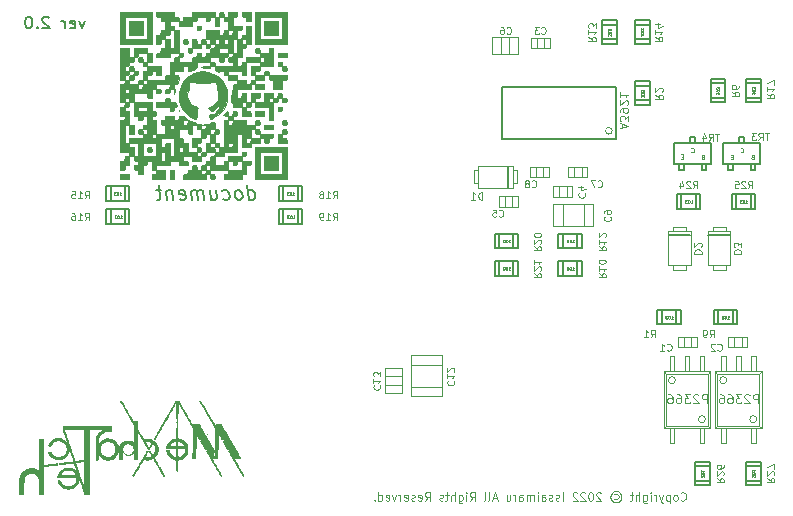
<source format=gbr>
%TF.GenerationSoftware,KiCad,Pcbnew,(5.1.10)-1*%
%TF.CreationDate,2022-09-23T11:43:28+09:00*%
%TF.ProjectId,(KiCad)DriveUnit_B-series(ver2.0),284b6943-6164-4294-9472-697665556e69,rev?*%
%TF.SameCoordinates,Original*%
%TF.FileFunction,Legend,Bot*%
%TF.FilePolarity,Positive*%
%FSLAX46Y46*%
G04 Gerber Fmt 4.6, Leading zero omitted, Abs format (unit mm)*
G04 Created by KiCad (PCBNEW (5.1.10)-1) date 2022-09-23 11:43:28*
%MOMM*%
%LPD*%
G01*
G04 APERTURE LIST*
%ADD10C,0.070000*%
%ADD11C,0.150000*%
%ADD12C,0.200000*%
%ADD13C,0.010000*%
%ADD14C,0.050000*%
%ADD15C,0.152400*%
%ADD16C,0.076200*%
%ADD17C,0.127000*%
%ADD18C,0.020320*%
%ADD19C,0.064000*%
%ADD20C,0.032000*%
G04 APERTURE END LIST*
D10*
X172926666Y-122100000D02*
X172960000Y-122133333D01*
X173060000Y-122166666D01*
X173126666Y-122166666D01*
X173226666Y-122133333D01*
X173293333Y-122066666D01*
X173326666Y-122000000D01*
X173360000Y-121866666D01*
X173360000Y-121766666D01*
X173326666Y-121633333D01*
X173293333Y-121566666D01*
X173226666Y-121500000D01*
X173126666Y-121466666D01*
X173060000Y-121466666D01*
X172960000Y-121500000D01*
X172926666Y-121533333D01*
X172526666Y-122166666D02*
X172593333Y-122133333D01*
X172626666Y-122100000D01*
X172660000Y-122033333D01*
X172660000Y-121833333D01*
X172626666Y-121766666D01*
X172593333Y-121733333D01*
X172526666Y-121700000D01*
X172426666Y-121700000D01*
X172360000Y-121733333D01*
X172326666Y-121766666D01*
X172293333Y-121833333D01*
X172293333Y-122033333D01*
X172326666Y-122100000D01*
X172360000Y-122133333D01*
X172426666Y-122166666D01*
X172526666Y-122166666D01*
X171993333Y-121700000D02*
X171993333Y-122400000D01*
X171993333Y-121733333D02*
X171926666Y-121700000D01*
X171793333Y-121700000D01*
X171726666Y-121733333D01*
X171693333Y-121766666D01*
X171660000Y-121833333D01*
X171660000Y-122033333D01*
X171693333Y-122100000D01*
X171726666Y-122133333D01*
X171793333Y-122166666D01*
X171926666Y-122166666D01*
X171993333Y-122133333D01*
X171426666Y-121700000D02*
X171260000Y-122166666D01*
X171093333Y-121700000D02*
X171260000Y-122166666D01*
X171326666Y-122333333D01*
X171360000Y-122366666D01*
X171426666Y-122400000D01*
X170826666Y-122166666D02*
X170826666Y-121700000D01*
X170826666Y-121833333D02*
X170793333Y-121766666D01*
X170760000Y-121733333D01*
X170693333Y-121700000D01*
X170626666Y-121700000D01*
X170393333Y-122166666D02*
X170393333Y-121700000D01*
X170393333Y-121466666D02*
X170426666Y-121500000D01*
X170393333Y-121533333D01*
X170360000Y-121500000D01*
X170393333Y-121466666D01*
X170393333Y-121533333D01*
X169760000Y-121700000D02*
X169760000Y-122266666D01*
X169793333Y-122333333D01*
X169826666Y-122366666D01*
X169893333Y-122400000D01*
X169993333Y-122400000D01*
X170060000Y-122366666D01*
X169760000Y-122133333D02*
X169826666Y-122166666D01*
X169960000Y-122166666D01*
X170026666Y-122133333D01*
X170060000Y-122100000D01*
X170093333Y-122033333D01*
X170093333Y-121833333D01*
X170060000Y-121766666D01*
X170026666Y-121733333D01*
X169960000Y-121700000D01*
X169826666Y-121700000D01*
X169760000Y-121733333D01*
X169426666Y-122166666D02*
X169426666Y-121466666D01*
X169126666Y-122166666D02*
X169126666Y-121800000D01*
X169160000Y-121733333D01*
X169226666Y-121700000D01*
X169326666Y-121700000D01*
X169393333Y-121733333D01*
X169426666Y-121766666D01*
X168893333Y-121700000D02*
X168626666Y-121700000D01*
X168793333Y-121466666D02*
X168793333Y-122066666D01*
X168760000Y-122133333D01*
X168693333Y-122166666D01*
X168626666Y-122166666D01*
X167293333Y-121633333D02*
X167360000Y-121600000D01*
X167493333Y-121600000D01*
X167560000Y-121633333D01*
X167626666Y-121700000D01*
X167660000Y-121766666D01*
X167660000Y-121900000D01*
X167626666Y-121966666D01*
X167560000Y-122033333D01*
X167493333Y-122066666D01*
X167360000Y-122066666D01*
X167293333Y-122033333D01*
X167426666Y-121366666D02*
X167593333Y-121400000D01*
X167760000Y-121500000D01*
X167860000Y-121666666D01*
X167893333Y-121833333D01*
X167860000Y-122000000D01*
X167760000Y-122166666D01*
X167593333Y-122266666D01*
X167426666Y-122300000D01*
X167260000Y-122266666D01*
X167093333Y-122166666D01*
X166993333Y-122000000D01*
X166960000Y-121833333D01*
X166993333Y-121666666D01*
X167093333Y-121500000D01*
X167260000Y-121400000D01*
X167426666Y-121366666D01*
X166160000Y-121533333D02*
X166126666Y-121500000D01*
X166060000Y-121466666D01*
X165893333Y-121466666D01*
X165826666Y-121500000D01*
X165793333Y-121533333D01*
X165760000Y-121600000D01*
X165760000Y-121666666D01*
X165793333Y-121766666D01*
X166193333Y-122166666D01*
X165760000Y-122166666D01*
X165326666Y-121466666D02*
X165260000Y-121466666D01*
X165193333Y-121500000D01*
X165160000Y-121533333D01*
X165126666Y-121600000D01*
X165093333Y-121733333D01*
X165093333Y-121900000D01*
X165126666Y-122033333D01*
X165160000Y-122100000D01*
X165193333Y-122133333D01*
X165260000Y-122166666D01*
X165326666Y-122166666D01*
X165393333Y-122133333D01*
X165426666Y-122100000D01*
X165460000Y-122033333D01*
X165493333Y-121900000D01*
X165493333Y-121733333D01*
X165460000Y-121600000D01*
X165426666Y-121533333D01*
X165393333Y-121500000D01*
X165326666Y-121466666D01*
X164826666Y-121533333D02*
X164793333Y-121500000D01*
X164726666Y-121466666D01*
X164560000Y-121466666D01*
X164493333Y-121500000D01*
X164460000Y-121533333D01*
X164426666Y-121600000D01*
X164426666Y-121666666D01*
X164460000Y-121766666D01*
X164860000Y-122166666D01*
X164426666Y-122166666D01*
X164160000Y-121533333D02*
X164126666Y-121500000D01*
X164060000Y-121466666D01*
X163893333Y-121466666D01*
X163826666Y-121500000D01*
X163793333Y-121533333D01*
X163760000Y-121600000D01*
X163760000Y-121666666D01*
X163793333Y-121766666D01*
X164193333Y-122166666D01*
X163760000Y-122166666D01*
X162926666Y-122166666D02*
X162926666Y-121466666D01*
X162626666Y-122133333D02*
X162560000Y-122166666D01*
X162426666Y-122166666D01*
X162360000Y-122133333D01*
X162326666Y-122066666D01*
X162326666Y-122033333D01*
X162360000Y-121966666D01*
X162426666Y-121933333D01*
X162526666Y-121933333D01*
X162593333Y-121900000D01*
X162626666Y-121833333D01*
X162626666Y-121800000D01*
X162593333Y-121733333D01*
X162526666Y-121700000D01*
X162426666Y-121700000D01*
X162360000Y-121733333D01*
X162060000Y-122133333D02*
X161993333Y-122166666D01*
X161860000Y-122166666D01*
X161793333Y-122133333D01*
X161760000Y-122066666D01*
X161760000Y-122033333D01*
X161793333Y-121966666D01*
X161860000Y-121933333D01*
X161960000Y-121933333D01*
X162026666Y-121900000D01*
X162060000Y-121833333D01*
X162060000Y-121800000D01*
X162026666Y-121733333D01*
X161960000Y-121700000D01*
X161860000Y-121700000D01*
X161793333Y-121733333D01*
X161160000Y-122166666D02*
X161160000Y-121800000D01*
X161193333Y-121733333D01*
X161260000Y-121700000D01*
X161393333Y-121700000D01*
X161460000Y-121733333D01*
X161160000Y-122133333D02*
X161226666Y-122166666D01*
X161393333Y-122166666D01*
X161460000Y-122133333D01*
X161493333Y-122066666D01*
X161493333Y-122000000D01*
X161460000Y-121933333D01*
X161393333Y-121900000D01*
X161226666Y-121900000D01*
X161160000Y-121866666D01*
X160826666Y-122166666D02*
X160826666Y-121700000D01*
X160826666Y-121466666D02*
X160860000Y-121500000D01*
X160826666Y-121533333D01*
X160793333Y-121500000D01*
X160826666Y-121466666D01*
X160826666Y-121533333D01*
X160493333Y-122166666D02*
X160493333Y-121700000D01*
X160493333Y-121766666D02*
X160460000Y-121733333D01*
X160393333Y-121700000D01*
X160293333Y-121700000D01*
X160226666Y-121733333D01*
X160193333Y-121800000D01*
X160193333Y-122166666D01*
X160193333Y-121800000D02*
X160160000Y-121733333D01*
X160093333Y-121700000D01*
X159993333Y-121700000D01*
X159926666Y-121733333D01*
X159893333Y-121800000D01*
X159893333Y-122166666D01*
X159260000Y-122166666D02*
X159260000Y-121800000D01*
X159293333Y-121733333D01*
X159360000Y-121700000D01*
X159493333Y-121700000D01*
X159560000Y-121733333D01*
X159260000Y-122133333D02*
X159326666Y-122166666D01*
X159493333Y-122166666D01*
X159560000Y-122133333D01*
X159593333Y-122066666D01*
X159593333Y-122000000D01*
X159560000Y-121933333D01*
X159493333Y-121900000D01*
X159326666Y-121900000D01*
X159260000Y-121866666D01*
X158926666Y-122166666D02*
X158926666Y-121700000D01*
X158926666Y-121833333D02*
X158893333Y-121766666D01*
X158860000Y-121733333D01*
X158793333Y-121700000D01*
X158726666Y-121700000D01*
X158193333Y-121700000D02*
X158193333Y-122166666D01*
X158493333Y-121700000D02*
X158493333Y-122066666D01*
X158460000Y-122133333D01*
X158393333Y-122166666D01*
X158293333Y-122166666D01*
X158226666Y-122133333D01*
X158193333Y-122100000D01*
X157360000Y-121966666D02*
X157026666Y-121966666D01*
X157426666Y-122166666D02*
X157193333Y-121466666D01*
X156960000Y-122166666D01*
X156626666Y-122166666D02*
X156693333Y-122133333D01*
X156726666Y-122066666D01*
X156726666Y-121466666D01*
X156260000Y-122166666D02*
X156326666Y-122133333D01*
X156360000Y-122066666D01*
X156360000Y-121466666D01*
X155060000Y-122166666D02*
X155293333Y-121833333D01*
X155460000Y-122166666D02*
X155460000Y-121466666D01*
X155193333Y-121466666D01*
X155126666Y-121500000D01*
X155093333Y-121533333D01*
X155060000Y-121600000D01*
X155060000Y-121700000D01*
X155093333Y-121766666D01*
X155126666Y-121800000D01*
X155193333Y-121833333D01*
X155460000Y-121833333D01*
X154760000Y-122166666D02*
X154760000Y-121700000D01*
X154760000Y-121466666D02*
X154793333Y-121500000D01*
X154760000Y-121533333D01*
X154726666Y-121500000D01*
X154760000Y-121466666D01*
X154760000Y-121533333D01*
X154126666Y-121700000D02*
X154126666Y-122266666D01*
X154160000Y-122333333D01*
X154193333Y-122366666D01*
X154260000Y-122400000D01*
X154360000Y-122400000D01*
X154426666Y-122366666D01*
X154126666Y-122133333D02*
X154193333Y-122166666D01*
X154326666Y-122166666D01*
X154393333Y-122133333D01*
X154426666Y-122100000D01*
X154460000Y-122033333D01*
X154460000Y-121833333D01*
X154426666Y-121766666D01*
X154393333Y-121733333D01*
X154326666Y-121700000D01*
X154193333Y-121700000D01*
X154126666Y-121733333D01*
X153793333Y-122166666D02*
X153793333Y-121466666D01*
X153493333Y-122166666D02*
X153493333Y-121800000D01*
X153526666Y-121733333D01*
X153593333Y-121700000D01*
X153693333Y-121700000D01*
X153760000Y-121733333D01*
X153793333Y-121766666D01*
X153260000Y-121700000D02*
X152993333Y-121700000D01*
X153160000Y-121466666D02*
X153160000Y-122066666D01*
X153126666Y-122133333D01*
X153060000Y-122166666D01*
X152993333Y-122166666D01*
X152793333Y-122133333D02*
X152726666Y-122166666D01*
X152593333Y-122166666D01*
X152526666Y-122133333D01*
X152493333Y-122066666D01*
X152493333Y-122033333D01*
X152526666Y-121966666D01*
X152593333Y-121933333D01*
X152693333Y-121933333D01*
X152760000Y-121900000D01*
X152793333Y-121833333D01*
X152793333Y-121800000D01*
X152760000Y-121733333D01*
X152693333Y-121700000D01*
X152593333Y-121700000D01*
X152526666Y-121733333D01*
X151260000Y-122166666D02*
X151493333Y-121833333D01*
X151660000Y-122166666D02*
X151660000Y-121466666D01*
X151393333Y-121466666D01*
X151326666Y-121500000D01*
X151293333Y-121533333D01*
X151260000Y-121600000D01*
X151260000Y-121700000D01*
X151293333Y-121766666D01*
X151326666Y-121800000D01*
X151393333Y-121833333D01*
X151660000Y-121833333D01*
X150693333Y-122133333D02*
X150760000Y-122166666D01*
X150893333Y-122166666D01*
X150960000Y-122133333D01*
X150993333Y-122066666D01*
X150993333Y-121800000D01*
X150960000Y-121733333D01*
X150893333Y-121700000D01*
X150760000Y-121700000D01*
X150693333Y-121733333D01*
X150660000Y-121800000D01*
X150660000Y-121866666D01*
X150993333Y-121933333D01*
X150393333Y-122133333D02*
X150326666Y-122166666D01*
X150193333Y-122166666D01*
X150126666Y-122133333D01*
X150093333Y-122066666D01*
X150093333Y-122033333D01*
X150126666Y-121966666D01*
X150193333Y-121933333D01*
X150293333Y-121933333D01*
X150360000Y-121900000D01*
X150393333Y-121833333D01*
X150393333Y-121800000D01*
X150360000Y-121733333D01*
X150293333Y-121700000D01*
X150193333Y-121700000D01*
X150126666Y-121733333D01*
X149526666Y-122133333D02*
X149593333Y-122166666D01*
X149726666Y-122166666D01*
X149793333Y-122133333D01*
X149826666Y-122066666D01*
X149826666Y-121800000D01*
X149793333Y-121733333D01*
X149726666Y-121700000D01*
X149593333Y-121700000D01*
X149526666Y-121733333D01*
X149493333Y-121800000D01*
X149493333Y-121866666D01*
X149826666Y-121933333D01*
X149193333Y-122166666D02*
X149193333Y-121700000D01*
X149193333Y-121833333D02*
X149160000Y-121766666D01*
X149126666Y-121733333D01*
X149060000Y-121700000D01*
X148993333Y-121700000D01*
X148826666Y-121700000D02*
X148660000Y-122166666D01*
X148493333Y-121700000D01*
X147960000Y-122133333D02*
X148026666Y-122166666D01*
X148160000Y-122166666D01*
X148226666Y-122133333D01*
X148260000Y-122066666D01*
X148260000Y-121800000D01*
X148226666Y-121733333D01*
X148160000Y-121700000D01*
X148026666Y-121700000D01*
X147960000Y-121733333D01*
X147926666Y-121800000D01*
X147926666Y-121866666D01*
X148260000Y-121933333D01*
X147326666Y-122166666D02*
X147326666Y-121466666D01*
X147326666Y-122133333D02*
X147393333Y-122166666D01*
X147526666Y-122166666D01*
X147593333Y-122133333D01*
X147626666Y-122100000D01*
X147660000Y-122033333D01*
X147660000Y-121833333D01*
X147626666Y-121766666D01*
X147593333Y-121733333D01*
X147526666Y-121700000D01*
X147393333Y-121700000D01*
X147326666Y-121733333D01*
X146993333Y-122100000D02*
X146960000Y-122133333D01*
X146993333Y-122166666D01*
X147026666Y-122133333D01*
X146993333Y-122100000D01*
X146993333Y-122166666D01*
D11*
X122477619Y-81525714D02*
X122239523Y-82192380D01*
X122001428Y-81525714D01*
X121239523Y-82144761D02*
X121334761Y-82192380D01*
X121525238Y-82192380D01*
X121620476Y-82144761D01*
X121668095Y-82049523D01*
X121668095Y-81668571D01*
X121620476Y-81573333D01*
X121525238Y-81525714D01*
X121334761Y-81525714D01*
X121239523Y-81573333D01*
X121191904Y-81668571D01*
X121191904Y-81763809D01*
X121668095Y-81859047D01*
X120763333Y-82192380D02*
X120763333Y-81525714D01*
X120763333Y-81716190D02*
X120715714Y-81620952D01*
X120668095Y-81573333D01*
X120572857Y-81525714D01*
X120477619Y-81525714D01*
X119430000Y-81287619D02*
X119382380Y-81240000D01*
X119287142Y-81192380D01*
X119049047Y-81192380D01*
X118953809Y-81240000D01*
X118906190Y-81287619D01*
X118858571Y-81382857D01*
X118858571Y-81478095D01*
X118906190Y-81620952D01*
X119477619Y-82192380D01*
X118858571Y-82192380D01*
X118430000Y-82097142D02*
X118382380Y-82144761D01*
X118430000Y-82192380D01*
X118477619Y-82144761D01*
X118430000Y-82097142D01*
X118430000Y-82192380D01*
X117763333Y-81192380D02*
X117668095Y-81192380D01*
X117572857Y-81240000D01*
X117525238Y-81287619D01*
X117477619Y-81382857D01*
X117430000Y-81573333D01*
X117430000Y-81811428D01*
X117477619Y-82001904D01*
X117525238Y-82097142D01*
X117572857Y-82144761D01*
X117668095Y-82192380D01*
X117763333Y-82192380D01*
X117858571Y-82144761D01*
X117906190Y-82097142D01*
X117953809Y-82001904D01*
X118001428Y-81811428D01*
X118001428Y-81573333D01*
X117953809Y-81382857D01*
X117906190Y-81287619D01*
X117858571Y-81240000D01*
X117763333Y-81192380D01*
D12*
X136364464Y-96692857D02*
X136214464Y-95492857D01*
X136357321Y-96635714D02*
X136478750Y-96692857D01*
X136707321Y-96692857D01*
X136814464Y-96635714D01*
X136864464Y-96578571D01*
X136907321Y-96464285D01*
X136864464Y-96121428D01*
X136793035Y-96007142D01*
X136728750Y-95950000D01*
X136607321Y-95892857D01*
X136378750Y-95892857D01*
X136271607Y-95950000D01*
X135621607Y-96692857D02*
X135728750Y-96635714D01*
X135778750Y-96578571D01*
X135821607Y-96464285D01*
X135778750Y-96121428D01*
X135707321Y-96007142D01*
X135643035Y-95950000D01*
X135521607Y-95892857D01*
X135350178Y-95892857D01*
X135243035Y-95950000D01*
X135193035Y-96007142D01*
X135150178Y-96121428D01*
X135193035Y-96464285D01*
X135264464Y-96578571D01*
X135328750Y-96635714D01*
X135450178Y-96692857D01*
X135621607Y-96692857D01*
X134185892Y-96635714D02*
X134307321Y-96692857D01*
X134535892Y-96692857D01*
X134643035Y-96635714D01*
X134693035Y-96578571D01*
X134735892Y-96464285D01*
X134693035Y-96121428D01*
X134621607Y-96007142D01*
X134557321Y-95950000D01*
X134435892Y-95892857D01*
X134207321Y-95892857D01*
X134100178Y-95950000D01*
X133064464Y-95892857D02*
X133164464Y-96692857D01*
X133578750Y-95892857D02*
X133657321Y-96521428D01*
X133614464Y-96635714D01*
X133507321Y-96692857D01*
X133335892Y-96692857D01*
X133214464Y-96635714D01*
X133150178Y-96578571D01*
X132593035Y-96692857D02*
X132493035Y-95892857D01*
X132507321Y-96007142D02*
X132443035Y-95950000D01*
X132321607Y-95892857D01*
X132150178Y-95892857D01*
X132043035Y-95950000D01*
X132000178Y-96064285D01*
X132078750Y-96692857D01*
X132000178Y-96064285D02*
X131928750Y-95950000D01*
X131807321Y-95892857D01*
X131635892Y-95892857D01*
X131528750Y-95950000D01*
X131485892Y-96064285D01*
X131564464Y-96692857D01*
X130528750Y-96635714D02*
X130650178Y-96692857D01*
X130878750Y-96692857D01*
X130985892Y-96635714D01*
X131028750Y-96521428D01*
X130971607Y-96064285D01*
X130900178Y-95950000D01*
X130778750Y-95892857D01*
X130550178Y-95892857D01*
X130443035Y-95950000D01*
X130400178Y-96064285D01*
X130414464Y-96178571D01*
X131000178Y-96292857D01*
X129864464Y-95892857D02*
X129964464Y-96692857D01*
X129878750Y-96007142D02*
X129814464Y-95950000D01*
X129693035Y-95892857D01*
X129521607Y-95892857D01*
X129414464Y-95950000D01*
X129371607Y-96064285D01*
X129450178Y-96692857D01*
X128950178Y-95892857D02*
X128493035Y-95892857D01*
X128728750Y-95492857D02*
X128857321Y-96521428D01*
X128814464Y-96635714D01*
X128707321Y-96692857D01*
X128593035Y-96692857D01*
D10*
X156112857Y-96681428D02*
X156112857Y-96081428D01*
X155970000Y-96081428D01*
X155884285Y-96110000D01*
X155827142Y-96167142D01*
X155798571Y-96224285D01*
X155770000Y-96338571D01*
X155770000Y-96424285D01*
X155798571Y-96538571D01*
X155827142Y-96595714D01*
X155884285Y-96652857D01*
X155970000Y-96681428D01*
X156112857Y-96681428D01*
X155198571Y-96681428D02*
X155541428Y-96681428D01*
X155370000Y-96681428D02*
X155370000Y-96081428D01*
X155427142Y-96167142D01*
X155484285Y-96224285D01*
X155541428Y-96252857D01*
X177428571Y-101252857D02*
X178028571Y-101252857D01*
X178028571Y-101110000D01*
X178000000Y-101024285D01*
X177942857Y-100967142D01*
X177885714Y-100938571D01*
X177771428Y-100910000D01*
X177685714Y-100910000D01*
X177571428Y-100938571D01*
X177514285Y-100967142D01*
X177457142Y-101024285D01*
X177428571Y-101110000D01*
X177428571Y-101252857D01*
X178028571Y-100710000D02*
X178028571Y-100338571D01*
X177800000Y-100538571D01*
X177800000Y-100452857D01*
X177771428Y-100395714D01*
X177742857Y-100367142D01*
X177685714Y-100338571D01*
X177542857Y-100338571D01*
X177485714Y-100367142D01*
X177457142Y-100395714D01*
X177428571Y-100452857D01*
X177428571Y-100624285D01*
X177457142Y-100681428D01*
X177485714Y-100710000D01*
X174078571Y-101252857D02*
X174678571Y-101252857D01*
X174678571Y-101110000D01*
X174650000Y-101024285D01*
X174592857Y-100967142D01*
X174535714Y-100938571D01*
X174421428Y-100910000D01*
X174335714Y-100910000D01*
X174221428Y-100938571D01*
X174164285Y-100967142D01*
X174107142Y-101024285D01*
X174078571Y-101110000D01*
X174078571Y-101252857D01*
X174621428Y-100681428D02*
X174650000Y-100652857D01*
X174678571Y-100595714D01*
X174678571Y-100452857D01*
X174650000Y-100395714D01*
X174621428Y-100367142D01*
X174564285Y-100338571D01*
X174507142Y-100338571D01*
X174421428Y-100367142D01*
X174078571Y-100710000D01*
X174078571Y-100338571D01*
D13*
%TO.C,G\u002A\u002A\u002A*%
G36*
X130246954Y-115449397D02*
G01*
X130234743Y-115462295D01*
X130228687Y-115493337D01*
X130227373Y-115550332D01*
X130229387Y-115641088D01*
X130229692Y-115651492D01*
X130235788Y-115761961D01*
X130246808Y-115832637D01*
X130263499Y-115865854D01*
X130286609Y-115863945D01*
X130295282Y-115856496D01*
X130301633Y-115830213D01*
X130306579Y-115771810D01*
X130309421Y-115691492D01*
X130309834Y-115644388D01*
X130309197Y-115551958D01*
X130306134Y-115493921D01*
X130298913Y-115462345D01*
X130285803Y-115449296D01*
X130266734Y-115446833D01*
X130246954Y-115449397D01*
G37*
X130246954Y-115449397D02*
X130234743Y-115462295D01*
X130228687Y-115493337D01*
X130227373Y-115550332D01*
X130229387Y-115641088D01*
X130229692Y-115651492D01*
X130235788Y-115761961D01*
X130246808Y-115832637D01*
X130263499Y-115865854D01*
X130286609Y-115863945D01*
X130295282Y-115856496D01*
X130301633Y-115830213D01*
X130306579Y-115771810D01*
X130309421Y-115691492D01*
X130309834Y-115644388D01*
X130309197Y-115551958D01*
X130306134Y-115493921D01*
X130298913Y-115462345D01*
X130285803Y-115449296D01*
X130266734Y-115446833D01*
X130246954Y-115449397D01*
G36*
X132814556Y-116512222D02*
G01*
X132812023Y-116537342D01*
X132814556Y-116540444D01*
X132827140Y-116537538D01*
X132828667Y-116526333D01*
X132820923Y-116508910D01*
X132814556Y-116512222D01*
G37*
X132814556Y-116512222D02*
X132812023Y-116537342D01*
X132814556Y-116540444D01*
X132827140Y-116537538D01*
X132828667Y-116526333D01*
X132820923Y-116508910D01*
X132814556Y-116512222D01*
G36*
X130187903Y-113738726D02*
G01*
X130131649Y-113762359D01*
X130092436Y-113809908D01*
X130076729Y-113841864D01*
X130068900Y-113859309D01*
X130059690Y-113878262D01*
X130046660Y-113902989D01*
X130027373Y-113937761D01*
X129999389Y-113986847D01*
X129960271Y-114054515D01*
X129907579Y-114145034D01*
X129838876Y-114262673D01*
X129751723Y-114411702D01*
X129731363Y-114446507D01*
X129664309Y-114561709D01*
X129605170Y-114664422D01*
X129557085Y-114749103D01*
X129523191Y-114810210D01*
X129506628Y-114842198D01*
X129505500Y-114845406D01*
X129494190Y-114869262D01*
X129466174Y-114912231D01*
X129457875Y-114923867D01*
X129405691Y-115003497D01*
X129344631Y-115111574D01*
X129274663Y-115247396D01*
X129238378Y-115313763D01*
X129201132Y-115372637D01*
X129192131Y-115384979D01*
X129153094Y-115443004D01*
X129121251Y-115499750D01*
X129091485Y-115556611D01*
X129047948Y-115635866D01*
X128996859Y-115726621D01*
X128944438Y-115817983D01*
X128896903Y-115899057D01*
X128860474Y-115958951D01*
X128848983Y-115976649D01*
X128815211Y-116030062D01*
X128776288Y-116096553D01*
X128766436Y-116114232D01*
X128728019Y-116183017D01*
X128681961Y-116263951D01*
X128658801Y-116304083D01*
X128610924Y-116388056D01*
X128560396Y-116478965D01*
X128540397Y-116515750D01*
X128500737Y-116586976D01*
X128449252Y-116676096D01*
X128396410Y-116765013D01*
X128391234Y-116773560D01*
X128349079Y-116844363D01*
X128317041Y-116900729D01*
X128300293Y-116933459D01*
X128299000Y-116937602D01*
X128316546Y-116947703D01*
X128336042Y-116949361D01*
X128356248Y-116942734D01*
X128380856Y-116919811D01*
X128413495Y-116875553D01*
X128457794Y-116804925D01*
X128517383Y-116702886D01*
X128531925Y-116677441D01*
X128556356Y-116634754D01*
X128595344Y-116566821D01*
X128642321Y-116485079D01*
X128667293Y-116441666D01*
X128717519Y-116354372D01*
X128764787Y-116272211D01*
X128801739Y-116207968D01*
X128813413Y-116187666D01*
X128837968Y-116145150D01*
X128879356Y-116073697D01*
X128933134Y-115980969D01*
X128994858Y-115874628D01*
X129046627Y-115785500D01*
X129119843Y-115659300D01*
X129206717Y-115509262D01*
X129299811Y-115348250D01*
X129391687Y-115189128D01*
X129468867Y-115055250D01*
X129545923Y-114921669D01*
X129624394Y-114786014D01*
X129698829Y-114657679D01*
X129763779Y-114546061D01*
X129813791Y-114460557D01*
X129818823Y-114452000D01*
X129872648Y-114359794D01*
X129923326Y-114271673D01*
X129963956Y-114199703D01*
X129982268Y-114166250D01*
X130013959Y-114108555D01*
X130059024Y-114028730D01*
X130109342Y-113941113D01*
X130126115Y-113912250D01*
X130224852Y-113742916D01*
X130225010Y-114561143D01*
X130225100Y-114768566D01*
X130225418Y-114937532D01*
X130226166Y-115071915D01*
X130227548Y-115175593D01*
X130229767Y-115252439D01*
X130233024Y-115306331D01*
X130237523Y-115341144D01*
X130243466Y-115360752D01*
X130251057Y-115369033D01*
X130260498Y-115369862D01*
X130267248Y-115368365D01*
X130278063Y-115364263D01*
X130286886Y-115355485D01*
X130293956Y-115337994D01*
X130299512Y-115307752D01*
X130303791Y-115260723D01*
X130307032Y-115192870D01*
X130309472Y-115100157D01*
X130311350Y-114978545D01*
X130312903Y-114823999D01*
X130314370Y-114632482D01*
X130314873Y-114560911D01*
X130320417Y-113764462D01*
X130405084Y-113918862D01*
X130462505Y-114023331D01*
X130504565Y-114098914D01*
X130536129Y-114153914D01*
X130562065Y-114196634D01*
X130587239Y-114235376D01*
X130611894Y-114271705D01*
X130645731Y-114323836D01*
X130666526Y-114361197D01*
X130669667Y-114370481D01*
X130679852Y-114393200D01*
X130707683Y-114444887D01*
X130749069Y-114518182D01*
X130799923Y-114605723D01*
X130807250Y-114618164D01*
X130859003Y-114706689D01*
X130901865Y-114781542D01*
X130931764Y-114835497D01*
X130944625Y-114861327D01*
X130944834Y-114862285D01*
X130955709Y-114884541D01*
X130983605Y-114929838D01*
X131007265Y-114965716D01*
X131051983Y-115035830D01*
X131103331Y-115121887D01*
X131139557Y-115186031D01*
X131205128Y-115304851D01*
X131276254Y-115431891D01*
X131342590Y-115548729D01*
X131369240Y-115595000D01*
X131395056Y-115636870D01*
X131410931Y-115658500D01*
X131427687Y-115683566D01*
X131448415Y-115722000D01*
X131474097Y-115770213D01*
X131511387Y-115836733D01*
X131536804Y-115880750D01*
X131577500Y-115952191D01*
X131614059Y-116019499D01*
X131629690Y-116050083D01*
X131665598Y-116114022D01*
X131701012Y-116166500D01*
X131731088Y-116212285D01*
X131770920Y-116281146D01*
X131811275Y-116357000D01*
X131849487Y-116429612D01*
X131883621Y-116489978D01*
X131906546Y-116525510D01*
X131907207Y-116526333D01*
X131937237Y-116570535D01*
X131947266Y-116589833D01*
X131968209Y-116628665D01*
X132000304Y-116680475D01*
X132003338Y-116685083D01*
X132039911Y-116747104D01*
X132068675Y-116806791D01*
X132090242Y-116848231D01*
X132108602Y-116865000D01*
X132126671Y-116882586D01*
X132136300Y-116907333D01*
X132156490Y-116932914D01*
X132191034Y-116949607D01*
X132223116Y-116952289D01*
X132236000Y-116937691D01*
X132225706Y-116907494D01*
X132202750Y-116864236D01*
X132179020Y-116829344D01*
X132172175Y-116822666D01*
X132153780Y-116798920D01*
X132125114Y-116751419D01*
X132111962Y-116727416D01*
X132070337Y-116652269D01*
X132024336Y-116573425D01*
X132015033Y-116558083D01*
X131982546Y-116503106D01*
X131936950Y-116423435D01*
X131885354Y-116331571D01*
X131852863Y-116272874D01*
X131798815Y-116176265D01*
X131743794Y-116080684D01*
X131695955Y-116000182D01*
X131674725Y-115965957D01*
X131634954Y-115899587D01*
X131603925Y-115840601D01*
X131591934Y-115811958D01*
X131573036Y-115775037D01*
X131557241Y-115764333D01*
X131538636Y-115747744D01*
X131537500Y-115739442D01*
X131527112Y-115714335D01*
X131498149Y-115658930D01*
X131453917Y-115579168D01*
X131397721Y-115480992D01*
X131332866Y-115370344D01*
X131322662Y-115353150D01*
X131237825Y-115209651D01*
X131155221Y-115068469D01*
X131077594Y-114934431D01*
X131007689Y-114812365D01*
X130948252Y-114707099D01*
X130902029Y-114623460D01*
X130871765Y-114566275D01*
X130860206Y-114540373D01*
X130860167Y-114539919D01*
X130847932Y-114517433D01*
X130830879Y-114496000D01*
X130808886Y-114464801D01*
X130771549Y-114405640D01*
X130724356Y-114327409D01*
X130679643Y-114250916D01*
X130623492Y-114153487D01*
X130568158Y-114057534D01*
X130521105Y-113975994D01*
X130496510Y-113933416D01*
X130458104Y-113865872D01*
X130425332Y-113806327D01*
X130411515Y-113779958D01*
X130390988Y-113751652D01*
X130357683Y-113737304D01*
X130298902Y-113732545D01*
X130273174Y-113732333D01*
X130187903Y-113738726D01*
G37*
X130187903Y-113738726D02*
X130131649Y-113762359D01*
X130092436Y-113809908D01*
X130076729Y-113841864D01*
X130068900Y-113859309D01*
X130059690Y-113878262D01*
X130046660Y-113902989D01*
X130027373Y-113937761D01*
X129999389Y-113986847D01*
X129960271Y-114054515D01*
X129907579Y-114145034D01*
X129838876Y-114262673D01*
X129751723Y-114411702D01*
X129731363Y-114446507D01*
X129664309Y-114561709D01*
X129605170Y-114664422D01*
X129557085Y-114749103D01*
X129523191Y-114810210D01*
X129506628Y-114842198D01*
X129505500Y-114845406D01*
X129494190Y-114869262D01*
X129466174Y-114912231D01*
X129457875Y-114923867D01*
X129405691Y-115003497D01*
X129344631Y-115111574D01*
X129274663Y-115247396D01*
X129238378Y-115313763D01*
X129201132Y-115372637D01*
X129192131Y-115384979D01*
X129153094Y-115443004D01*
X129121251Y-115499750D01*
X129091485Y-115556611D01*
X129047948Y-115635866D01*
X128996859Y-115726621D01*
X128944438Y-115817983D01*
X128896903Y-115899057D01*
X128860474Y-115958951D01*
X128848983Y-115976649D01*
X128815211Y-116030062D01*
X128776288Y-116096553D01*
X128766436Y-116114232D01*
X128728019Y-116183017D01*
X128681961Y-116263951D01*
X128658801Y-116304083D01*
X128610924Y-116388056D01*
X128560396Y-116478965D01*
X128540397Y-116515750D01*
X128500737Y-116586976D01*
X128449252Y-116676096D01*
X128396410Y-116765013D01*
X128391234Y-116773560D01*
X128349079Y-116844363D01*
X128317041Y-116900729D01*
X128300293Y-116933459D01*
X128299000Y-116937602D01*
X128316546Y-116947703D01*
X128336042Y-116949361D01*
X128356248Y-116942734D01*
X128380856Y-116919811D01*
X128413495Y-116875553D01*
X128457794Y-116804925D01*
X128517383Y-116702886D01*
X128531925Y-116677441D01*
X128556356Y-116634754D01*
X128595344Y-116566821D01*
X128642321Y-116485079D01*
X128667293Y-116441666D01*
X128717519Y-116354372D01*
X128764787Y-116272211D01*
X128801739Y-116207968D01*
X128813413Y-116187666D01*
X128837968Y-116145150D01*
X128879356Y-116073697D01*
X128933134Y-115980969D01*
X128994858Y-115874628D01*
X129046627Y-115785500D01*
X129119843Y-115659300D01*
X129206717Y-115509262D01*
X129299811Y-115348250D01*
X129391687Y-115189128D01*
X129468867Y-115055250D01*
X129545923Y-114921669D01*
X129624394Y-114786014D01*
X129698829Y-114657679D01*
X129763779Y-114546061D01*
X129813791Y-114460557D01*
X129818823Y-114452000D01*
X129872648Y-114359794D01*
X129923326Y-114271673D01*
X129963956Y-114199703D01*
X129982268Y-114166250D01*
X130013959Y-114108555D01*
X130059024Y-114028730D01*
X130109342Y-113941113D01*
X130126115Y-113912250D01*
X130224852Y-113742916D01*
X130225010Y-114561143D01*
X130225100Y-114768566D01*
X130225418Y-114937532D01*
X130226166Y-115071915D01*
X130227548Y-115175593D01*
X130229767Y-115252439D01*
X130233024Y-115306331D01*
X130237523Y-115341144D01*
X130243466Y-115360752D01*
X130251057Y-115369033D01*
X130260498Y-115369862D01*
X130267248Y-115368365D01*
X130278063Y-115364263D01*
X130286886Y-115355485D01*
X130293956Y-115337994D01*
X130299512Y-115307752D01*
X130303791Y-115260723D01*
X130307032Y-115192870D01*
X130309472Y-115100157D01*
X130311350Y-114978545D01*
X130312903Y-114823999D01*
X130314370Y-114632482D01*
X130314873Y-114560911D01*
X130320417Y-113764462D01*
X130405084Y-113918862D01*
X130462505Y-114023331D01*
X130504565Y-114098914D01*
X130536129Y-114153914D01*
X130562065Y-114196634D01*
X130587239Y-114235376D01*
X130611894Y-114271705D01*
X130645731Y-114323836D01*
X130666526Y-114361197D01*
X130669667Y-114370481D01*
X130679852Y-114393200D01*
X130707683Y-114444887D01*
X130749069Y-114518182D01*
X130799923Y-114605723D01*
X130807250Y-114618164D01*
X130859003Y-114706689D01*
X130901865Y-114781542D01*
X130931764Y-114835497D01*
X130944625Y-114861327D01*
X130944834Y-114862285D01*
X130955709Y-114884541D01*
X130983605Y-114929838D01*
X131007265Y-114965716D01*
X131051983Y-115035830D01*
X131103331Y-115121887D01*
X131139557Y-115186031D01*
X131205128Y-115304851D01*
X131276254Y-115431891D01*
X131342590Y-115548729D01*
X131369240Y-115595000D01*
X131395056Y-115636870D01*
X131410931Y-115658500D01*
X131427687Y-115683566D01*
X131448415Y-115722000D01*
X131474097Y-115770213D01*
X131511387Y-115836733D01*
X131536804Y-115880750D01*
X131577500Y-115952191D01*
X131614059Y-116019499D01*
X131629690Y-116050083D01*
X131665598Y-116114022D01*
X131701012Y-116166500D01*
X131731088Y-116212285D01*
X131770920Y-116281146D01*
X131811275Y-116357000D01*
X131849487Y-116429612D01*
X131883621Y-116489978D01*
X131906546Y-116525510D01*
X131907207Y-116526333D01*
X131937237Y-116570535D01*
X131947266Y-116589833D01*
X131968209Y-116628665D01*
X132000304Y-116680475D01*
X132003338Y-116685083D01*
X132039911Y-116747104D01*
X132068675Y-116806791D01*
X132090242Y-116848231D01*
X132108602Y-116865000D01*
X132126671Y-116882586D01*
X132136300Y-116907333D01*
X132156490Y-116932914D01*
X132191034Y-116949607D01*
X132223116Y-116952289D01*
X132236000Y-116937691D01*
X132225706Y-116907494D01*
X132202750Y-116864236D01*
X132179020Y-116829344D01*
X132172175Y-116822666D01*
X132153780Y-116798920D01*
X132125114Y-116751419D01*
X132111962Y-116727416D01*
X132070337Y-116652269D01*
X132024336Y-116573425D01*
X132015033Y-116558083D01*
X131982546Y-116503106D01*
X131936950Y-116423435D01*
X131885354Y-116331571D01*
X131852863Y-116272874D01*
X131798815Y-116176265D01*
X131743794Y-116080684D01*
X131695955Y-116000182D01*
X131674725Y-115965957D01*
X131634954Y-115899587D01*
X131603925Y-115840601D01*
X131591934Y-115811958D01*
X131573036Y-115775037D01*
X131557241Y-115764333D01*
X131538636Y-115747744D01*
X131537500Y-115739442D01*
X131527112Y-115714335D01*
X131498149Y-115658930D01*
X131453917Y-115579168D01*
X131397721Y-115480992D01*
X131332866Y-115370344D01*
X131322662Y-115353150D01*
X131237825Y-115209651D01*
X131155221Y-115068469D01*
X131077594Y-114934431D01*
X131007689Y-114812365D01*
X130948252Y-114707099D01*
X130902029Y-114623460D01*
X130871765Y-114566275D01*
X130860206Y-114540373D01*
X130860167Y-114539919D01*
X130847932Y-114517433D01*
X130830879Y-114496000D01*
X130808886Y-114464801D01*
X130771549Y-114405640D01*
X130724356Y-114327409D01*
X130679643Y-114250916D01*
X130623492Y-114153487D01*
X130568158Y-114057534D01*
X130521105Y-113975994D01*
X130496510Y-113933416D01*
X130458104Y-113865872D01*
X130425332Y-113806327D01*
X130411515Y-113779958D01*
X130390988Y-113751652D01*
X130357683Y-113737304D01*
X130298902Y-113732545D01*
X130273174Y-113732333D01*
X130187903Y-113738726D01*
G36*
X132215101Y-113809815D02*
G01*
X132258804Y-113883988D01*
X132303648Y-113962564D01*
X132310990Y-113975750D01*
X132347295Y-114039845D01*
X132394220Y-114120756D01*
X132433562Y-114187416D01*
X132483218Y-114272529D01*
X132533763Y-114362003D01*
X132565544Y-114420250D01*
X132602933Y-114486311D01*
X132637964Y-114541297D01*
X132654444Y-114563125D01*
X132673174Y-114591198D01*
X132669917Y-114600166D01*
X132668332Y-114613102D01*
X132685432Y-114637208D01*
X132704503Y-114665161D01*
X132739773Y-114722365D01*
X132786788Y-114801115D01*
X132841092Y-114893708D01*
X132898232Y-114992442D01*
X132953752Y-115089611D01*
X133003199Y-115177514D01*
X133042119Y-115248446D01*
X133066056Y-115294704D01*
X133067910Y-115298666D01*
X133085870Y-115331417D01*
X133119702Y-115388168D01*
X133162446Y-115457274D01*
X133167206Y-115464833D01*
X133207879Y-115530212D01*
X133237899Y-115580189D01*
X133251676Y-115605418D01*
X133252000Y-115606574D01*
X133262606Y-115628048D01*
X133292748Y-115681338D01*
X133339919Y-115762121D01*
X133401608Y-115866074D01*
X133435729Y-115923083D01*
X133463903Y-115972629D01*
X133494104Y-116028916D01*
X133530463Y-116093949D01*
X133568513Y-116155916D01*
X133607623Y-116220452D01*
X133645774Y-116290062D01*
X133647527Y-116293500D01*
X133671808Y-116338046D01*
X133712994Y-116410109D01*
X133766042Y-116501005D01*
X133825914Y-116602051D01*
X133849554Y-116641550D01*
X133906886Y-116738141D01*
X133955515Y-116822123D01*
X133991630Y-116886750D01*
X134011419Y-116925277D01*
X134014000Y-116932591D01*
X134031855Y-116946233D01*
X134058598Y-116949666D01*
X134090967Y-116940570D01*
X134090726Y-116917169D01*
X134075005Y-116885662D01*
X134042943Y-116827541D01*
X133999960Y-116752504D01*
X133972045Y-116704853D01*
X133926829Y-116626506D01*
X133891189Y-116561335D01*
X133869835Y-116518145D01*
X133865834Y-116506281D01*
X133851375Y-116481176D01*
X133849959Y-116480472D01*
X133832396Y-116459370D01*
X133802605Y-116411532D01*
X133772274Y-116357000D01*
X133727927Y-116276580D01*
X133673500Y-116182174D01*
X133626103Y-116103000D01*
X133575730Y-116017838D01*
X133516973Y-115914025D01*
X133460594Y-115810663D01*
X133447273Y-115785500D01*
X133405167Y-115706898D01*
X133369544Y-115643331D01*
X133345421Y-115603600D01*
X133338747Y-115595000D01*
X133321475Y-115572000D01*
X133288582Y-115520326D01*
X133244999Y-115448309D01*
X133195661Y-115364283D01*
X133145500Y-115276579D01*
X133099450Y-115193531D01*
X133083376Y-115163651D01*
X133009209Y-115026658D01*
X132952638Y-114927631D01*
X132913419Y-114866146D01*
X132904360Y-114854166D01*
X132880480Y-114819044D01*
X132844502Y-114759488D01*
X132801551Y-114684790D01*
X132756751Y-114604241D01*
X132715226Y-114527134D01*
X132682099Y-114462761D01*
X132662495Y-114420414D01*
X132659334Y-114409833D01*
X132645866Y-114389121D01*
X132641628Y-114388500D01*
X132623266Y-114371169D01*
X132593778Y-114326242D01*
X132566877Y-114277375D01*
X132481823Y-114116848D01*
X132404031Y-113980219D01*
X132335586Y-113870702D01*
X132278575Y-113791510D01*
X132235081Y-113745855D01*
X132215374Y-113735732D01*
X132166086Y-113728548D01*
X132215101Y-113809815D01*
G37*
X132215101Y-113809815D02*
X132258804Y-113883988D01*
X132303648Y-113962564D01*
X132310990Y-113975750D01*
X132347295Y-114039845D01*
X132394220Y-114120756D01*
X132433562Y-114187416D01*
X132483218Y-114272529D01*
X132533763Y-114362003D01*
X132565544Y-114420250D01*
X132602933Y-114486311D01*
X132637964Y-114541297D01*
X132654444Y-114563125D01*
X132673174Y-114591198D01*
X132669917Y-114600166D01*
X132668332Y-114613102D01*
X132685432Y-114637208D01*
X132704503Y-114665161D01*
X132739773Y-114722365D01*
X132786788Y-114801115D01*
X132841092Y-114893708D01*
X132898232Y-114992442D01*
X132953752Y-115089611D01*
X133003199Y-115177514D01*
X133042119Y-115248446D01*
X133066056Y-115294704D01*
X133067910Y-115298666D01*
X133085870Y-115331417D01*
X133119702Y-115388168D01*
X133162446Y-115457274D01*
X133167206Y-115464833D01*
X133207879Y-115530212D01*
X133237899Y-115580189D01*
X133251676Y-115605418D01*
X133252000Y-115606574D01*
X133262606Y-115628048D01*
X133292748Y-115681338D01*
X133339919Y-115762121D01*
X133401608Y-115866074D01*
X133435729Y-115923083D01*
X133463903Y-115972629D01*
X133494104Y-116028916D01*
X133530463Y-116093949D01*
X133568513Y-116155916D01*
X133607623Y-116220452D01*
X133645774Y-116290062D01*
X133647527Y-116293500D01*
X133671808Y-116338046D01*
X133712994Y-116410109D01*
X133766042Y-116501005D01*
X133825914Y-116602051D01*
X133849554Y-116641550D01*
X133906886Y-116738141D01*
X133955515Y-116822123D01*
X133991630Y-116886750D01*
X134011419Y-116925277D01*
X134014000Y-116932591D01*
X134031855Y-116946233D01*
X134058598Y-116949666D01*
X134090967Y-116940570D01*
X134090726Y-116917169D01*
X134075005Y-116885662D01*
X134042943Y-116827541D01*
X133999960Y-116752504D01*
X133972045Y-116704853D01*
X133926829Y-116626506D01*
X133891189Y-116561335D01*
X133869835Y-116518145D01*
X133865834Y-116506281D01*
X133851375Y-116481176D01*
X133849959Y-116480472D01*
X133832396Y-116459370D01*
X133802605Y-116411532D01*
X133772274Y-116357000D01*
X133727927Y-116276580D01*
X133673500Y-116182174D01*
X133626103Y-116103000D01*
X133575730Y-116017838D01*
X133516973Y-115914025D01*
X133460594Y-115810663D01*
X133447273Y-115785500D01*
X133405167Y-115706898D01*
X133369544Y-115643331D01*
X133345421Y-115603600D01*
X133338747Y-115595000D01*
X133321475Y-115572000D01*
X133288582Y-115520326D01*
X133244999Y-115448309D01*
X133195661Y-115364283D01*
X133145500Y-115276579D01*
X133099450Y-115193531D01*
X133083376Y-115163651D01*
X133009209Y-115026658D01*
X132952638Y-114927631D01*
X132913419Y-114866146D01*
X132904360Y-114854166D01*
X132880480Y-114819044D01*
X132844502Y-114759488D01*
X132801551Y-114684790D01*
X132756751Y-114604241D01*
X132715226Y-114527134D01*
X132682099Y-114462761D01*
X132662495Y-114420414D01*
X132659334Y-114409833D01*
X132645866Y-114389121D01*
X132641628Y-114388500D01*
X132623266Y-114371169D01*
X132593778Y-114326242D01*
X132566877Y-114277375D01*
X132481823Y-114116848D01*
X132404031Y-113980219D01*
X132335586Y-113870702D01*
X132278575Y-113791510D01*
X132235081Y-113745855D01*
X132215374Y-113735732D01*
X132166086Y-113728548D01*
X132215101Y-113809815D01*
G36*
X132288652Y-117182079D02*
G01*
X132320335Y-117236546D01*
X132339368Y-117277522D01*
X132341834Y-117287912D01*
X132356653Y-117308816D01*
X132361574Y-117309500D01*
X132382426Y-117327123D01*
X132396310Y-117357125D01*
X132412171Y-117391579D01*
X132444263Y-117451340D01*
X132486895Y-117526722D01*
X132534375Y-117608038D01*
X132581014Y-117685604D01*
X132621119Y-117749734D01*
X132649000Y-117790743D01*
X132655942Y-117798979D01*
X132685922Y-117805250D01*
X132695186Y-117802903D01*
X132709925Y-117778726D01*
X132698131Y-117734794D01*
X132669413Y-117690500D01*
X132646242Y-117656257D01*
X132610891Y-117597756D01*
X132573305Y-117531750D01*
X132528213Y-117450751D01*
X132483124Y-117370515D01*
X132454467Y-117320083D01*
X132415003Y-117249843D01*
X132377572Y-117181047D01*
X132369956Y-117166625D01*
X132329415Y-117113285D01*
X132284731Y-117097833D01*
X132235469Y-117097833D01*
X132288652Y-117182079D01*
G37*
X132288652Y-117182079D02*
X132320335Y-117236546D01*
X132339368Y-117277522D01*
X132341834Y-117287912D01*
X132356653Y-117308816D01*
X132361574Y-117309500D01*
X132382426Y-117327123D01*
X132396310Y-117357125D01*
X132412171Y-117391579D01*
X132444263Y-117451340D01*
X132486895Y-117526722D01*
X132534375Y-117608038D01*
X132581014Y-117685604D01*
X132621119Y-117749734D01*
X132649000Y-117790743D01*
X132655942Y-117798979D01*
X132685922Y-117805250D01*
X132695186Y-117802903D01*
X132709925Y-117778726D01*
X132698131Y-117734794D01*
X132669413Y-117690500D01*
X132646242Y-117656257D01*
X132610891Y-117597756D01*
X132573305Y-117531750D01*
X132528213Y-117450751D01*
X132483124Y-117370515D01*
X132454467Y-117320083D01*
X132415003Y-117249843D01*
X132377572Y-117181047D01*
X132369956Y-117166625D01*
X132329415Y-117113285D01*
X132284731Y-117097833D01*
X132235469Y-117097833D01*
X132288652Y-117182079D01*
G36*
X134137292Y-117101471D02*
G01*
X134132499Y-117116241D01*
X134142997Y-117147925D01*
X134170941Y-117202303D01*
X134218485Y-117285157D01*
X134236250Y-117315345D01*
X134281670Y-117392645D01*
X134322717Y-117463124D01*
X134351237Y-117512773D01*
X134353297Y-117516428D01*
X134377761Y-117559487D01*
X134411845Y-117618893D01*
X134448945Y-117683214D01*
X134482458Y-117741019D01*
X134505780Y-117780876D01*
X134512320Y-117791705D01*
X134533502Y-117799968D01*
X134560249Y-117806129D01*
X134591926Y-117805488D01*
X134592198Y-117780602D01*
X134591646Y-117779007D01*
X134566978Y-117731210D01*
X134552946Y-117711666D01*
X134528555Y-117675766D01*
X134493892Y-117617572D01*
X134469721Y-117574083D01*
X134423557Y-117490033D01*
X134372415Y-117399060D01*
X134351415Y-117362416D01*
X134313711Y-117296177D01*
X134282282Y-117239158D01*
X134269248Y-117214250D01*
X134223674Y-117141762D01*
X134177169Y-117102936D01*
X134155224Y-117097833D01*
X134137292Y-117101471D01*
G37*
X134137292Y-117101471D02*
X134132499Y-117116241D01*
X134142997Y-117147925D01*
X134170941Y-117202303D01*
X134218485Y-117285157D01*
X134236250Y-117315345D01*
X134281670Y-117392645D01*
X134322717Y-117463124D01*
X134351237Y-117512773D01*
X134353297Y-117516428D01*
X134377761Y-117559487D01*
X134411845Y-117618893D01*
X134448945Y-117683214D01*
X134482458Y-117741019D01*
X134505780Y-117780876D01*
X134512320Y-117791705D01*
X134533502Y-117799968D01*
X134560249Y-117806129D01*
X134591926Y-117805488D01*
X134592198Y-117780602D01*
X134591646Y-117779007D01*
X134566978Y-117731210D01*
X134552946Y-117711666D01*
X134528555Y-117675766D01*
X134493892Y-117617572D01*
X134469721Y-117574083D01*
X134423557Y-117490033D01*
X134372415Y-117399060D01*
X134351415Y-117362416D01*
X134313711Y-117296177D01*
X134282282Y-117239158D01*
X134269248Y-117214250D01*
X134223674Y-117141762D01*
X134177169Y-117102936D01*
X134155224Y-117097833D01*
X134137292Y-117101471D01*
G36*
X126317951Y-118249242D02*
G01*
X126270502Y-118264732D01*
X126233284Y-118274968D01*
X126194594Y-118291305D01*
X126182334Y-118306627D01*
X126186446Y-118320016D01*
X126205494Y-118321263D01*
X126249545Y-118309615D01*
X126282875Y-118299110D01*
X126329161Y-118278929D01*
X126351337Y-118258775D01*
X126351667Y-118256673D01*
X126336003Y-118245502D01*
X126317951Y-118249242D01*
G37*
X126317951Y-118249242D02*
X126270502Y-118264732D01*
X126233284Y-118274968D01*
X126194594Y-118291305D01*
X126182334Y-118306627D01*
X126186446Y-118320016D01*
X126205494Y-118321263D01*
X126249545Y-118309615D01*
X126282875Y-118299110D01*
X126329161Y-118278929D01*
X126351337Y-118258775D01*
X126351667Y-118256673D01*
X126336003Y-118245502D01*
X126317951Y-118249242D01*
G36*
X121300075Y-118118687D02*
G01*
X121284931Y-118140200D01*
X121282336Y-118169811D01*
X121293246Y-118218430D01*
X121314652Y-118285233D01*
X121344505Y-118371422D01*
X121366346Y-118424408D01*
X121384799Y-118451389D01*
X121404488Y-118459567D01*
X121425125Y-118457223D01*
X121449832Y-118448594D01*
X121459335Y-118430447D01*
X121453338Y-118393968D01*
X121431548Y-118330345D01*
X121419845Y-118299268D01*
X121396243Y-118231054D01*
X121380875Y-118174899D01*
X121377511Y-118152124D01*
X121363542Y-118110344D01*
X121330421Y-118100658D01*
X121300075Y-118118687D01*
G37*
X121300075Y-118118687D02*
X121284931Y-118140200D01*
X121282336Y-118169811D01*
X121293246Y-118218430D01*
X121314652Y-118285233D01*
X121344505Y-118371422D01*
X121366346Y-118424408D01*
X121384799Y-118451389D01*
X121404488Y-118459567D01*
X121425125Y-118457223D01*
X121449832Y-118448594D01*
X121459335Y-118430447D01*
X121453338Y-118393968D01*
X121431548Y-118330345D01*
X121419845Y-118299268D01*
X121396243Y-118231054D01*
X121380875Y-118174899D01*
X121377511Y-118152124D01*
X121363542Y-118110344D01*
X121330421Y-118100658D01*
X121300075Y-118118687D01*
G36*
X131660434Y-116172905D02*
G01*
X131652946Y-116219753D01*
X131648067Y-116289640D01*
X131647686Y-116300369D01*
X131645375Y-116366677D01*
X131641612Y-116466657D01*
X131636733Y-116591688D01*
X131631077Y-116733144D01*
X131624983Y-116882405D01*
X131622635Y-116939083D01*
X131615497Y-117119567D01*
X131608021Y-117324048D01*
X131600786Y-117535667D01*
X131594368Y-117737566D01*
X131589631Y-117902166D01*
X131585516Y-118045818D01*
X131581159Y-118180426D01*
X131576843Y-118298419D01*
X131572854Y-118392226D01*
X131569475Y-118454275D01*
X131568371Y-118468375D01*
X131566362Y-118522279D01*
X131571290Y-118552484D01*
X131575138Y-118555007D01*
X131603483Y-118550773D01*
X131658802Y-118543666D01*
X131696250Y-118539132D01*
X131758830Y-118530170D01*
X131790383Y-118516764D01*
X131801984Y-118490038D01*
X131804360Y-118452500D01*
X131806139Y-118404154D01*
X131809410Y-118323817D01*
X131813742Y-118221788D01*
X131818704Y-118108365D01*
X131819874Y-118082083D01*
X131829860Y-117846200D01*
X131840395Y-117574058D01*
X131851256Y-117271724D01*
X131862220Y-116945265D01*
X131865679Y-116837753D01*
X131874975Y-116545924D01*
X131780321Y-116374803D01*
X131738801Y-116297972D01*
X131706547Y-116234920D01*
X131688188Y-116194868D01*
X131685667Y-116186339D01*
X131670726Y-116159850D01*
X131669074Y-116158743D01*
X131660434Y-116172905D01*
G37*
X131660434Y-116172905D02*
X131652946Y-116219753D01*
X131648067Y-116289640D01*
X131647686Y-116300369D01*
X131645375Y-116366677D01*
X131641612Y-116466657D01*
X131636733Y-116591688D01*
X131631077Y-116733144D01*
X131624983Y-116882405D01*
X131622635Y-116939083D01*
X131615497Y-117119567D01*
X131608021Y-117324048D01*
X131600786Y-117535667D01*
X131594368Y-117737566D01*
X131589631Y-117902166D01*
X131585516Y-118045818D01*
X131581159Y-118180426D01*
X131576843Y-118298419D01*
X131572854Y-118392226D01*
X131569475Y-118454275D01*
X131568371Y-118468375D01*
X131566362Y-118522279D01*
X131571290Y-118552484D01*
X131575138Y-118555007D01*
X131603483Y-118550773D01*
X131658802Y-118543666D01*
X131696250Y-118539132D01*
X131758830Y-118530170D01*
X131790383Y-118516764D01*
X131801984Y-118490038D01*
X131804360Y-118452500D01*
X131806139Y-118404154D01*
X131809410Y-118323817D01*
X131813742Y-118221788D01*
X131818704Y-118108365D01*
X131819874Y-118082083D01*
X131829860Y-117846200D01*
X131840395Y-117574058D01*
X131851256Y-117271724D01*
X131862220Y-116945265D01*
X131865679Y-116837753D01*
X131874975Y-116545924D01*
X131780321Y-116374803D01*
X131738801Y-116297972D01*
X131706547Y-116234920D01*
X131688188Y-116194868D01*
X131685667Y-116186339D01*
X131670726Y-116159850D01*
X131669074Y-116158743D01*
X131660434Y-116172905D01*
G36*
X131761265Y-115722845D02*
G01*
X131679583Y-115725151D01*
X131623497Y-115728573D01*
X131601098Y-115732765D01*
X131601000Y-115733069D01*
X131611426Y-115756603D01*
X131641083Y-115812212D01*
X131687543Y-115895600D01*
X131748378Y-116002470D01*
X131821159Y-116128525D01*
X131903457Y-116269469D01*
X131922399Y-116301708D01*
X131971219Y-116386091D01*
X132010879Y-116457269D01*
X132037052Y-116507296D01*
X132045500Y-116527738D01*
X132058645Y-116555478D01*
X132072834Y-116572446D01*
X132100500Y-116608733D01*
X132134350Y-116663101D01*
X132141625Y-116676072D01*
X132180672Y-116746758D01*
X132229047Y-116833501D01*
X132281686Y-116927320D01*
X132333527Y-117019239D01*
X132379508Y-117100279D01*
X132414566Y-117161460D01*
X132432692Y-117192281D01*
X132492961Y-117290399D01*
X132537284Y-117363366D01*
X132571980Y-117422038D01*
X132603366Y-117477271D01*
X132637760Y-117539919D01*
X132673393Y-117605833D01*
X132712959Y-117676739D01*
X132752364Y-117743585D01*
X132765453Y-117764583D01*
X132813286Y-117843647D01*
X132870878Y-117947484D01*
X132925191Y-118050333D01*
X132957412Y-118105988D01*
X132987168Y-118147717D01*
X132991450Y-118152386D01*
X133015441Y-118191739D01*
X133019167Y-118210595D01*
X133030303Y-118237790D01*
X133038907Y-118240833D01*
X133059731Y-118258463D01*
X133073557Y-118288458D01*
X133094418Y-118333964D01*
X133130489Y-118395708D01*
X133172874Y-118460130D01*
X133212675Y-118513673D01*
X133240020Y-118542134D01*
X133265908Y-118555130D01*
X133295354Y-118549945D01*
X133317420Y-118540970D01*
X133331933Y-118528063D01*
X133342112Y-118499347D01*
X133348889Y-118448050D01*
X133353193Y-118367401D01*
X133355760Y-118262000D01*
X133358471Y-118156110D01*
X133362426Y-118062103D01*
X133367098Y-117990048D01*
X133371962Y-117950010D01*
X133372079Y-117949516D01*
X133373004Y-117900956D01*
X133362700Y-117875433D01*
X133341860Y-117843616D01*
X133309139Y-117787642D01*
X133278815Y-117732833D01*
X133234095Y-117651570D01*
X133180440Y-117556266D01*
X133135989Y-117478833D01*
X133089216Y-117398215D01*
X133044113Y-117320238D01*
X133011136Y-117262986D01*
X132953545Y-117162974D01*
X132888808Y-117051215D01*
X132820880Y-116934468D01*
X132753718Y-116819489D01*
X132691277Y-116713033D01*
X132637514Y-116621859D01*
X132596383Y-116552722D01*
X132571842Y-116512379D01*
X132569690Y-116509001D01*
X132536670Y-116453687D01*
X132513681Y-116409033D01*
X132495429Y-116374244D01*
X132460379Y-116312310D01*
X132413722Y-116232263D01*
X132365201Y-116150705D01*
X132314852Y-116066028D01*
X132273676Y-115995161D01*
X132245964Y-115945600D01*
X132236000Y-115924909D01*
X132225945Y-115902271D01*
X132200138Y-115855668D01*
X132177946Y-115818112D01*
X132119892Y-115722000D01*
X131860446Y-115722000D01*
X131761265Y-115722845D01*
G37*
X131761265Y-115722845D02*
X131679583Y-115725151D01*
X131623497Y-115728573D01*
X131601098Y-115732765D01*
X131601000Y-115733069D01*
X131611426Y-115756603D01*
X131641083Y-115812212D01*
X131687543Y-115895600D01*
X131748378Y-116002470D01*
X131821159Y-116128525D01*
X131903457Y-116269469D01*
X131922399Y-116301708D01*
X131971219Y-116386091D01*
X132010879Y-116457269D01*
X132037052Y-116507296D01*
X132045500Y-116527738D01*
X132058645Y-116555478D01*
X132072834Y-116572446D01*
X132100500Y-116608733D01*
X132134350Y-116663101D01*
X132141625Y-116676072D01*
X132180672Y-116746758D01*
X132229047Y-116833501D01*
X132281686Y-116927320D01*
X132333527Y-117019239D01*
X132379508Y-117100279D01*
X132414566Y-117161460D01*
X132432692Y-117192281D01*
X132492961Y-117290399D01*
X132537284Y-117363366D01*
X132571980Y-117422038D01*
X132603366Y-117477271D01*
X132637760Y-117539919D01*
X132673393Y-117605833D01*
X132712959Y-117676739D01*
X132752364Y-117743585D01*
X132765453Y-117764583D01*
X132813286Y-117843647D01*
X132870878Y-117947484D01*
X132925191Y-118050333D01*
X132957412Y-118105988D01*
X132987168Y-118147717D01*
X132991450Y-118152386D01*
X133015441Y-118191739D01*
X133019167Y-118210595D01*
X133030303Y-118237790D01*
X133038907Y-118240833D01*
X133059731Y-118258463D01*
X133073557Y-118288458D01*
X133094418Y-118333964D01*
X133130489Y-118395708D01*
X133172874Y-118460130D01*
X133212675Y-118513673D01*
X133240020Y-118542134D01*
X133265908Y-118555130D01*
X133295354Y-118549945D01*
X133317420Y-118540970D01*
X133331933Y-118528063D01*
X133342112Y-118499347D01*
X133348889Y-118448050D01*
X133353193Y-118367401D01*
X133355760Y-118262000D01*
X133358471Y-118156110D01*
X133362426Y-118062103D01*
X133367098Y-117990048D01*
X133371962Y-117950010D01*
X133372079Y-117949516D01*
X133373004Y-117900956D01*
X133362700Y-117875433D01*
X133341860Y-117843616D01*
X133309139Y-117787642D01*
X133278815Y-117732833D01*
X133234095Y-117651570D01*
X133180440Y-117556266D01*
X133135989Y-117478833D01*
X133089216Y-117398215D01*
X133044113Y-117320238D01*
X133011136Y-117262986D01*
X132953545Y-117162974D01*
X132888808Y-117051215D01*
X132820880Y-116934468D01*
X132753718Y-116819489D01*
X132691277Y-116713033D01*
X132637514Y-116621859D01*
X132596383Y-116552722D01*
X132571842Y-116512379D01*
X132569690Y-116509001D01*
X132536670Y-116453687D01*
X132513681Y-116409033D01*
X132495429Y-116374244D01*
X132460379Y-116312310D01*
X132413722Y-116232263D01*
X132365201Y-116150705D01*
X132314852Y-116066028D01*
X132273676Y-115995161D01*
X132245964Y-115945600D01*
X132236000Y-115924909D01*
X132225945Y-115902271D01*
X132200138Y-115855668D01*
X132177946Y-115818112D01*
X132119892Y-115722000D01*
X131860446Y-115722000D01*
X131761265Y-115722845D01*
G36*
X133528159Y-116208833D02*
G01*
X133525805Y-116255886D01*
X133521920Y-116329759D01*
X133517317Y-116415000D01*
X133517016Y-116420500D01*
X133510432Y-116544584D01*
X133504321Y-116668982D01*
X133498512Y-116798427D01*
X133492837Y-116937652D01*
X133487127Y-117091391D01*
X133481211Y-117264378D01*
X133474920Y-117461347D01*
X133468086Y-117687032D01*
X133460538Y-117946166D01*
X133453224Y-118203791D01*
X133443248Y-118558333D01*
X133490499Y-118554945D01*
X133546145Y-118549832D01*
X133606542Y-118543021D01*
X133675334Y-118534484D01*
X133676762Y-118361200D01*
X133678368Y-118270703D01*
X133681317Y-118188931D01*
X133685026Y-118131257D01*
X133685753Y-118124416D01*
X133689079Y-118081730D01*
X133693286Y-118005691D01*
X133697945Y-117905262D01*
X133702624Y-117789403D01*
X133705055Y-117722250D01*
X133713837Y-117469778D01*
X133721253Y-117256162D01*
X133727305Y-117077945D01*
X133731992Y-116931672D01*
X133735315Y-116813887D01*
X133737274Y-116721133D01*
X133737870Y-116649955D01*
X133737104Y-116596897D01*
X133734975Y-116558503D01*
X133731485Y-116531317D01*
X133726633Y-116511883D01*
X133720421Y-116496745D01*
X133712848Y-116482447D01*
X133705224Y-116468142D01*
X133667405Y-116398979D01*
X133627526Y-116333525D01*
X133622507Y-116325974D01*
X133585317Y-116265948D01*
X133555387Y-116209650D01*
X133555345Y-116209557D01*
X133530605Y-116155916D01*
X133528159Y-116208833D01*
G37*
X133528159Y-116208833D02*
X133525805Y-116255886D01*
X133521920Y-116329759D01*
X133517317Y-116415000D01*
X133517016Y-116420500D01*
X133510432Y-116544584D01*
X133504321Y-116668982D01*
X133498512Y-116798427D01*
X133492837Y-116937652D01*
X133487127Y-117091391D01*
X133481211Y-117264378D01*
X133474920Y-117461347D01*
X133468086Y-117687032D01*
X133460538Y-117946166D01*
X133453224Y-118203791D01*
X133443248Y-118558333D01*
X133490499Y-118554945D01*
X133546145Y-118549832D01*
X133606542Y-118543021D01*
X133675334Y-118534484D01*
X133676762Y-118361200D01*
X133678368Y-118270703D01*
X133681317Y-118188931D01*
X133685026Y-118131257D01*
X133685753Y-118124416D01*
X133689079Y-118081730D01*
X133693286Y-118005691D01*
X133697945Y-117905262D01*
X133702624Y-117789403D01*
X133705055Y-117722250D01*
X133713837Y-117469778D01*
X133721253Y-117256162D01*
X133727305Y-117077945D01*
X133731992Y-116931672D01*
X133735315Y-116813887D01*
X133737274Y-116721133D01*
X133737870Y-116649955D01*
X133737104Y-116596897D01*
X133734975Y-116558503D01*
X133731485Y-116531317D01*
X133726633Y-116511883D01*
X133720421Y-116496745D01*
X133712848Y-116482447D01*
X133705224Y-116468142D01*
X133667405Y-116398979D01*
X133627526Y-116333525D01*
X133622507Y-116325974D01*
X133585317Y-116265948D01*
X133555387Y-116209650D01*
X133555345Y-116209557D01*
X133530605Y-116155916D01*
X133528159Y-116208833D01*
G36*
X133624253Y-115722602D02*
G01*
X133547869Y-115726546D01*
X133504457Y-115737035D01*
X133489340Y-115757272D01*
X133497835Y-115790462D01*
X133525263Y-115839807D01*
X133537305Y-115859583D01*
X133574064Y-115922522D01*
X133604131Y-115978778D01*
X133611066Y-115993321D01*
X133638546Y-116042631D01*
X133678054Y-116101179D01*
X133685943Y-116111736D01*
X133719020Y-116157800D01*
X133737459Y-116188721D01*
X133738834Y-116193286D01*
X133748778Y-116215657D01*
X133775574Y-116266132D01*
X133814663Y-116336292D01*
X133844667Y-116388750D01*
X133889303Y-116467065D01*
X133924637Y-116531014D01*
X133946119Y-116572248D01*
X133950500Y-116582943D01*
X133961598Y-116605782D01*
X133988856Y-116647660D01*
X133994334Y-116655440D01*
X134022368Y-116698626D01*
X134064816Y-116768583D01*
X134115556Y-116855063D01*
X134160615Y-116933874D01*
X134227946Y-117052782D01*
X134297169Y-117174428D01*
X134364038Y-117291404D01*
X134424305Y-117396305D01*
X134473722Y-117481724D01*
X134508041Y-117540256D01*
X134515638Y-117552916D01*
X134545633Y-117607582D01*
X134563510Y-117644476D01*
X134588745Y-117691419D01*
X134627059Y-117753475D01*
X134646077Y-117782059D01*
X134687607Y-117847068D01*
X134737407Y-117931058D01*
X134782603Y-118012022D01*
X134836636Y-118112172D01*
X134874398Y-118181048D01*
X134899410Y-118224798D01*
X134915197Y-118249569D01*
X134925279Y-118261509D01*
X134925835Y-118262000D01*
X134941459Y-118284447D01*
X134971371Y-118333906D01*
X135009489Y-118400277D01*
X135014817Y-118409776D01*
X135091548Y-118546970D01*
X135337451Y-118548186D01*
X135435133Y-118547231D01*
X135516404Y-118543722D01*
X135572452Y-118538223D01*
X135594273Y-118531737D01*
X135589286Y-118506494D01*
X135566252Y-118455464D01*
X135529801Y-118388608D01*
X135520079Y-118372160D01*
X135475199Y-118295420D01*
X135436120Y-118225225D01*
X135410614Y-118175576D01*
X135409002Y-118172041D01*
X135385354Y-118130809D01*
X135365270Y-118113833D01*
X135348182Y-118097456D01*
X135347500Y-118091280D01*
X135337299Y-118064376D01*
X135309857Y-118010334D01*
X135269916Y-117938194D01*
X135241667Y-117889547D01*
X135196698Y-117812425D01*
X135161221Y-117749704D01*
X135139900Y-117709734D01*
X135135834Y-117700013D01*
X135125272Y-117677814D01*
X135098295Y-117632522D01*
X135077694Y-117600121D01*
X135007402Y-117487026D01*
X134945947Y-117379031D01*
X134901149Y-117289941D01*
X134898078Y-117283041D01*
X134875097Y-117241794D01*
X134856027Y-117224833D01*
X134841009Y-117207809D01*
X134839500Y-117195675D01*
X134824614Y-117157235D01*
X134812652Y-117144234D01*
X134788752Y-117113595D01*
X134755991Y-117058633D01*
X134733277Y-117014971D01*
X134702040Y-116956566D01*
X134676283Y-116917571D01*
X134664875Y-116907662D01*
X134650195Y-116890436D01*
X134649000Y-116880064D01*
X134638524Y-116851784D01*
X134610144Y-116796180D01*
X134568430Y-116721801D01*
X134527292Y-116652481D01*
X134474889Y-116565380D01*
X134428488Y-116486705D01*
X134393952Y-116426482D01*
X134379279Y-116399292D01*
X134352060Y-116347555D01*
X134333028Y-116314666D01*
X134300433Y-116261367D01*
X134254941Y-116185163D01*
X134202148Y-116095636D01*
X134147648Y-116002368D01*
X134097036Y-115914942D01*
X134055907Y-115842941D01*
X134029856Y-115795946D01*
X134027154Y-115790791D01*
X133991747Y-115722000D01*
X133738290Y-115722000D01*
X133624253Y-115722602D01*
G37*
X133624253Y-115722602D02*
X133547869Y-115726546D01*
X133504457Y-115737035D01*
X133489340Y-115757272D01*
X133497835Y-115790462D01*
X133525263Y-115839807D01*
X133537305Y-115859583D01*
X133574064Y-115922522D01*
X133604131Y-115978778D01*
X133611066Y-115993321D01*
X133638546Y-116042631D01*
X133678054Y-116101179D01*
X133685943Y-116111736D01*
X133719020Y-116157800D01*
X133737459Y-116188721D01*
X133738834Y-116193286D01*
X133748778Y-116215657D01*
X133775574Y-116266132D01*
X133814663Y-116336292D01*
X133844667Y-116388750D01*
X133889303Y-116467065D01*
X133924637Y-116531014D01*
X133946119Y-116572248D01*
X133950500Y-116582943D01*
X133961598Y-116605782D01*
X133988856Y-116647660D01*
X133994334Y-116655440D01*
X134022368Y-116698626D01*
X134064816Y-116768583D01*
X134115556Y-116855063D01*
X134160615Y-116933874D01*
X134227946Y-117052782D01*
X134297169Y-117174428D01*
X134364038Y-117291404D01*
X134424305Y-117396305D01*
X134473722Y-117481724D01*
X134508041Y-117540256D01*
X134515638Y-117552916D01*
X134545633Y-117607582D01*
X134563510Y-117644476D01*
X134588745Y-117691419D01*
X134627059Y-117753475D01*
X134646077Y-117782059D01*
X134687607Y-117847068D01*
X134737407Y-117931058D01*
X134782603Y-118012022D01*
X134836636Y-118112172D01*
X134874398Y-118181048D01*
X134899410Y-118224798D01*
X134915197Y-118249569D01*
X134925279Y-118261509D01*
X134925835Y-118262000D01*
X134941459Y-118284447D01*
X134971371Y-118333906D01*
X135009489Y-118400277D01*
X135014817Y-118409776D01*
X135091548Y-118546970D01*
X135337451Y-118548186D01*
X135435133Y-118547231D01*
X135516404Y-118543722D01*
X135572452Y-118538223D01*
X135594273Y-118531737D01*
X135589286Y-118506494D01*
X135566252Y-118455464D01*
X135529801Y-118388608D01*
X135520079Y-118372160D01*
X135475199Y-118295420D01*
X135436120Y-118225225D01*
X135410614Y-118175576D01*
X135409002Y-118172041D01*
X135385354Y-118130809D01*
X135365270Y-118113833D01*
X135348182Y-118097456D01*
X135347500Y-118091280D01*
X135337299Y-118064376D01*
X135309857Y-118010334D01*
X135269916Y-117938194D01*
X135241667Y-117889547D01*
X135196698Y-117812425D01*
X135161221Y-117749704D01*
X135139900Y-117709734D01*
X135135834Y-117700013D01*
X135125272Y-117677814D01*
X135098295Y-117632522D01*
X135077694Y-117600121D01*
X135007402Y-117487026D01*
X134945947Y-117379031D01*
X134901149Y-117289941D01*
X134898078Y-117283041D01*
X134875097Y-117241794D01*
X134856027Y-117224833D01*
X134841009Y-117207809D01*
X134839500Y-117195675D01*
X134824614Y-117157235D01*
X134812652Y-117144234D01*
X134788752Y-117113595D01*
X134755991Y-117058633D01*
X134733277Y-117014971D01*
X134702040Y-116956566D01*
X134676283Y-116917571D01*
X134664875Y-116907662D01*
X134650195Y-116890436D01*
X134649000Y-116880064D01*
X134638524Y-116851784D01*
X134610144Y-116796180D01*
X134568430Y-116721801D01*
X134527292Y-116652481D01*
X134474889Y-116565380D01*
X134428488Y-116486705D01*
X134393952Y-116426482D01*
X134379279Y-116399292D01*
X134352060Y-116347555D01*
X134333028Y-116314666D01*
X134300433Y-116261367D01*
X134254941Y-116185163D01*
X134202148Y-116095636D01*
X134147648Y-116002368D01*
X134097036Y-115914942D01*
X134055907Y-115842941D01*
X134029856Y-115795946D01*
X134027154Y-115790791D01*
X133991747Y-115722000D01*
X133738290Y-115722000D01*
X133624253Y-115722602D01*
G36*
X125471526Y-113736344D02*
G01*
X125466560Y-113753278D01*
X125481295Y-113790480D01*
X125517248Y-113855298D01*
X125521573Y-113862730D01*
X125555340Y-113920729D01*
X125603664Y-114003832D01*
X125659855Y-114100531D01*
X125712287Y-114190814D01*
X125764986Y-114281365D01*
X125811265Y-114360480D01*
X125846272Y-114419891D01*
X125865156Y-114451332D01*
X125865576Y-114452000D01*
X125884155Y-114483107D01*
X125918173Y-114541565D01*
X125962149Y-114617919D01*
X125994381Y-114674250D01*
X126045412Y-114763521D01*
X126093468Y-114847333D01*
X126131564Y-114913518D01*
X126146228Y-114938833D01*
X126174141Y-114987409D01*
X126216581Y-115062018D01*
X126267370Y-115151767D01*
X126311345Y-115229792D01*
X126364161Y-115322299D01*
X126413916Y-115406980D01*
X126454495Y-115473571D01*
X126477167Y-115508226D01*
X126506643Y-115556197D01*
X126520786Y-115592136D01*
X126521000Y-115594928D01*
X126533174Y-115628006D01*
X126562538Y-115672874D01*
X126563334Y-115673890D01*
X126574535Y-115689811D01*
X126583566Y-115709079D01*
X126590661Y-115736111D01*
X126596052Y-115775318D01*
X126599973Y-115831114D01*
X126602656Y-115907914D01*
X126604334Y-116010131D01*
X126605239Y-116142178D01*
X126605606Y-116308468D01*
X126605667Y-116476271D01*
X126605172Y-116649526D01*
X126603764Y-116808609D01*
X126601558Y-116948755D01*
X126598671Y-117065198D01*
X126595219Y-117153173D01*
X126591317Y-117207915D01*
X126587474Y-117224833D01*
X126560822Y-117215743D01*
X126507928Y-117191841D01*
X126439936Y-117158180D01*
X126435776Y-117156041D01*
X126366622Y-117122425D01*
X126309175Y-117101950D01*
X126248283Y-117091415D01*
X126168796Y-117087622D01*
X126110012Y-117087250D01*
X126011951Y-117088814D01*
X125941252Y-117095479D01*
X125882997Y-117110202D01*
X125822267Y-117135940D01*
X125794178Y-117149862D01*
X125664114Y-117230904D01*
X125560980Y-117331920D01*
X125475289Y-117462727D01*
X125456362Y-117499449D01*
X125388584Y-117636482D01*
X125382223Y-118126482D01*
X125380578Y-118289536D01*
X125380532Y-118414672D01*
X125382270Y-118506285D01*
X125385979Y-118568768D01*
X125391844Y-118606513D01*
X125400052Y-118623913D01*
X125403390Y-118625969D01*
X125439856Y-118629852D01*
X125500356Y-118628738D01*
X125531459Y-118626512D01*
X125632000Y-118617570D01*
X125632080Y-118307493D01*
X125632248Y-118187520D01*
X125633215Y-118104806D01*
X125635778Y-118054275D01*
X125640736Y-118030852D01*
X125648888Y-118029462D01*
X125661033Y-118045030D01*
X125670884Y-118060917D01*
X125754800Y-118162404D01*
X125866758Y-118245565D01*
X125980221Y-118296209D01*
X126045599Y-118313810D01*
X126093970Y-118321278D01*
X126111521Y-118318701D01*
X126116506Y-118296341D01*
X126085454Y-118281685D01*
X126041208Y-118277875D01*
X125967122Y-118262923D01*
X125882343Y-118223825D01*
X125802961Y-118169219D01*
X125759386Y-118126589D01*
X125698335Y-118044023D01*
X125662702Y-117964550D01*
X125645587Y-117869991D01*
X125642080Y-117817500D01*
X125641496Y-117732073D01*
X125651657Y-117669227D01*
X125676544Y-117609756D01*
X125690335Y-117584666D01*
X125723346Y-117533247D01*
X125762566Y-117480786D01*
X125800597Y-117435934D01*
X125830035Y-117407347D01*
X125843480Y-117403675D01*
X125843667Y-117405399D01*
X125859891Y-117402008D01*
X125900507Y-117382421D01*
X125918157Y-117372771D01*
X125990494Y-117343716D01*
X126070891Y-117326966D01*
X126082199Y-117326079D01*
X126156471Y-117328813D01*
X126236723Y-117342055D01*
X126310467Y-117362455D01*
X126365214Y-117386661D01*
X126387609Y-117408040D01*
X126411985Y-117433995D01*
X126422924Y-117436500D01*
X126449187Y-117454073D01*
X126484938Y-117499161D01*
X126523108Y-117560317D01*
X126556628Y-117626096D01*
X126578429Y-117685050D01*
X126579779Y-117690500D01*
X126598168Y-117791882D01*
X126597279Y-117872109D01*
X126575000Y-117948722D01*
X126540178Y-118019525D01*
X126499172Y-118088417D01*
X126459808Y-118144305D01*
X126432673Y-118173241D01*
X126401749Y-118205037D01*
X126394000Y-118225019D01*
X126406003Y-118228002D01*
X126436404Y-118206534D01*
X126476796Y-118168929D01*
X126518772Y-118123500D01*
X126553922Y-118078560D01*
X126570676Y-118050333D01*
X126580320Y-118036254D01*
X126587808Y-118044325D01*
X126593728Y-118079000D01*
X126598668Y-118144736D01*
X126603216Y-118245987D01*
X126605667Y-118315542D01*
X126616250Y-118633668D01*
X126740604Y-118633042D01*
X126808523Y-118629341D01*
X126857019Y-118620393D01*
X126873251Y-118610933D01*
X126874695Y-118586320D01*
X126875861Y-118523263D01*
X126876741Y-118425650D01*
X126877324Y-118297370D01*
X126877603Y-118142312D01*
X126877570Y-117964362D01*
X126877215Y-117767411D01*
X126876531Y-117555347D01*
X126875898Y-117409720D01*
X126875125Y-117190654D01*
X126874935Y-116984791D01*
X126875293Y-116795926D01*
X126876167Y-116627855D01*
X126877525Y-116484374D01*
X126879332Y-116369279D01*
X126881557Y-116286365D01*
X126884166Y-116239427D01*
X126886125Y-116229995D01*
X126901517Y-116246304D01*
X126902000Y-116251587D01*
X126912701Y-116280690D01*
X126939974Y-116330831D01*
X126959666Y-116362712D01*
X126998556Y-116424376D01*
X127030761Y-116477621D01*
X127040426Y-116494583D01*
X127126085Y-116647042D01*
X127201058Y-116771191D01*
X127263680Y-116864574D01*
X127312289Y-116924736D01*
X127345222Y-116949222D01*
X127348754Y-116949666D01*
X127370337Y-116946862D01*
X127374931Y-116932869D01*
X127360896Y-116899311D01*
X127327012Y-116838541D01*
X127278632Y-116753679D01*
X127225452Y-116659420D01*
X127198379Y-116611000D01*
X127149521Y-116525398D01*
X127095773Y-116434444D01*
X127067907Y-116388750D01*
X126999575Y-116277901D01*
X126950310Y-116192512D01*
X126916994Y-116121988D01*
X126896507Y-116055733D01*
X126885730Y-115983154D01*
X126881546Y-115893656D01*
X126880834Y-115776644D01*
X126880834Y-115446833D01*
X126743250Y-115446833D01*
X126669336Y-115447623D01*
X126628136Y-115452698D01*
X126610034Y-115466113D01*
X126605413Y-115491921D01*
X126605197Y-115505041D01*
X126604726Y-115563250D01*
X126562800Y-115510333D01*
X126528147Y-115456603D01*
X126508060Y-115409791D01*
X126492825Y-115372820D01*
X126481013Y-115362166D01*
X126463516Y-115344932D01*
X126441743Y-115303958D01*
X126410993Y-115241300D01*
X126376550Y-115183267D01*
X126351667Y-115150500D01*
X126336306Y-115127160D01*
X126308717Y-115079189D01*
X126289814Y-115044666D01*
X126257110Y-114986196D01*
X126209559Y-114904034D01*
X126154407Y-114810602D01*
X126115189Y-114745202D01*
X126065807Y-114661764D01*
X126025839Y-114591022D01*
X125999754Y-114541104D01*
X125991834Y-114520942D01*
X125979692Y-114490690D01*
X125943370Y-114426058D01*
X125883020Y-114327307D01*
X125806814Y-114207177D01*
X125782201Y-114165574D01*
X125747529Y-114103211D01*
X125724544Y-114060416D01*
X125660620Y-113945555D01*
X125601440Y-113850445D01*
X125550595Y-113780209D01*
X125511673Y-113739973D01*
X125494680Y-113732333D01*
X125471526Y-113736344D01*
G37*
X125471526Y-113736344D02*
X125466560Y-113753278D01*
X125481295Y-113790480D01*
X125517248Y-113855298D01*
X125521573Y-113862730D01*
X125555340Y-113920729D01*
X125603664Y-114003832D01*
X125659855Y-114100531D01*
X125712287Y-114190814D01*
X125764986Y-114281365D01*
X125811265Y-114360480D01*
X125846272Y-114419891D01*
X125865156Y-114451332D01*
X125865576Y-114452000D01*
X125884155Y-114483107D01*
X125918173Y-114541565D01*
X125962149Y-114617919D01*
X125994381Y-114674250D01*
X126045412Y-114763521D01*
X126093468Y-114847333D01*
X126131564Y-114913518D01*
X126146228Y-114938833D01*
X126174141Y-114987409D01*
X126216581Y-115062018D01*
X126267370Y-115151767D01*
X126311345Y-115229792D01*
X126364161Y-115322299D01*
X126413916Y-115406980D01*
X126454495Y-115473571D01*
X126477167Y-115508226D01*
X126506643Y-115556197D01*
X126520786Y-115592136D01*
X126521000Y-115594928D01*
X126533174Y-115628006D01*
X126562538Y-115672874D01*
X126563334Y-115673890D01*
X126574535Y-115689811D01*
X126583566Y-115709079D01*
X126590661Y-115736111D01*
X126596052Y-115775318D01*
X126599973Y-115831114D01*
X126602656Y-115907914D01*
X126604334Y-116010131D01*
X126605239Y-116142178D01*
X126605606Y-116308468D01*
X126605667Y-116476271D01*
X126605172Y-116649526D01*
X126603764Y-116808609D01*
X126601558Y-116948755D01*
X126598671Y-117065198D01*
X126595219Y-117153173D01*
X126591317Y-117207915D01*
X126587474Y-117224833D01*
X126560822Y-117215743D01*
X126507928Y-117191841D01*
X126439936Y-117158180D01*
X126435776Y-117156041D01*
X126366622Y-117122425D01*
X126309175Y-117101950D01*
X126248283Y-117091415D01*
X126168796Y-117087622D01*
X126110012Y-117087250D01*
X126011951Y-117088814D01*
X125941252Y-117095479D01*
X125882997Y-117110202D01*
X125822267Y-117135940D01*
X125794178Y-117149862D01*
X125664114Y-117230904D01*
X125560980Y-117331920D01*
X125475289Y-117462727D01*
X125456362Y-117499449D01*
X125388584Y-117636482D01*
X125382223Y-118126482D01*
X125380578Y-118289536D01*
X125380532Y-118414672D01*
X125382270Y-118506285D01*
X125385979Y-118568768D01*
X125391844Y-118606513D01*
X125400052Y-118623913D01*
X125403390Y-118625969D01*
X125439856Y-118629852D01*
X125500356Y-118628738D01*
X125531459Y-118626512D01*
X125632000Y-118617570D01*
X125632080Y-118307493D01*
X125632248Y-118187520D01*
X125633215Y-118104806D01*
X125635778Y-118054275D01*
X125640736Y-118030852D01*
X125648888Y-118029462D01*
X125661033Y-118045030D01*
X125670884Y-118060917D01*
X125754800Y-118162404D01*
X125866758Y-118245565D01*
X125980221Y-118296209D01*
X126045599Y-118313810D01*
X126093970Y-118321278D01*
X126111521Y-118318701D01*
X126116506Y-118296341D01*
X126085454Y-118281685D01*
X126041208Y-118277875D01*
X125967122Y-118262923D01*
X125882343Y-118223825D01*
X125802961Y-118169219D01*
X125759386Y-118126589D01*
X125698335Y-118044023D01*
X125662702Y-117964550D01*
X125645587Y-117869991D01*
X125642080Y-117817500D01*
X125641496Y-117732073D01*
X125651657Y-117669227D01*
X125676544Y-117609756D01*
X125690335Y-117584666D01*
X125723346Y-117533247D01*
X125762566Y-117480786D01*
X125800597Y-117435934D01*
X125830035Y-117407347D01*
X125843480Y-117403675D01*
X125843667Y-117405399D01*
X125859891Y-117402008D01*
X125900507Y-117382421D01*
X125918157Y-117372771D01*
X125990494Y-117343716D01*
X126070891Y-117326966D01*
X126082199Y-117326079D01*
X126156471Y-117328813D01*
X126236723Y-117342055D01*
X126310467Y-117362455D01*
X126365214Y-117386661D01*
X126387609Y-117408040D01*
X126411985Y-117433995D01*
X126422924Y-117436500D01*
X126449187Y-117454073D01*
X126484938Y-117499161D01*
X126523108Y-117560317D01*
X126556628Y-117626096D01*
X126578429Y-117685050D01*
X126579779Y-117690500D01*
X126598168Y-117791882D01*
X126597279Y-117872109D01*
X126575000Y-117948722D01*
X126540178Y-118019525D01*
X126499172Y-118088417D01*
X126459808Y-118144305D01*
X126432673Y-118173241D01*
X126401749Y-118205037D01*
X126394000Y-118225019D01*
X126406003Y-118228002D01*
X126436404Y-118206534D01*
X126476796Y-118168929D01*
X126518772Y-118123500D01*
X126553922Y-118078560D01*
X126570676Y-118050333D01*
X126580320Y-118036254D01*
X126587808Y-118044325D01*
X126593728Y-118079000D01*
X126598668Y-118144736D01*
X126603216Y-118245987D01*
X126605667Y-118315542D01*
X126616250Y-118633668D01*
X126740604Y-118633042D01*
X126808523Y-118629341D01*
X126857019Y-118620393D01*
X126873251Y-118610933D01*
X126874695Y-118586320D01*
X126875861Y-118523263D01*
X126876741Y-118425650D01*
X126877324Y-118297370D01*
X126877603Y-118142312D01*
X126877570Y-117964362D01*
X126877215Y-117767411D01*
X126876531Y-117555347D01*
X126875898Y-117409720D01*
X126875125Y-117190654D01*
X126874935Y-116984791D01*
X126875293Y-116795926D01*
X126876167Y-116627855D01*
X126877525Y-116484374D01*
X126879332Y-116369279D01*
X126881557Y-116286365D01*
X126884166Y-116239427D01*
X126886125Y-116229995D01*
X126901517Y-116246304D01*
X126902000Y-116251587D01*
X126912701Y-116280690D01*
X126939974Y-116330831D01*
X126959666Y-116362712D01*
X126998556Y-116424376D01*
X127030761Y-116477621D01*
X127040426Y-116494583D01*
X127126085Y-116647042D01*
X127201058Y-116771191D01*
X127263680Y-116864574D01*
X127312289Y-116924736D01*
X127345222Y-116949222D01*
X127348754Y-116949666D01*
X127370337Y-116946862D01*
X127374931Y-116932869D01*
X127360896Y-116899311D01*
X127327012Y-116838541D01*
X127278632Y-116753679D01*
X127225452Y-116659420D01*
X127198379Y-116611000D01*
X127149521Y-116525398D01*
X127095773Y-116434444D01*
X127067907Y-116388750D01*
X126999575Y-116277901D01*
X126950310Y-116192512D01*
X126916994Y-116121988D01*
X126896507Y-116055733D01*
X126885730Y-115983154D01*
X126881546Y-115893656D01*
X126880834Y-115776644D01*
X126880834Y-115446833D01*
X126743250Y-115446833D01*
X126669336Y-115447623D01*
X126628136Y-115452698D01*
X126610034Y-115466113D01*
X126605413Y-115491921D01*
X126605197Y-115505041D01*
X126604726Y-115563250D01*
X126562800Y-115510333D01*
X126528147Y-115456603D01*
X126508060Y-115409791D01*
X126492825Y-115372820D01*
X126481013Y-115362166D01*
X126463516Y-115344932D01*
X126441743Y-115303958D01*
X126410993Y-115241300D01*
X126376550Y-115183267D01*
X126351667Y-115150500D01*
X126336306Y-115127160D01*
X126308717Y-115079189D01*
X126289814Y-115044666D01*
X126257110Y-114986196D01*
X126209559Y-114904034D01*
X126154407Y-114810602D01*
X126115189Y-114745202D01*
X126065807Y-114661764D01*
X126025839Y-114591022D01*
X125999754Y-114541104D01*
X125991834Y-114520942D01*
X125979692Y-114490690D01*
X125943370Y-114426058D01*
X125883020Y-114327307D01*
X125806814Y-114207177D01*
X125782201Y-114165574D01*
X125747529Y-114103211D01*
X125724544Y-114060416D01*
X125660620Y-113945555D01*
X125601440Y-113850445D01*
X125550595Y-113780209D01*
X125511673Y-113739973D01*
X125494680Y-113732333D01*
X125471526Y-113736344D01*
G36*
X120512454Y-118965488D02*
G01*
X120459098Y-118969361D01*
X120355739Y-118978961D01*
X120288566Y-118990436D01*
X120251434Y-119005830D01*
X120238196Y-119027184D01*
X120238934Y-119042538D01*
X120261575Y-119067472D01*
X120304943Y-119084285D01*
X120347468Y-119086548D01*
X120362567Y-119079377D01*
X120387548Y-119072850D01*
X120441672Y-119066427D01*
X120494067Y-119062653D01*
X120562769Y-119057325D01*
X120599194Y-119047929D01*
X120613391Y-119029840D01*
X120615500Y-119006761D01*
X120613529Y-118981757D01*
X120601657Y-118967968D01*
X120570945Y-118963258D01*
X120512454Y-118965488D01*
G37*
X120512454Y-118965488D02*
X120459098Y-118969361D01*
X120355739Y-118978961D01*
X120288566Y-118990436D01*
X120251434Y-119005830D01*
X120238196Y-119027184D01*
X120238934Y-119042538D01*
X120261575Y-119067472D01*
X120304943Y-119084285D01*
X120347468Y-119086548D01*
X120362567Y-119079377D01*
X120387548Y-119072850D01*
X120441672Y-119066427D01*
X120494067Y-119062653D01*
X120562769Y-119057325D01*
X120599194Y-119047929D01*
X120613391Y-119029840D01*
X120615500Y-119006761D01*
X120613529Y-118981757D01*
X120601657Y-118967968D01*
X120570945Y-118963258D01*
X120512454Y-118965488D01*
G36*
X130253942Y-115935171D02*
G01*
X130243637Y-115943088D01*
X130236140Y-115962518D01*
X130231005Y-115998563D01*
X130227786Y-116056325D01*
X130226037Y-116140907D01*
X130225313Y-116257410D01*
X130225167Y-116410936D01*
X130225167Y-116902455D01*
X130104411Y-116917543D01*
X129940020Y-116958632D01*
X129785814Y-117036429D01*
X129647202Y-117145579D01*
X129529597Y-117280726D01*
X129438409Y-117436514D01*
X129379051Y-117607589D01*
X129371530Y-117642875D01*
X129358392Y-117711666D01*
X130225167Y-117711666D01*
X130225167Y-118498554D01*
X130135209Y-118483549D01*
X130053693Y-118461957D01*
X129966099Y-118425995D01*
X129881599Y-118381140D01*
X129809364Y-118332871D01*
X129758565Y-118286665D01*
X129738376Y-118248000D01*
X129738334Y-118246502D01*
X129722587Y-118213957D01*
X129711666Y-118204843D01*
X129682317Y-118170655D01*
X129645647Y-118104593D01*
X129606237Y-118015409D01*
X129589159Y-117970958D01*
X129570400Y-117929252D01*
X129545118Y-117909046D01*
X129499107Y-117902622D01*
X129462508Y-117902166D01*
X129361152Y-117902166D01*
X129387683Y-118016298D01*
X129448476Y-118189301D01*
X129544195Y-118347043D01*
X129668938Y-118481440D01*
X129792332Y-118570669D01*
X129848424Y-118599490D01*
X129921266Y-118631630D01*
X129998873Y-118662469D01*
X130069258Y-118687390D01*
X130120434Y-118701774D01*
X130136892Y-118703432D01*
X130164726Y-118700009D01*
X130185995Y-118701620D01*
X130201581Y-118713160D01*
X130212367Y-118739530D01*
X130219236Y-118785627D01*
X130223069Y-118856349D01*
X130224751Y-118956595D01*
X130225162Y-119091262D01*
X130225167Y-119193333D01*
X130225298Y-119348916D01*
X130225984Y-119467255D01*
X130227668Y-119553440D01*
X130230794Y-119612559D01*
X130235803Y-119649701D01*
X130243137Y-119669957D01*
X130253241Y-119678415D01*
X130266555Y-119680163D01*
X130267500Y-119680166D01*
X130281081Y-119678657D01*
X130291397Y-119670722D01*
X130298896Y-119651249D01*
X130304027Y-119615127D01*
X130307238Y-119557246D01*
X130308977Y-119472493D01*
X130309693Y-119355757D01*
X130309834Y-119201926D01*
X130309834Y-118714969D01*
X130431542Y-118689498D01*
X130614112Y-118630766D01*
X130781163Y-118536714D01*
X130926056Y-118412448D01*
X131042151Y-118263073D01*
X131083773Y-118187916D01*
X131110395Y-118130710D01*
X131128102Y-118081199D01*
X131138698Y-118028308D01*
X131143987Y-117960962D01*
X131145773Y-117868087D01*
X131145869Y-117826890D01*
X130964051Y-117826890D01*
X130963403Y-117888160D01*
X130951313Y-117927975D01*
X130945758Y-117933345D01*
X130934227Y-117960880D01*
X130937440Y-117976927D01*
X130935555Y-118003664D01*
X130924683Y-118008000D01*
X130910325Y-118020999D01*
X130913839Y-118030388D01*
X130911012Y-118061599D01*
X130884978Y-118114613D01*
X130841406Y-118180276D01*
X130785964Y-118249434D01*
X130761674Y-118276089D01*
X130638198Y-118380968D01*
X130494401Y-118452939D01*
X130479167Y-118458394D01*
X130420800Y-118478997D01*
X130377612Y-118491262D01*
X130347329Y-118490413D01*
X130327675Y-118471679D01*
X130316374Y-118430287D01*
X130311149Y-118361463D01*
X130309725Y-118260434D01*
X130309827Y-118122427D01*
X130309834Y-118103250D01*
X130309834Y-117711666D01*
X130624865Y-117711666D01*
X130746323Y-117711892D01*
X130832043Y-117713207D01*
X130888622Y-117716572D01*
X130922657Y-117722943D01*
X130940743Y-117733279D01*
X130949476Y-117748538D01*
X130952659Y-117759291D01*
X130964051Y-117826890D01*
X131145869Y-117826890D01*
X131145917Y-117806471D01*
X131145356Y-117697180D01*
X131142331Y-117618870D01*
X131137961Y-117584666D01*
X130922760Y-117584666D01*
X130309834Y-117584666D01*
X130309834Y-117353082D01*
X130225167Y-117353082D01*
X130225167Y-117584666D01*
X129918250Y-117584666D01*
X129809736Y-117583924D01*
X129718071Y-117581884D01*
X129650696Y-117578821D01*
X129615052Y-117575013D01*
X129611334Y-117573240D01*
X129624460Y-117530557D01*
X129658715Y-117468435D01*
X129706418Y-117398448D01*
X129759886Y-117332173D01*
X129796405Y-117294394D01*
X129855379Y-117248621D01*
X129931006Y-117202479D01*
X130013250Y-117160567D01*
X130092070Y-117127480D01*
X130157429Y-117107815D01*
X130199287Y-117106168D01*
X130203399Y-117108045D01*
X130212959Y-117134474D01*
X130220163Y-117195874D01*
X130224360Y-117284914D01*
X130225167Y-117353082D01*
X130309834Y-117353082D01*
X130309834Y-117104034D01*
X130414029Y-117131062D01*
X130485876Y-117152574D01*
X130547874Y-117175933D01*
X130567487Y-117185375D01*
X130608231Y-117204638D01*
X130628755Y-117209453D01*
X130651630Y-117221020D01*
X130692722Y-117255122D01*
X130742411Y-117302397D01*
X130791080Y-117353483D01*
X130829110Y-117399019D01*
X130840268Y-117415333D01*
X130874068Y-117477160D01*
X130897534Y-117526458D01*
X130922760Y-117584666D01*
X131137961Y-117584666D01*
X131134833Y-117560195D01*
X131120850Y-117509804D01*
X131098372Y-117456350D01*
X131075490Y-117408969D01*
X130980588Y-117257113D01*
X130858774Y-117126241D01*
X130717331Y-117021867D01*
X130563543Y-116949508D01*
X130425807Y-116916945D01*
X130309834Y-116902455D01*
X130309834Y-116418061D01*
X130309702Y-116262916D01*
X130309010Y-116145002D01*
X130307312Y-116059217D01*
X130304162Y-116000460D01*
X130299114Y-115963629D01*
X130291722Y-115943621D01*
X130281540Y-115935334D01*
X130268123Y-115933667D01*
X130267500Y-115933666D01*
X130253942Y-115935171D01*
G37*
X130253942Y-115935171D02*
X130243637Y-115943088D01*
X130236140Y-115962518D01*
X130231005Y-115998563D01*
X130227786Y-116056325D01*
X130226037Y-116140907D01*
X130225313Y-116257410D01*
X130225167Y-116410936D01*
X130225167Y-116902455D01*
X130104411Y-116917543D01*
X129940020Y-116958632D01*
X129785814Y-117036429D01*
X129647202Y-117145579D01*
X129529597Y-117280726D01*
X129438409Y-117436514D01*
X129379051Y-117607589D01*
X129371530Y-117642875D01*
X129358392Y-117711666D01*
X130225167Y-117711666D01*
X130225167Y-118498554D01*
X130135209Y-118483549D01*
X130053693Y-118461957D01*
X129966099Y-118425995D01*
X129881599Y-118381140D01*
X129809364Y-118332871D01*
X129758565Y-118286665D01*
X129738376Y-118248000D01*
X129738334Y-118246502D01*
X129722587Y-118213957D01*
X129711666Y-118204843D01*
X129682317Y-118170655D01*
X129645647Y-118104593D01*
X129606237Y-118015409D01*
X129589159Y-117970958D01*
X129570400Y-117929252D01*
X129545118Y-117909046D01*
X129499107Y-117902622D01*
X129462508Y-117902166D01*
X129361152Y-117902166D01*
X129387683Y-118016298D01*
X129448476Y-118189301D01*
X129544195Y-118347043D01*
X129668938Y-118481440D01*
X129792332Y-118570669D01*
X129848424Y-118599490D01*
X129921266Y-118631630D01*
X129998873Y-118662469D01*
X130069258Y-118687390D01*
X130120434Y-118701774D01*
X130136892Y-118703432D01*
X130164726Y-118700009D01*
X130185995Y-118701620D01*
X130201581Y-118713160D01*
X130212367Y-118739530D01*
X130219236Y-118785627D01*
X130223069Y-118856349D01*
X130224751Y-118956595D01*
X130225162Y-119091262D01*
X130225167Y-119193333D01*
X130225298Y-119348916D01*
X130225984Y-119467255D01*
X130227668Y-119553440D01*
X130230794Y-119612559D01*
X130235803Y-119649701D01*
X130243137Y-119669957D01*
X130253241Y-119678415D01*
X130266555Y-119680163D01*
X130267500Y-119680166D01*
X130281081Y-119678657D01*
X130291397Y-119670722D01*
X130298896Y-119651249D01*
X130304027Y-119615127D01*
X130307238Y-119557246D01*
X130308977Y-119472493D01*
X130309693Y-119355757D01*
X130309834Y-119201926D01*
X130309834Y-118714969D01*
X130431542Y-118689498D01*
X130614112Y-118630766D01*
X130781163Y-118536714D01*
X130926056Y-118412448D01*
X131042151Y-118263073D01*
X131083773Y-118187916D01*
X131110395Y-118130710D01*
X131128102Y-118081199D01*
X131138698Y-118028308D01*
X131143987Y-117960962D01*
X131145773Y-117868087D01*
X131145869Y-117826890D01*
X130964051Y-117826890D01*
X130963403Y-117888160D01*
X130951313Y-117927975D01*
X130945758Y-117933345D01*
X130934227Y-117960880D01*
X130937440Y-117976927D01*
X130935555Y-118003664D01*
X130924683Y-118008000D01*
X130910325Y-118020999D01*
X130913839Y-118030388D01*
X130911012Y-118061599D01*
X130884978Y-118114613D01*
X130841406Y-118180276D01*
X130785964Y-118249434D01*
X130761674Y-118276089D01*
X130638198Y-118380968D01*
X130494401Y-118452939D01*
X130479167Y-118458394D01*
X130420800Y-118478997D01*
X130377612Y-118491262D01*
X130347329Y-118490413D01*
X130327675Y-118471679D01*
X130316374Y-118430287D01*
X130311149Y-118361463D01*
X130309725Y-118260434D01*
X130309827Y-118122427D01*
X130309834Y-118103250D01*
X130309834Y-117711666D01*
X130624865Y-117711666D01*
X130746323Y-117711892D01*
X130832043Y-117713207D01*
X130888622Y-117716572D01*
X130922657Y-117722943D01*
X130940743Y-117733279D01*
X130949476Y-117748538D01*
X130952659Y-117759291D01*
X130964051Y-117826890D01*
X131145869Y-117826890D01*
X131145917Y-117806471D01*
X131145356Y-117697180D01*
X131142331Y-117618870D01*
X131137961Y-117584666D01*
X130922760Y-117584666D01*
X130309834Y-117584666D01*
X130309834Y-117353082D01*
X130225167Y-117353082D01*
X130225167Y-117584666D01*
X129918250Y-117584666D01*
X129809736Y-117583924D01*
X129718071Y-117581884D01*
X129650696Y-117578821D01*
X129615052Y-117575013D01*
X129611334Y-117573240D01*
X129624460Y-117530557D01*
X129658715Y-117468435D01*
X129706418Y-117398448D01*
X129759886Y-117332173D01*
X129796405Y-117294394D01*
X129855379Y-117248621D01*
X129931006Y-117202479D01*
X130013250Y-117160567D01*
X130092070Y-117127480D01*
X130157429Y-117107815D01*
X130199287Y-117106168D01*
X130203399Y-117108045D01*
X130212959Y-117134474D01*
X130220163Y-117195874D01*
X130224360Y-117284914D01*
X130225167Y-117353082D01*
X130309834Y-117353082D01*
X130309834Y-117104034D01*
X130414029Y-117131062D01*
X130485876Y-117152574D01*
X130547874Y-117175933D01*
X130567487Y-117185375D01*
X130608231Y-117204638D01*
X130628755Y-117209453D01*
X130651630Y-117221020D01*
X130692722Y-117255122D01*
X130742411Y-117302397D01*
X130791080Y-117353483D01*
X130829110Y-117399019D01*
X130840268Y-117415333D01*
X130874068Y-117477160D01*
X130897534Y-117526458D01*
X130922760Y-117584666D01*
X131137961Y-117584666D01*
X131134833Y-117560195D01*
X131120850Y-117509804D01*
X131098372Y-117456350D01*
X131075490Y-117408969D01*
X130980588Y-117257113D01*
X130858774Y-117126241D01*
X130717331Y-117021867D01*
X130563543Y-116949508D01*
X130425807Y-116916945D01*
X130309834Y-116902455D01*
X130309834Y-116418061D01*
X130309702Y-116262916D01*
X130309010Y-116145002D01*
X130307312Y-116059217D01*
X130304162Y-116000460D01*
X130299114Y-115963629D01*
X130291722Y-115943621D01*
X130281540Y-115935334D01*
X130268123Y-115933667D01*
X130267500Y-115933666D01*
X130253942Y-115935171D01*
G36*
X127713999Y-116917334D02*
G01*
X127625500Y-116924183D01*
X127540860Y-116936089D01*
X127470137Y-116951359D01*
X127423389Y-116968299D01*
X127410000Y-116982295D01*
X127419883Y-117006237D01*
X127436459Y-117035266D01*
X127452133Y-117071468D01*
X127438197Y-117093225D01*
X127434359Y-117095734D01*
X127423019Y-117112969D01*
X127428643Y-117146083D01*
X127453391Y-117202861D01*
X127476692Y-117248436D01*
X127514138Y-117318111D01*
X127545586Y-117373776D01*
X127564532Y-117403937D01*
X127565091Y-117404638D01*
X127582580Y-117431008D01*
X127615868Y-117485263D01*
X127659620Y-117558610D01*
X127693509Y-117616416D01*
X127760850Y-117723215D01*
X127815673Y-117790315D01*
X127858687Y-117818233D01*
X127890597Y-117807485D01*
X127908073Y-117773100D01*
X127925053Y-117735380D01*
X127958659Y-117671954D01*
X128003287Y-117593146D01*
X128033487Y-117542001D01*
X128081662Y-117460521D01*
X128122101Y-117389919D01*
X128149371Y-117339801D01*
X128157349Y-117323051D01*
X128177348Y-117293481D01*
X128205367Y-117297173D01*
X128245950Y-117335905D01*
X128271411Y-117367708D01*
X128317422Y-117432633D01*
X128353718Y-117497705D01*
X128389141Y-117579717D01*
X128405678Y-117622702D01*
X128420942Y-117699418D01*
X128422886Y-117800700D01*
X128412828Y-117911394D01*
X128392088Y-118016344D01*
X128364583Y-118095054D01*
X128321464Y-118174396D01*
X128275225Y-118240722D01*
X128232428Y-118286023D01*
X128199636Y-118302290D01*
X128195411Y-118301553D01*
X128174695Y-118280900D01*
X128138986Y-118232141D01*
X128094368Y-118163882D01*
X128070153Y-118124350D01*
X128011568Y-118032762D01*
X127965878Y-117976129D01*
X127929618Y-117950361D01*
X127920881Y-117948148D01*
X127873062Y-117941214D01*
X127921990Y-118023034D01*
X127958372Y-118083588D01*
X127989623Y-118135134D01*
X127996522Y-118146385D01*
X128058072Y-118249574D01*
X128096176Y-118321924D01*
X128112420Y-118366733D01*
X128111090Y-118384452D01*
X128071171Y-118416065D01*
X127999931Y-118444167D01*
X127908349Y-118466961D01*
X127807402Y-118482653D01*
X127708068Y-118489446D01*
X127621325Y-118485546D01*
X127567793Y-118473302D01*
X127515945Y-118453590D01*
X127562566Y-118363086D01*
X127593200Y-118308538D01*
X127618175Y-118272553D01*
X127626010Y-118265527D01*
X127642792Y-118242346D01*
X127642834Y-118241102D01*
X127652585Y-118215264D01*
X127678233Y-118163680D01*
X127714369Y-118097184D01*
X127716917Y-118092666D01*
X127753356Y-118027086D01*
X127779799Y-117977373D01*
X127790931Y-117953545D01*
X127791000Y-117953049D01*
X127773325Y-117945911D01*
X127751837Y-117944500D01*
X127720875Y-117961440D01*
X127678229Y-118013604D01*
X127622296Y-118103005D01*
X127613019Y-118119125D01*
X127555966Y-118219034D01*
X127514965Y-118290521D01*
X127485108Y-118341941D01*
X127461486Y-118381651D01*
X127439190Y-118418007D01*
X127413313Y-118459367D01*
X127410978Y-118463083D01*
X127368785Y-118533899D01*
X127322601Y-118616694D01*
X127303068Y-118653583D01*
X127245879Y-118761909D01*
X127205071Y-118833768D01*
X127179461Y-118871210D01*
X127174820Y-118875833D01*
X127159252Y-118898269D01*
X127129517Y-118948320D01*
X127091356Y-119016241D01*
X127081328Y-119034583D01*
X127028092Y-119130365D01*
X126968471Y-119234463D01*
X126919633Y-119317204D01*
X126880344Y-119384182D01*
X126851527Y-119436868D01*
X126838705Y-119465099D01*
X126838500Y-119466493D01*
X126827001Y-119490885D01*
X126797743Y-119536305D01*
X126777503Y-119564871D01*
X126739426Y-119623026D01*
X126691590Y-119704518D01*
X126642584Y-119794530D01*
X126628155Y-119822522D01*
X126587221Y-119900413D01*
X126551567Y-119963237D01*
X126526554Y-120001770D01*
X126519820Y-120008979D01*
X126500052Y-120035487D01*
X126516133Y-120056762D01*
X126540441Y-120061166D01*
X126563379Y-120055831D01*
X126587966Y-120036432D01*
X126617742Y-119997881D01*
X126656244Y-119935091D01*
X126707011Y-119842974D01*
X126753867Y-119754250D01*
X126796572Y-119674717D01*
X126834858Y-119607224D01*
X126862592Y-119562445D01*
X126869455Y-119553166D01*
X126883365Y-119535048D01*
X126901545Y-119507170D01*
X126927079Y-119464177D01*
X126963054Y-119400713D01*
X127012553Y-119311425D01*
X127078662Y-119190956D01*
X127088943Y-119172166D01*
X127126956Y-119104043D01*
X127157636Y-119051565D01*
X127175014Y-119024901D01*
X127175978Y-119023868D01*
X127195815Y-118996473D01*
X127227803Y-118943249D01*
X127265160Y-118876233D01*
X127301105Y-118807460D01*
X127320945Y-118766559D01*
X127357704Y-118700705D01*
X127398260Y-118666928D01*
X127454113Y-118660474D01*
X127536761Y-118676592D01*
X127537903Y-118676888D01*
X127720726Y-118702898D01*
X127905492Y-118688308D01*
X128085397Y-118633939D01*
X128151162Y-118602972D01*
X128234439Y-118559566D01*
X128285328Y-118648908D01*
X128362624Y-118784377D01*
X128421744Y-118887342D01*
X128465292Y-118962178D01*
X128495874Y-119013264D01*
X128516093Y-119044974D01*
X128528555Y-119061688D01*
X128533992Y-119066764D01*
X128553843Y-119092917D01*
X128572576Y-119130264D01*
X128594656Y-119175464D01*
X128630493Y-119241956D01*
X128669095Y-119309750D01*
X128708720Y-119378304D01*
X128740737Y-119435180D01*
X128757988Y-119467623D01*
X128775508Y-119499409D01*
X128808996Y-119556250D01*
X128852021Y-119627278D01*
X128863876Y-119646566D01*
X128906336Y-119718603D01*
X128938281Y-119778833D01*
X128954283Y-119816822D01*
X128955167Y-119822068D01*
X128966382Y-119847367D01*
X128973418Y-119849500D01*
X128991782Y-119867046D01*
X129019882Y-119912271D01*
X129041915Y-119955333D01*
X129077093Y-120020158D01*
X129108322Y-120052654D01*
X129141634Y-120061166D01*
X129191107Y-120061166D01*
X129122255Y-119939458D01*
X129076016Y-119859005D01*
X129019554Y-119762567D01*
X128964677Y-119670305D01*
X128961951Y-119665772D01*
X128919893Y-119593324D01*
X128888042Y-119533596D01*
X128871634Y-119496587D01*
X128870500Y-119491147D01*
X128855266Y-119469410D01*
X128849334Y-119468500D01*
X128828775Y-119453074D01*
X128828167Y-119448264D01*
X128818057Y-119420522D01*
X128791790Y-119368898D01*
X128761710Y-119315973D01*
X128695611Y-119203943D01*
X128647034Y-119120081D01*
X128611454Y-119056414D01*
X128584347Y-119004971D01*
X128577947Y-118992250D01*
X128542088Y-118927793D01*
X128502921Y-118866385D01*
X128461245Y-118801734D01*
X128425337Y-118739385D01*
X128390982Y-118677312D01*
X128350672Y-118608168D01*
X128344066Y-118597213D01*
X128296989Y-118519677D01*
X128389004Y-118416073D01*
X128477289Y-118309033D01*
X128539256Y-118213117D01*
X128582823Y-118114553D01*
X128606102Y-118038534D01*
X128636774Y-117847279D01*
X128625450Y-117661099D01*
X128597822Y-117549598D01*
X128520995Y-117369394D01*
X128417088Y-117222157D01*
X128096264Y-117222157D01*
X128090544Y-117245295D01*
X128068757Y-117296552D01*
X128035394Y-117367188D01*
X127994944Y-117448462D01*
X127951896Y-117531633D01*
X127910741Y-117607961D01*
X127875967Y-117668706D01*
X127852065Y-117705126D01*
X127844822Y-117711666D01*
X127831605Y-117694911D01*
X127802397Y-117650415D01*
X127762828Y-117586837D01*
X127751096Y-117567519D01*
X127710044Y-117496708D01*
X127679407Y-117438399D01*
X127664598Y-117403052D01*
X127664000Y-117399237D01*
X127648311Y-117367167D01*
X127637542Y-117358176D01*
X127615210Y-117332718D01*
X127583214Y-117284770D01*
X127550222Y-117228935D01*
X127524902Y-117179812D01*
X127515834Y-117153163D01*
X127517853Y-117147825D01*
X127528923Y-117143916D01*
X127556561Y-117140694D01*
X127608283Y-117137417D01*
X127691609Y-117133341D01*
X127738084Y-117131201D01*
X127814950Y-117129504D01*
X127875548Y-117131515D01*
X127907074Y-117136796D01*
X127907417Y-117136988D01*
X127945293Y-117152384D01*
X127949750Y-117153344D01*
X128000750Y-117168455D01*
X128054099Y-117192343D01*
X128091096Y-117216224D01*
X128096264Y-117222157D01*
X128417088Y-117222157D01*
X128414565Y-117218582D01*
X128276221Y-117094524D01*
X128117391Y-117001087D01*
X128019808Y-116958169D01*
X127936212Y-116933132D01*
X127845333Y-116920421D01*
X127796297Y-116917237D01*
X127713999Y-116917334D01*
G37*
X127713999Y-116917334D02*
X127625500Y-116924183D01*
X127540860Y-116936089D01*
X127470137Y-116951359D01*
X127423389Y-116968299D01*
X127410000Y-116982295D01*
X127419883Y-117006237D01*
X127436459Y-117035266D01*
X127452133Y-117071468D01*
X127438197Y-117093225D01*
X127434359Y-117095734D01*
X127423019Y-117112969D01*
X127428643Y-117146083D01*
X127453391Y-117202861D01*
X127476692Y-117248436D01*
X127514138Y-117318111D01*
X127545586Y-117373776D01*
X127564532Y-117403937D01*
X127565091Y-117404638D01*
X127582580Y-117431008D01*
X127615868Y-117485263D01*
X127659620Y-117558610D01*
X127693509Y-117616416D01*
X127760850Y-117723215D01*
X127815673Y-117790315D01*
X127858687Y-117818233D01*
X127890597Y-117807485D01*
X127908073Y-117773100D01*
X127925053Y-117735380D01*
X127958659Y-117671954D01*
X128003287Y-117593146D01*
X128033487Y-117542001D01*
X128081662Y-117460521D01*
X128122101Y-117389919D01*
X128149371Y-117339801D01*
X128157349Y-117323051D01*
X128177348Y-117293481D01*
X128205367Y-117297173D01*
X128245950Y-117335905D01*
X128271411Y-117367708D01*
X128317422Y-117432633D01*
X128353718Y-117497705D01*
X128389141Y-117579717D01*
X128405678Y-117622702D01*
X128420942Y-117699418D01*
X128422886Y-117800700D01*
X128412828Y-117911394D01*
X128392088Y-118016344D01*
X128364583Y-118095054D01*
X128321464Y-118174396D01*
X128275225Y-118240722D01*
X128232428Y-118286023D01*
X128199636Y-118302290D01*
X128195411Y-118301553D01*
X128174695Y-118280900D01*
X128138986Y-118232141D01*
X128094368Y-118163882D01*
X128070153Y-118124350D01*
X128011568Y-118032762D01*
X127965878Y-117976129D01*
X127929618Y-117950361D01*
X127920881Y-117948148D01*
X127873062Y-117941214D01*
X127921990Y-118023034D01*
X127958372Y-118083588D01*
X127989623Y-118135134D01*
X127996522Y-118146385D01*
X128058072Y-118249574D01*
X128096176Y-118321924D01*
X128112420Y-118366733D01*
X128111090Y-118384452D01*
X128071171Y-118416065D01*
X127999931Y-118444167D01*
X127908349Y-118466961D01*
X127807402Y-118482653D01*
X127708068Y-118489446D01*
X127621325Y-118485546D01*
X127567793Y-118473302D01*
X127515945Y-118453590D01*
X127562566Y-118363086D01*
X127593200Y-118308538D01*
X127618175Y-118272553D01*
X127626010Y-118265527D01*
X127642792Y-118242346D01*
X127642834Y-118241102D01*
X127652585Y-118215264D01*
X127678233Y-118163680D01*
X127714369Y-118097184D01*
X127716917Y-118092666D01*
X127753356Y-118027086D01*
X127779799Y-117977373D01*
X127790931Y-117953545D01*
X127791000Y-117953049D01*
X127773325Y-117945911D01*
X127751837Y-117944500D01*
X127720875Y-117961440D01*
X127678229Y-118013604D01*
X127622296Y-118103005D01*
X127613019Y-118119125D01*
X127555966Y-118219034D01*
X127514965Y-118290521D01*
X127485108Y-118341941D01*
X127461486Y-118381651D01*
X127439190Y-118418007D01*
X127413313Y-118459367D01*
X127410978Y-118463083D01*
X127368785Y-118533899D01*
X127322601Y-118616694D01*
X127303068Y-118653583D01*
X127245879Y-118761909D01*
X127205071Y-118833768D01*
X127179461Y-118871210D01*
X127174820Y-118875833D01*
X127159252Y-118898269D01*
X127129517Y-118948320D01*
X127091356Y-119016241D01*
X127081328Y-119034583D01*
X127028092Y-119130365D01*
X126968471Y-119234463D01*
X126919633Y-119317204D01*
X126880344Y-119384182D01*
X126851527Y-119436868D01*
X126838705Y-119465099D01*
X126838500Y-119466493D01*
X126827001Y-119490885D01*
X126797743Y-119536305D01*
X126777503Y-119564871D01*
X126739426Y-119623026D01*
X126691590Y-119704518D01*
X126642584Y-119794530D01*
X126628155Y-119822522D01*
X126587221Y-119900413D01*
X126551567Y-119963237D01*
X126526554Y-120001770D01*
X126519820Y-120008979D01*
X126500052Y-120035487D01*
X126516133Y-120056762D01*
X126540441Y-120061166D01*
X126563379Y-120055831D01*
X126587966Y-120036432D01*
X126617742Y-119997881D01*
X126656244Y-119935091D01*
X126707011Y-119842974D01*
X126753867Y-119754250D01*
X126796572Y-119674717D01*
X126834858Y-119607224D01*
X126862592Y-119562445D01*
X126869455Y-119553166D01*
X126883365Y-119535048D01*
X126901545Y-119507170D01*
X126927079Y-119464177D01*
X126963054Y-119400713D01*
X127012553Y-119311425D01*
X127078662Y-119190956D01*
X127088943Y-119172166D01*
X127126956Y-119104043D01*
X127157636Y-119051565D01*
X127175014Y-119024901D01*
X127175978Y-119023868D01*
X127195815Y-118996473D01*
X127227803Y-118943249D01*
X127265160Y-118876233D01*
X127301105Y-118807460D01*
X127320945Y-118766559D01*
X127357704Y-118700705D01*
X127398260Y-118666928D01*
X127454113Y-118660474D01*
X127536761Y-118676592D01*
X127537903Y-118676888D01*
X127720726Y-118702898D01*
X127905492Y-118688308D01*
X128085397Y-118633939D01*
X128151162Y-118602972D01*
X128234439Y-118559566D01*
X128285328Y-118648908D01*
X128362624Y-118784377D01*
X128421744Y-118887342D01*
X128465292Y-118962178D01*
X128495874Y-119013264D01*
X128516093Y-119044974D01*
X128528555Y-119061688D01*
X128533992Y-119066764D01*
X128553843Y-119092917D01*
X128572576Y-119130264D01*
X128594656Y-119175464D01*
X128630493Y-119241956D01*
X128669095Y-119309750D01*
X128708720Y-119378304D01*
X128740737Y-119435180D01*
X128757988Y-119467623D01*
X128775508Y-119499409D01*
X128808996Y-119556250D01*
X128852021Y-119627278D01*
X128863876Y-119646566D01*
X128906336Y-119718603D01*
X128938281Y-119778833D01*
X128954283Y-119816822D01*
X128955167Y-119822068D01*
X128966382Y-119847367D01*
X128973418Y-119849500D01*
X128991782Y-119867046D01*
X129019882Y-119912271D01*
X129041915Y-119955333D01*
X129077093Y-120020158D01*
X129108322Y-120052654D01*
X129141634Y-120061166D01*
X129191107Y-120061166D01*
X129122255Y-119939458D01*
X129076016Y-119859005D01*
X129019554Y-119762567D01*
X128964677Y-119670305D01*
X128961951Y-119665772D01*
X128919893Y-119593324D01*
X128888042Y-119533596D01*
X128871634Y-119496587D01*
X128870500Y-119491147D01*
X128855266Y-119469410D01*
X128849334Y-119468500D01*
X128828775Y-119453074D01*
X128828167Y-119448264D01*
X128818057Y-119420522D01*
X128791790Y-119368898D01*
X128761710Y-119315973D01*
X128695611Y-119203943D01*
X128647034Y-119120081D01*
X128611454Y-119056414D01*
X128584347Y-119004971D01*
X128577947Y-118992250D01*
X128542088Y-118927793D01*
X128502921Y-118866385D01*
X128461245Y-118801734D01*
X128425337Y-118739385D01*
X128390982Y-118677312D01*
X128350672Y-118608168D01*
X128344066Y-118597213D01*
X128296989Y-118519677D01*
X128389004Y-118416073D01*
X128477289Y-118309033D01*
X128539256Y-118213117D01*
X128582823Y-118114553D01*
X128606102Y-118038534D01*
X128636774Y-117847279D01*
X128625450Y-117661099D01*
X128597822Y-117549598D01*
X128520995Y-117369394D01*
X128417088Y-117222157D01*
X128096264Y-117222157D01*
X128090544Y-117245295D01*
X128068757Y-117296552D01*
X128035394Y-117367188D01*
X127994944Y-117448462D01*
X127951896Y-117531633D01*
X127910741Y-117607961D01*
X127875967Y-117668706D01*
X127852065Y-117705126D01*
X127844822Y-117711666D01*
X127831605Y-117694911D01*
X127802397Y-117650415D01*
X127762828Y-117586837D01*
X127751096Y-117567519D01*
X127710044Y-117496708D01*
X127679407Y-117438399D01*
X127664598Y-117403052D01*
X127664000Y-117399237D01*
X127648311Y-117367167D01*
X127637542Y-117358176D01*
X127615210Y-117332718D01*
X127583214Y-117284770D01*
X127550222Y-117228935D01*
X127524902Y-117179812D01*
X127515834Y-117153163D01*
X127517853Y-117147825D01*
X127528923Y-117143916D01*
X127556561Y-117140694D01*
X127608283Y-117137417D01*
X127691609Y-117133341D01*
X127738084Y-117131201D01*
X127814950Y-117129504D01*
X127875548Y-117131515D01*
X127907074Y-117136796D01*
X127907417Y-117136988D01*
X127945293Y-117152384D01*
X127949750Y-117153344D01*
X128000750Y-117168455D01*
X128054099Y-117192343D01*
X128091096Y-117216224D01*
X128096264Y-117222157D01*
X128417088Y-117222157D01*
X128414565Y-117218582D01*
X128276221Y-117094524D01*
X128117391Y-117001087D01*
X128019808Y-116958169D01*
X127936212Y-116933132D01*
X127845333Y-116920421D01*
X127796297Y-116917237D01*
X127713999Y-116917334D01*
G36*
X132744000Y-117953779D02*
G01*
X132754078Y-117978461D01*
X132780867Y-118030190D01*
X132819198Y-118099770D01*
X132863906Y-118178006D01*
X132909824Y-118255702D01*
X132951783Y-118323663D01*
X132952355Y-118324560D01*
X132994719Y-118394698D01*
X133047674Y-118487738D01*
X133102820Y-118588746D01*
X133130924Y-118642060D01*
X133175099Y-118725619D01*
X133212970Y-118794431D01*
X133239895Y-118840232D01*
X133250315Y-118854666D01*
X133274152Y-118884125D01*
X133313469Y-118947275D01*
X133365595Y-119039565D01*
X133427856Y-119156443D01*
X133430529Y-119161583D01*
X133483273Y-119258917D01*
X133544174Y-119365226D01*
X133593783Y-119447333D01*
X133694581Y-119613150D01*
X133789972Y-119781740D01*
X133868416Y-119928875D01*
X133909913Y-120002316D01*
X133942720Y-120043567D01*
X133973359Y-120059942D01*
X133986322Y-120061166D01*
X134024153Y-120056942D01*
X134035167Y-120049726D01*
X134024306Y-120026177D01*
X133997919Y-119984451D01*
X133995501Y-119980934D01*
X133935546Y-119888708D01*
X133870193Y-119776608D01*
X133794022Y-119635315D01*
X133789797Y-119627250D01*
X133751481Y-119556111D01*
X133719555Y-119500641D01*
X133699766Y-119470728D01*
X133697531Y-119468500D01*
X133681083Y-119445768D01*
X133651415Y-119395672D01*
X133614604Y-119328526D01*
X133610270Y-119320333D01*
X133573613Y-119251996D01*
X133544254Y-119199487D01*
X133527956Y-119173078D01*
X133527167Y-119172166D01*
X133511599Y-119148511D01*
X133484669Y-119101182D01*
X133471566Y-119076916D01*
X133446450Y-119031792D01*
X133403993Y-118957811D01*
X133348552Y-118862468D01*
X133284484Y-118753256D01*
X133219308Y-118643000D01*
X133150125Y-118525732D01*
X133084596Y-118413416D01*
X133027332Y-118314050D01*
X132982945Y-118235633D01*
X132957409Y-118188794D01*
X132922432Y-118125210D01*
X132891463Y-118074928D01*
X132877679Y-118056377D01*
X132849968Y-118012914D01*
X132839211Y-117986708D01*
X132818401Y-117961614D01*
X132784463Y-117944637D01*
X132754228Y-117941595D01*
X132744000Y-117953779D01*
G37*
X132744000Y-117953779D02*
X132754078Y-117978461D01*
X132780867Y-118030190D01*
X132819198Y-118099770D01*
X132863906Y-118178006D01*
X132909824Y-118255702D01*
X132951783Y-118323663D01*
X132952355Y-118324560D01*
X132994719Y-118394698D01*
X133047674Y-118487738D01*
X133102820Y-118588746D01*
X133130924Y-118642060D01*
X133175099Y-118725619D01*
X133212970Y-118794431D01*
X133239895Y-118840232D01*
X133250315Y-118854666D01*
X133274152Y-118884125D01*
X133313469Y-118947275D01*
X133365595Y-119039565D01*
X133427856Y-119156443D01*
X133430529Y-119161583D01*
X133483273Y-119258917D01*
X133544174Y-119365226D01*
X133593783Y-119447333D01*
X133694581Y-119613150D01*
X133789972Y-119781740D01*
X133868416Y-119928875D01*
X133909913Y-120002316D01*
X133942720Y-120043567D01*
X133973359Y-120059942D01*
X133986322Y-120061166D01*
X134024153Y-120056942D01*
X134035167Y-120049726D01*
X134024306Y-120026177D01*
X133997919Y-119984451D01*
X133995501Y-119980934D01*
X133935546Y-119888708D01*
X133870193Y-119776608D01*
X133794022Y-119635315D01*
X133789797Y-119627250D01*
X133751481Y-119556111D01*
X133719555Y-119500641D01*
X133699766Y-119470728D01*
X133697531Y-119468500D01*
X133681083Y-119445768D01*
X133651415Y-119395672D01*
X133614604Y-119328526D01*
X133610270Y-119320333D01*
X133573613Y-119251996D01*
X133544254Y-119199487D01*
X133527956Y-119173078D01*
X133527167Y-119172166D01*
X133511599Y-119148511D01*
X133484669Y-119101182D01*
X133471566Y-119076916D01*
X133446450Y-119031792D01*
X133403993Y-118957811D01*
X133348552Y-118862468D01*
X133284484Y-118753256D01*
X133219308Y-118643000D01*
X133150125Y-118525732D01*
X133084596Y-118413416D01*
X133027332Y-118314050D01*
X132982945Y-118235633D01*
X132957409Y-118188794D01*
X132922432Y-118125210D01*
X132891463Y-118074928D01*
X132877679Y-118056377D01*
X132849968Y-118012914D01*
X132839211Y-117986708D01*
X132818401Y-117961614D01*
X132784463Y-117944637D01*
X132754228Y-117941595D01*
X132744000Y-117953779D01*
G36*
X134683714Y-118087375D02*
G01*
X134722587Y-118158808D01*
X134755111Y-118216415D01*
X134775076Y-118249239D01*
X134776657Y-118251416D01*
X134794633Y-118279857D01*
X134825734Y-118333805D01*
X134862132Y-118399583D01*
X134898645Y-118465003D01*
X134928042Y-118514430D01*
X134943957Y-118537166D01*
X134961789Y-118562459D01*
X134982051Y-118600666D01*
X135006290Y-118647504D01*
X135043040Y-118714316D01*
X135074761Y-118770000D01*
X135114439Y-118838684D01*
X135148495Y-118897965D01*
X135166017Y-118928750D01*
X135191612Y-118971677D01*
X135229025Y-119031683D01*
X135247501Y-119060621D01*
X135280605Y-119114105D01*
X135301461Y-119151809D01*
X135305167Y-119161583D01*
X135315472Y-119184884D01*
X135341422Y-119230131D01*
X135354904Y-119251962D01*
X135390003Y-119310288D01*
X135435593Y-119389524D01*
X135482231Y-119473236D01*
X135485423Y-119479083D01*
X135525359Y-119550056D01*
X135558946Y-119605627D01*
X135580186Y-119635977D01*
X135582799Y-119638430D01*
X135603185Y-119665498D01*
X135616321Y-119693344D01*
X135646757Y-119759601D01*
X135688935Y-119835752D01*
X135736883Y-119912814D01*
X135784633Y-119981811D01*
X135826214Y-120033762D01*
X135855657Y-120059687D01*
X135860792Y-120061060D01*
X135892271Y-120057671D01*
X135897834Y-120053835D01*
X135887731Y-120029597D01*
X135860108Y-119976462D01*
X135818993Y-119901971D01*
X135783048Y-119838916D01*
X135743269Y-119768846D01*
X135697565Y-119686781D01*
X135676509Y-119648416D01*
X135639921Y-119583942D01*
X135607659Y-119531557D01*
X135593085Y-119510833D01*
X135563829Y-119467472D01*
X135540838Y-119426166D01*
X135512243Y-119372064D01*
X135466938Y-119290772D01*
X135403522Y-119179828D01*
X135320592Y-119036773D01*
X135252250Y-118919749D01*
X135197339Y-118825737D01*
X135145864Y-118737263D01*
X135104152Y-118665221D01*
X135081224Y-118625260D01*
X135039865Y-118552831D01*
X134996460Y-118477360D01*
X134991265Y-118468375D01*
X134948873Y-118394467D01*
X134905684Y-118318243D01*
X134900845Y-118309625D01*
X134865113Y-118247346D01*
X134819002Y-118168886D01*
X134784428Y-118111064D01*
X134747452Y-118046402D01*
X134721495Y-117994529D01*
X134712500Y-117968189D01*
X134694412Y-117950352D01*
X134659871Y-117944500D01*
X134607241Y-117944500D01*
X134683714Y-118087375D01*
G37*
X134683714Y-118087375D02*
X134722587Y-118158808D01*
X134755111Y-118216415D01*
X134775076Y-118249239D01*
X134776657Y-118251416D01*
X134794633Y-118279857D01*
X134825734Y-118333805D01*
X134862132Y-118399583D01*
X134898645Y-118465003D01*
X134928042Y-118514430D01*
X134943957Y-118537166D01*
X134961789Y-118562459D01*
X134982051Y-118600666D01*
X135006290Y-118647504D01*
X135043040Y-118714316D01*
X135074761Y-118770000D01*
X135114439Y-118838684D01*
X135148495Y-118897965D01*
X135166017Y-118928750D01*
X135191612Y-118971677D01*
X135229025Y-119031683D01*
X135247501Y-119060621D01*
X135280605Y-119114105D01*
X135301461Y-119151809D01*
X135305167Y-119161583D01*
X135315472Y-119184884D01*
X135341422Y-119230131D01*
X135354904Y-119251962D01*
X135390003Y-119310288D01*
X135435593Y-119389524D01*
X135482231Y-119473236D01*
X135485423Y-119479083D01*
X135525359Y-119550056D01*
X135558946Y-119605627D01*
X135580186Y-119635977D01*
X135582799Y-119638430D01*
X135603185Y-119665498D01*
X135616321Y-119693344D01*
X135646757Y-119759601D01*
X135688935Y-119835752D01*
X135736883Y-119912814D01*
X135784633Y-119981811D01*
X135826214Y-120033762D01*
X135855657Y-120059687D01*
X135860792Y-120061060D01*
X135892271Y-120057671D01*
X135897834Y-120053835D01*
X135887731Y-120029597D01*
X135860108Y-119976462D01*
X135818993Y-119901971D01*
X135783048Y-119838916D01*
X135743269Y-119768846D01*
X135697565Y-119686781D01*
X135676509Y-119648416D01*
X135639921Y-119583942D01*
X135607659Y-119531557D01*
X135593085Y-119510833D01*
X135563829Y-119467472D01*
X135540838Y-119426166D01*
X135512243Y-119372064D01*
X135466938Y-119290772D01*
X135403522Y-119179828D01*
X135320592Y-119036773D01*
X135252250Y-118919749D01*
X135197339Y-118825737D01*
X135145864Y-118737263D01*
X135104152Y-118665221D01*
X135081224Y-118625260D01*
X135039865Y-118552831D01*
X134996460Y-118477360D01*
X134991265Y-118468375D01*
X134948873Y-118394467D01*
X134905684Y-118318243D01*
X134900845Y-118309625D01*
X134865113Y-118247346D01*
X134819002Y-118168886D01*
X134784428Y-118111064D01*
X134747452Y-118046402D01*
X134721495Y-117994529D01*
X134712500Y-117968189D01*
X134694412Y-117950352D01*
X134659871Y-117944500D01*
X134607241Y-117944500D01*
X134683714Y-118087375D01*
G36*
X118562334Y-119635534D02*
G01*
X118440625Y-119567022D01*
X118289515Y-119494829D01*
X118133629Y-119443336D01*
X117984644Y-119415591D01*
X117856047Y-119414438D01*
X117646120Y-119457334D01*
X117455187Y-119535646D01*
X117286685Y-119646161D01*
X117144053Y-119785667D01*
X117030730Y-119950950D01*
X116950154Y-120138799D01*
X116912761Y-120295733D01*
X116906667Y-120354697D01*
X116901195Y-120448655D01*
X116896579Y-120570267D01*
X116893049Y-120712198D01*
X116890838Y-120867107D01*
X116890167Y-121010108D01*
X116890167Y-121585166D01*
X117271167Y-121585166D01*
X117271593Y-121029541D01*
X117272242Y-120826602D01*
X117274304Y-120660718D01*
X117278463Y-120526615D01*
X117285402Y-120419021D01*
X117295805Y-120332665D01*
X117310356Y-120262272D01*
X117329739Y-120202571D01*
X117354638Y-120148289D01*
X117385737Y-120094153D01*
X117394796Y-120079652D01*
X117450280Y-119999413D01*
X117503677Y-119943878D01*
X117569842Y-119898954D01*
X117605843Y-119879427D01*
X117737212Y-119829805D01*
X117878570Y-119808151D01*
X118019657Y-119813748D01*
X118150213Y-119845881D01*
X118259978Y-119903833D01*
X118288325Y-119927063D01*
X118331856Y-119960660D01*
X118365542Y-119976347D01*
X118367700Y-119976500D01*
X118391462Y-119989420D01*
X118393000Y-119996154D01*
X118406453Y-120026117D01*
X118422298Y-120045106D01*
X118449260Y-120080702D01*
X118484237Y-120137572D01*
X118501160Y-120168326D01*
X118515028Y-120195856D01*
X118526106Y-120223464D01*
X118534776Y-120256165D01*
X118541418Y-120298974D01*
X118546413Y-120356907D01*
X118550143Y-120434978D01*
X118552989Y-120538203D01*
X118555331Y-120671597D01*
X118557551Y-120840176D01*
X118558551Y-120923708D01*
X118566377Y-121585166D01*
X118744937Y-121585166D01*
X118845718Y-121582469D01*
X118907433Y-121574102D01*
X118933019Y-121559653D01*
X118933424Y-121558708D01*
X118935396Y-121533078D01*
X118937431Y-121469091D01*
X118939478Y-121370723D01*
X118941483Y-121241950D01*
X118943396Y-121086750D01*
X118945165Y-120909097D01*
X118946739Y-120712968D01*
X118948064Y-120502340D01*
X118948635Y-120389250D01*
X118953917Y-119246250D01*
X119049167Y-119240674D01*
X119104987Y-119235819D01*
X119192036Y-119226371D01*
X119299615Y-119213568D01*
X119417024Y-119198648D01*
X119451334Y-119194109D01*
X119575866Y-119177970D01*
X119699740Y-119162772D01*
X119810060Y-119150045D01*
X119893929Y-119141316D01*
X119906417Y-119140182D01*
X120006467Y-119130248D01*
X120071468Y-119119765D01*
X120108663Y-119106281D01*
X120125292Y-119087344D01*
X120128667Y-119064906D01*
X120113063Y-119030228D01*
X120091625Y-119023795D01*
X120044181Y-119026407D01*
X119962494Y-119033957D01*
X119854253Y-119045559D01*
X119727148Y-119060327D01*
X119588866Y-119077374D01*
X119447097Y-119095814D01*
X119340870Y-119110339D01*
X119230207Y-119125306D01*
X119130711Y-119137793D01*
X119051872Y-119146675D01*
X119003183Y-119150830D01*
X118997101Y-119151000D01*
X118943711Y-119151000D01*
X118938231Y-118045041D01*
X118932750Y-116939083D01*
X118562334Y-116926851D01*
X118562334Y-119635534D01*
G37*
X118562334Y-119635534D02*
X118440625Y-119567022D01*
X118289515Y-119494829D01*
X118133629Y-119443336D01*
X117984644Y-119415591D01*
X117856047Y-119414438D01*
X117646120Y-119457334D01*
X117455187Y-119535646D01*
X117286685Y-119646161D01*
X117144053Y-119785667D01*
X117030730Y-119950950D01*
X116950154Y-120138799D01*
X116912761Y-120295733D01*
X116906667Y-120354697D01*
X116901195Y-120448655D01*
X116896579Y-120570267D01*
X116893049Y-120712198D01*
X116890838Y-120867107D01*
X116890167Y-121010108D01*
X116890167Y-121585166D01*
X117271167Y-121585166D01*
X117271593Y-121029541D01*
X117272242Y-120826602D01*
X117274304Y-120660718D01*
X117278463Y-120526615D01*
X117285402Y-120419021D01*
X117295805Y-120332665D01*
X117310356Y-120262272D01*
X117329739Y-120202571D01*
X117354638Y-120148289D01*
X117385737Y-120094153D01*
X117394796Y-120079652D01*
X117450280Y-119999413D01*
X117503677Y-119943878D01*
X117569842Y-119898954D01*
X117605843Y-119879427D01*
X117737212Y-119829805D01*
X117878570Y-119808151D01*
X118019657Y-119813748D01*
X118150213Y-119845881D01*
X118259978Y-119903833D01*
X118288325Y-119927063D01*
X118331856Y-119960660D01*
X118365542Y-119976347D01*
X118367700Y-119976500D01*
X118391462Y-119989420D01*
X118393000Y-119996154D01*
X118406453Y-120026117D01*
X118422298Y-120045106D01*
X118449260Y-120080702D01*
X118484237Y-120137572D01*
X118501160Y-120168326D01*
X118515028Y-120195856D01*
X118526106Y-120223464D01*
X118534776Y-120256165D01*
X118541418Y-120298974D01*
X118546413Y-120356907D01*
X118550143Y-120434978D01*
X118552989Y-120538203D01*
X118555331Y-120671597D01*
X118557551Y-120840176D01*
X118558551Y-120923708D01*
X118566377Y-121585166D01*
X118744937Y-121585166D01*
X118845718Y-121582469D01*
X118907433Y-121574102D01*
X118933019Y-121559653D01*
X118933424Y-121558708D01*
X118935396Y-121533078D01*
X118937431Y-121469091D01*
X118939478Y-121370723D01*
X118941483Y-121241950D01*
X118943396Y-121086750D01*
X118945165Y-120909097D01*
X118946739Y-120712968D01*
X118948064Y-120502340D01*
X118948635Y-120389250D01*
X118953917Y-119246250D01*
X119049167Y-119240674D01*
X119104987Y-119235819D01*
X119192036Y-119226371D01*
X119299615Y-119213568D01*
X119417024Y-119198648D01*
X119451334Y-119194109D01*
X119575866Y-119177970D01*
X119699740Y-119162772D01*
X119810060Y-119150045D01*
X119893929Y-119141316D01*
X119906417Y-119140182D01*
X120006467Y-119130248D01*
X120071468Y-119119765D01*
X120108663Y-119106281D01*
X120125292Y-119087344D01*
X120128667Y-119064906D01*
X120113063Y-119030228D01*
X120091625Y-119023795D01*
X120044181Y-119026407D01*
X119962494Y-119033957D01*
X119854253Y-119045559D01*
X119727148Y-119060327D01*
X119588866Y-119077374D01*
X119447097Y-119095814D01*
X119340870Y-119110339D01*
X119230207Y-119125306D01*
X119130711Y-119137793D01*
X119051872Y-119146675D01*
X119003183Y-119150830D01*
X118997101Y-119151000D01*
X118943711Y-119151000D01*
X118938231Y-118045041D01*
X118932750Y-116939083D01*
X118562334Y-116926851D01*
X118562334Y-119635534D01*
G36*
X122982743Y-115863974D02*
G01*
X122691186Y-115864544D01*
X122397140Y-115865581D01*
X122110565Y-115867062D01*
X121841420Y-115868962D01*
X121705584Y-115870166D01*
X120604917Y-115880750D01*
X120598665Y-115999258D01*
X120598344Y-116041767D01*
X120602855Y-116088505D01*
X120613712Y-116145210D01*
X120632430Y-116217620D01*
X120660523Y-116311473D01*
X120699505Y-116432506D01*
X120750890Y-116586459D01*
X120763455Y-116623675D01*
X120810932Y-116764856D01*
X120854238Y-116895063D01*
X120891382Y-117008197D01*
X120920375Y-117098163D01*
X120939228Y-117158863D01*
X120945587Y-117181842D01*
X120963194Y-117233723D01*
X120979604Y-117261729D01*
X120994024Y-117290762D01*
X120991751Y-117300137D01*
X120974489Y-117290505D01*
X120940281Y-117254666D01*
X120902323Y-117207790D01*
X120795334Y-117098539D01*
X120659038Y-117006637D01*
X120504722Y-116937437D01*
X120343676Y-116896294D01*
X120225923Y-116887063D01*
X120027578Y-116907063D01*
X119847784Y-116963408D01*
X119689317Y-117054924D01*
X119568923Y-117164499D01*
X119522140Y-117221801D01*
X119473517Y-117289777D01*
X119428582Y-117359417D01*
X119392862Y-117421711D01*
X119371884Y-117467652D01*
X119370536Y-117487868D01*
X119400215Y-117502594D01*
X119446316Y-117520166D01*
X119491877Y-117534771D01*
X119519938Y-117540597D01*
X119522329Y-117539890D01*
X119535445Y-117518419D01*
X119562530Y-117472032D01*
X119584606Y-117433658D01*
X119660881Y-117328038D01*
X119759877Y-117230477D01*
X119868851Y-117151932D01*
X119965122Y-117106494D01*
X120131942Y-117071614D01*
X120299797Y-117074548D01*
X120461063Y-117113480D01*
X120608118Y-117186591D01*
X120730510Y-117289019D01*
X120819091Y-117396164D01*
X120876905Y-117500546D01*
X120909073Y-117615495D01*
X120920715Y-117754344D01*
X120921030Y-117785020D01*
X120919879Y-117880287D01*
X120913931Y-117948228D01*
X120899876Y-118003829D01*
X120874408Y-118062071D01*
X120849248Y-118110150D01*
X120753770Y-118252388D01*
X120636836Y-118360624D01*
X120493962Y-118438128D01*
X120335042Y-118485251D01*
X120184130Y-118496309D01*
X120021267Y-118470295D01*
X119891820Y-118425512D01*
X119814909Y-118381448D01*
X119734244Y-118317381D01*
X119662045Y-118244767D01*
X119610528Y-118175062D01*
X119598362Y-118150343D01*
X119561947Y-118073111D01*
X119525870Y-118033074D01*
X119484309Y-118025546D01*
X119454593Y-118034566D01*
X119403393Y-118059594D01*
X119381070Y-118085630D01*
X119385862Y-118123299D01*
X119416007Y-118183225D01*
X119426811Y-118202087D01*
X119542479Y-118366847D01*
X119679746Y-118496015D01*
X119842017Y-118592217D01*
X120009204Y-118651967D01*
X120120612Y-118673046D01*
X120236672Y-118679873D01*
X120343626Y-118672695D01*
X120427715Y-118651755D01*
X120443868Y-118644230D01*
X120494359Y-118624656D01*
X120539230Y-118613462D01*
X120595147Y-118591997D01*
X120668693Y-118548876D01*
X120747768Y-118492582D01*
X120820272Y-118431599D01*
X120866141Y-118384275D01*
X120908751Y-118335004D01*
X120944196Y-118296244D01*
X120948317Y-118292040D01*
X120976663Y-118250983D01*
X121011468Y-118183133D01*
X121046709Y-118102146D01*
X121076362Y-118021680D01*
X121092281Y-117965666D01*
X121101791Y-117900271D01*
X121107306Y-117817401D01*
X121107915Y-117775166D01*
X121106969Y-117658750D01*
X121163020Y-117828083D01*
X121190741Y-117909108D01*
X121215240Y-117975876D01*
X121232324Y-118017108D01*
X121235464Y-118022950D01*
X121264813Y-118038424D01*
X121298429Y-118027816D01*
X121314000Y-117998822D01*
X121307583Y-117975726D01*
X121289410Y-117917377D01*
X121261096Y-117828691D01*
X121224259Y-117714580D01*
X121180515Y-117579960D01*
X121131481Y-117429742D01*
X121078774Y-117268842D01*
X121024009Y-117102173D01*
X120968804Y-116934649D01*
X120914775Y-116771183D01*
X120863540Y-116616690D01*
X120816713Y-116476083D01*
X120775912Y-116354276D01*
X120742754Y-116256182D01*
X120718855Y-116186717D01*
X120706983Y-116153730D01*
X120709417Y-116146275D01*
X120725332Y-116140149D01*
X120758248Y-116135230D01*
X120811686Y-116131394D01*
X120889167Y-116128519D01*
X120994213Y-116126482D01*
X121130345Y-116125160D01*
X121301083Y-116124431D01*
X121509951Y-116124172D01*
X121555153Y-116124166D01*
X122414667Y-116124166D01*
X122414667Y-118720342D01*
X122250625Y-118744906D01*
X122149782Y-118759079D01*
X122029308Y-118774659D01*
X121911690Y-118788763D01*
X121886362Y-118791610D01*
X121793505Y-118802547D01*
X121712412Y-118813306D01*
X121655273Y-118822217D01*
X121639726Y-118825399D01*
X121606432Y-118826700D01*
X121587674Y-118802013D01*
X121578244Y-118766483D01*
X121558601Y-118694302D01*
X121534467Y-118626043D01*
X121511983Y-118580876D01*
X121489862Y-118568864D01*
X121463975Y-118578532D01*
X121441397Y-118592643D01*
X121432852Y-118610766D01*
X121438290Y-118644129D01*
X121457660Y-118703960D01*
X121463346Y-118720510D01*
X121485175Y-118784741D01*
X121500097Y-118830151D01*
X121504500Y-118845248D01*
X121485153Y-118849499D01*
X121434090Y-118855988D01*
X121361781Y-118863409D01*
X121351042Y-118864403D01*
X121261503Y-118873549D01*
X121148169Y-118886484D01*
X121029166Y-118901094D01*
X120969314Y-118908885D01*
X120875865Y-118921236D01*
X120799011Y-118931179D01*
X120747762Y-118937563D01*
X120731189Y-118939333D01*
X120722183Y-118956091D01*
X120722633Y-118991590D01*
X120731085Y-119023666D01*
X120737209Y-119031138D01*
X120765343Y-119033219D01*
X120821061Y-119028401D01*
X120869500Y-119021390D01*
X120925823Y-119013078D01*
X121006459Y-119002545D01*
X121102901Y-118990746D01*
X121206640Y-118978637D01*
X121309168Y-118967174D01*
X121401976Y-118957311D01*
X121476557Y-118950005D01*
X121524401Y-118946212D01*
X121537705Y-118946338D01*
X121544582Y-118966537D01*
X121562797Y-119020635D01*
X121590253Y-119102386D01*
X121624853Y-119205545D01*
X121664499Y-119323866D01*
X121666860Y-119330916D01*
X121707855Y-119452772D01*
X121745118Y-119562496D01*
X121776243Y-119653090D01*
X121798827Y-119717553D01*
X121810464Y-119748888D01*
X121810494Y-119748958D01*
X121818675Y-119780896D01*
X121806229Y-119783700D01*
X121779557Y-119760815D01*
X121745065Y-119715684D01*
X121743130Y-119712721D01*
X121683705Y-119642506D01*
X121597711Y-119567405D01*
X121498263Y-119497265D01*
X121398479Y-119441930D01*
X121361308Y-119426109D01*
X121180362Y-119378703D01*
X120998466Y-119370522D01*
X120820953Y-119398926D01*
X120653156Y-119461276D01*
X120500410Y-119554931D01*
X120368047Y-119677253D01*
X120261402Y-119825601D01*
X120185807Y-119997337D01*
X120181923Y-120009811D01*
X120163645Y-120074797D01*
X120152108Y-120124904D01*
X120150063Y-120140541D01*
X120158708Y-120147662D01*
X120186957Y-120153473D01*
X120238082Y-120158086D01*
X120315351Y-120161609D01*
X120422036Y-120164152D01*
X120561407Y-120165825D01*
X120736735Y-120166738D01*
X120939350Y-120167000D01*
X121176955Y-120167608D01*
X121374064Y-120169428D01*
X121530319Y-120172450D01*
X121645360Y-120176663D01*
X121718829Y-120182058D01*
X121750367Y-120188625D01*
X121751039Y-120189172D01*
X121758844Y-120220799D01*
X121757102Y-120281623D01*
X121747566Y-120360044D01*
X121731988Y-120444461D01*
X121712119Y-120523275D01*
X121692052Y-120579750D01*
X121644389Y-120656981D01*
X121571597Y-120740702D01*
X121486351Y-120818347D01*
X121401322Y-120877350D01*
X121381342Y-120887832D01*
X121317065Y-120918848D01*
X121264369Y-120944246D01*
X121246750Y-120952721D01*
X121188622Y-120967392D01*
X121103106Y-120973415D01*
X121004189Y-120971096D01*
X120905860Y-120960741D01*
X120824971Y-120943513D01*
X120760594Y-120918618D01*
X120686507Y-120881295D01*
X120612503Y-120837697D01*
X120548378Y-120793975D01*
X120503924Y-120756283D01*
X120488822Y-120732351D01*
X120476780Y-120704222D01*
X120448392Y-120659005D01*
X120414431Y-120612121D01*
X120385668Y-120578987D01*
X120377244Y-120572650D01*
X120370612Y-120552121D01*
X120373776Y-120545261D01*
X120372370Y-120514811D01*
X120352254Y-120472985D01*
X120311257Y-120433370D01*
X120250358Y-120421051D01*
X120244596Y-120421000D01*
X120199881Y-120424182D01*
X120177303Y-120438978D01*
X120174983Y-120473257D01*
X120191043Y-120534890D01*
X120206342Y-120581271D01*
X120280610Y-120737100D01*
X120387857Y-120873337D01*
X120521931Y-120986537D01*
X120676679Y-121073256D01*
X120845948Y-121130047D01*
X121023584Y-121153466D01*
X121203435Y-121140067D01*
X121204134Y-121139938D01*
X121386021Y-121086441D01*
X121548056Y-120999402D01*
X121686219Y-120883231D01*
X121796494Y-120742337D01*
X121874862Y-120581129D01*
X121917307Y-120404016D01*
X121922224Y-120351906D01*
X121929279Y-120253818D01*
X121936059Y-120194320D01*
X121943371Y-120169684D01*
X121952026Y-120176181D01*
X121957264Y-120190428D01*
X122002453Y-120332410D01*
X122057996Y-120503860D01*
X122120428Y-120694236D01*
X122186282Y-120892992D01*
X122252094Y-121089583D01*
X122278264Y-121167125D01*
X122419725Y-121585166D01*
X122816674Y-121585166D01*
X122819757Y-120020934D01*
X122414667Y-120020934D01*
X122414528Y-120242686D01*
X122414127Y-120451027D01*
X122413490Y-120642250D01*
X122412643Y-120812645D01*
X122411610Y-120958501D01*
X122410417Y-121076110D01*
X122409089Y-121161763D01*
X122407652Y-121211748D01*
X122406445Y-121223569D01*
X122397544Y-121201592D01*
X122377779Y-121145837D01*
X122349370Y-121062789D01*
X122314534Y-120958931D01*
X122276668Y-120844333D01*
X122236074Y-120721651D01*
X122198144Y-120608900D01*
X122165551Y-120513882D01*
X122140970Y-120444403D01*
X122128016Y-120410416D01*
X122111498Y-120367663D01*
X122087793Y-120301595D01*
X122060990Y-120224232D01*
X122035181Y-120147593D01*
X122014459Y-120083697D01*
X122002913Y-120044564D01*
X122001930Y-120040000D01*
X121994843Y-120016995D01*
X121984782Y-119986403D01*
X121695000Y-119986403D01*
X121674682Y-119989180D01*
X121617121Y-119991709D01*
X121527405Y-119993901D01*
X121410626Y-119995670D01*
X121271871Y-119996928D01*
X121116232Y-119997588D01*
X121038834Y-119997666D01*
X120833404Y-119997092D01*
X120668628Y-119995331D01*
X120542840Y-119992324D01*
X120454375Y-119988013D01*
X120401568Y-119982341D01*
X120382754Y-119975247D01*
X120382667Y-119974668D01*
X120396991Y-119936198D01*
X120434669Y-119879038D01*
X120487758Y-119813007D01*
X120548317Y-119747926D01*
X120608405Y-119693612D01*
X120612777Y-119690164D01*
X120741005Y-119615358D01*
X120889834Y-119569620D01*
X121048088Y-119554052D01*
X121204588Y-119569754D01*
X121347968Y-119617737D01*
X121441813Y-119673292D01*
X121530673Y-119743816D01*
X121607082Y-119821372D01*
X121663569Y-119898028D01*
X121692668Y-119965849D01*
X121695000Y-119986403D01*
X121984782Y-119986403D01*
X121976779Y-119962074D01*
X121950443Y-119883383D01*
X121918544Y-119789066D01*
X121917502Y-119786000D01*
X121885095Y-119690074D01*
X121857830Y-119608280D01*
X121838549Y-119549226D01*
X121830098Y-119521518D01*
X121830075Y-119521416D01*
X121821895Y-119494660D01*
X121802641Y-119435656D01*
X121774900Y-119352225D01*
X121741262Y-119252186D01*
X121728507Y-119214500D01*
X121693942Y-119112350D01*
X121664815Y-119025903D01*
X121643544Y-118962366D01*
X121632548Y-118928948D01*
X121631567Y-118925644D01*
X121640646Y-118923291D01*
X121670499Y-118918547D01*
X121724962Y-118910893D01*
X121807872Y-118899813D01*
X121923066Y-118884790D01*
X122074382Y-118865306D01*
X122171250Y-118852903D01*
X122255860Y-118841347D01*
X122327296Y-118830259D01*
X122372540Y-118821691D01*
X122377625Y-118820366D01*
X122385488Y-118819920D01*
X122392155Y-118825695D01*
X122397725Y-118840871D01*
X122402295Y-118868630D01*
X122405964Y-118912151D01*
X122408831Y-118974616D01*
X122410992Y-119059205D01*
X122412547Y-119169098D01*
X122413593Y-119307478D01*
X122414229Y-119477524D01*
X122414552Y-119682417D01*
X122414661Y-119925338D01*
X122414667Y-120020934D01*
X122819757Y-120020934D01*
X122822046Y-118859958D01*
X122827417Y-116134750D01*
X123462417Y-116129672D01*
X124097417Y-116124595D01*
X123935248Y-116214339D01*
X123833211Y-116272751D01*
X123758058Y-116322034D01*
X123698449Y-116371253D01*
X123643044Y-116429469D01*
X123597748Y-116484090D01*
X123549902Y-116545430D01*
X123509829Y-116602801D01*
X123476876Y-116660510D01*
X123450389Y-116722862D01*
X123429717Y-116794163D01*
X123414207Y-116878720D01*
X123403205Y-116980838D01*
X123396060Y-117104823D01*
X123392119Y-117254981D01*
X123390729Y-117435619D01*
X123391237Y-117651043D01*
X123392474Y-117838381D01*
X123394163Y-118051575D01*
X123395852Y-118226293D01*
X123397741Y-118366392D01*
X123400033Y-118475729D01*
X123402928Y-118558162D01*
X123406628Y-118617547D01*
X123411335Y-118657742D01*
X123417249Y-118682602D01*
X123424574Y-118695986D01*
X123433509Y-118701750D01*
X123437633Y-118702797D01*
X123488893Y-118703618D01*
X123527591Y-118697387D01*
X123549397Y-118690411D01*
X123563961Y-118677487D01*
X123572784Y-118651104D01*
X123577363Y-118603750D01*
X123579200Y-118527914D01*
X123579721Y-118436221D01*
X123580307Y-118331129D01*
X123581875Y-118263112D01*
X123585484Y-118226913D01*
X123592195Y-118217272D01*
X123603065Y-118228933D01*
X123616763Y-118252370D01*
X123720691Y-118396236D01*
X123855165Y-118518313D01*
X124011948Y-118613790D01*
X124182807Y-118677856D01*
X124359505Y-118705700D01*
X124394094Y-118706500D01*
X124570759Y-118686045D01*
X124741654Y-118627522D01*
X124900386Y-118535189D01*
X125040560Y-118413307D01*
X125155784Y-118266135D01*
X125213543Y-118160508D01*
X125244495Y-118089728D01*
X125263884Y-118030273D01*
X125274352Y-117967907D01*
X125278540Y-117888391D01*
X125278867Y-117844483D01*
X125058051Y-117844483D01*
X125053140Y-117924600D01*
X125046099Y-117990407D01*
X125038411Y-118028243D01*
X125038031Y-118029166D01*
X124949476Y-118189485D01*
X124838517Y-118314165D01*
X124704246Y-118404038D01*
X124575335Y-118452554D01*
X124410874Y-118475581D01*
X124242748Y-118458707D01*
X124078897Y-118402745D01*
X124076250Y-118401487D01*
X123948393Y-118318963D01*
X123848919Y-118211255D01*
X123777940Y-118084690D01*
X123735570Y-117945595D01*
X123721923Y-117800298D01*
X123737110Y-117655126D01*
X123781247Y-117516406D01*
X123854446Y-117390465D01*
X123956819Y-117283631D01*
X124055084Y-117218643D01*
X124108156Y-117191122D01*
X124143747Y-117173724D01*
X124150334Y-117171045D01*
X124177139Y-117161860D01*
X124192667Y-117156011D01*
X124291164Y-117134578D01*
X124412031Y-117132999D01*
X124541088Y-117149768D01*
X124664153Y-117183378D01*
X124734114Y-117213492D01*
X124780230Y-117242460D01*
X124832305Y-117282304D01*
X124878722Y-117323150D01*
X124907864Y-117355122D01*
X124912334Y-117364977D01*
X124925177Y-117390789D01*
X124952016Y-117424552D01*
X124999872Y-117501699D01*
X125035291Y-117608431D01*
X125055324Y-117733075D01*
X125058051Y-117844483D01*
X125278867Y-117844483D01*
X125279148Y-117806916D01*
X125277642Y-117702646D01*
X125271710Y-117626837D01*
X125258972Y-117565668D01*
X125237050Y-117505318D01*
X125221018Y-117469208D01*
X125119859Y-117294140D01*
X124994278Y-117150094D01*
X124848752Y-117038472D01*
X124687754Y-116960678D01*
X124515758Y-116918112D01*
X124337241Y-116912177D01*
X124156676Y-116944276D01*
X123978538Y-117015811D01*
X123906544Y-117057305D01*
X123804429Y-117132478D01*
X123711379Y-117220430D01*
X123637852Y-117310270D01*
X123599911Y-117376656D01*
X123591436Y-117383572D01*
X123586200Y-117355583D01*
X123584084Y-117290547D01*
X123584970Y-117186325D01*
X123586228Y-117129583D01*
X123589578Y-117011110D01*
X123593839Y-116925607D01*
X123600699Y-116863718D01*
X123611845Y-116816088D01*
X123628966Y-116773360D01*
X123653749Y-116726178D01*
X123661500Y-116712305D01*
X123765402Y-116569210D01*
X123903613Y-116446181D01*
X124060200Y-116352963D01*
X124119647Y-116325334D01*
X124168574Y-116307399D01*
X124218429Y-116297444D01*
X124280661Y-116293756D01*
X124366719Y-116294619D01*
X124436225Y-116296662D01*
X124679500Y-116304385D01*
X124679500Y-115871024D01*
X123742875Y-115865304D01*
X123518548Y-115864330D01*
X123261850Y-115863894D01*
X122982743Y-115863974D01*
G37*
X122982743Y-115863974D02*
X122691186Y-115864544D01*
X122397140Y-115865581D01*
X122110565Y-115867062D01*
X121841420Y-115868962D01*
X121705584Y-115870166D01*
X120604917Y-115880750D01*
X120598665Y-115999258D01*
X120598344Y-116041767D01*
X120602855Y-116088505D01*
X120613712Y-116145210D01*
X120632430Y-116217620D01*
X120660523Y-116311473D01*
X120699505Y-116432506D01*
X120750890Y-116586459D01*
X120763455Y-116623675D01*
X120810932Y-116764856D01*
X120854238Y-116895063D01*
X120891382Y-117008197D01*
X120920375Y-117098163D01*
X120939228Y-117158863D01*
X120945587Y-117181842D01*
X120963194Y-117233723D01*
X120979604Y-117261729D01*
X120994024Y-117290762D01*
X120991751Y-117300137D01*
X120974489Y-117290505D01*
X120940281Y-117254666D01*
X120902323Y-117207790D01*
X120795334Y-117098539D01*
X120659038Y-117006637D01*
X120504722Y-116937437D01*
X120343676Y-116896294D01*
X120225923Y-116887063D01*
X120027578Y-116907063D01*
X119847784Y-116963408D01*
X119689317Y-117054924D01*
X119568923Y-117164499D01*
X119522140Y-117221801D01*
X119473517Y-117289777D01*
X119428582Y-117359417D01*
X119392862Y-117421711D01*
X119371884Y-117467652D01*
X119370536Y-117487868D01*
X119400215Y-117502594D01*
X119446316Y-117520166D01*
X119491877Y-117534771D01*
X119519938Y-117540597D01*
X119522329Y-117539890D01*
X119535445Y-117518419D01*
X119562530Y-117472032D01*
X119584606Y-117433658D01*
X119660881Y-117328038D01*
X119759877Y-117230477D01*
X119868851Y-117151932D01*
X119965122Y-117106494D01*
X120131942Y-117071614D01*
X120299797Y-117074548D01*
X120461063Y-117113480D01*
X120608118Y-117186591D01*
X120730510Y-117289019D01*
X120819091Y-117396164D01*
X120876905Y-117500546D01*
X120909073Y-117615495D01*
X120920715Y-117754344D01*
X120921030Y-117785020D01*
X120919879Y-117880287D01*
X120913931Y-117948228D01*
X120899876Y-118003829D01*
X120874408Y-118062071D01*
X120849248Y-118110150D01*
X120753770Y-118252388D01*
X120636836Y-118360624D01*
X120493962Y-118438128D01*
X120335042Y-118485251D01*
X120184130Y-118496309D01*
X120021267Y-118470295D01*
X119891820Y-118425512D01*
X119814909Y-118381448D01*
X119734244Y-118317381D01*
X119662045Y-118244767D01*
X119610528Y-118175062D01*
X119598362Y-118150343D01*
X119561947Y-118073111D01*
X119525870Y-118033074D01*
X119484309Y-118025546D01*
X119454593Y-118034566D01*
X119403393Y-118059594D01*
X119381070Y-118085630D01*
X119385862Y-118123299D01*
X119416007Y-118183225D01*
X119426811Y-118202087D01*
X119542479Y-118366847D01*
X119679746Y-118496015D01*
X119842017Y-118592217D01*
X120009204Y-118651967D01*
X120120612Y-118673046D01*
X120236672Y-118679873D01*
X120343626Y-118672695D01*
X120427715Y-118651755D01*
X120443868Y-118644230D01*
X120494359Y-118624656D01*
X120539230Y-118613462D01*
X120595147Y-118591997D01*
X120668693Y-118548876D01*
X120747768Y-118492582D01*
X120820272Y-118431599D01*
X120866141Y-118384275D01*
X120908751Y-118335004D01*
X120944196Y-118296244D01*
X120948317Y-118292040D01*
X120976663Y-118250983D01*
X121011468Y-118183133D01*
X121046709Y-118102146D01*
X121076362Y-118021680D01*
X121092281Y-117965666D01*
X121101791Y-117900271D01*
X121107306Y-117817401D01*
X121107915Y-117775166D01*
X121106969Y-117658750D01*
X121163020Y-117828083D01*
X121190741Y-117909108D01*
X121215240Y-117975876D01*
X121232324Y-118017108D01*
X121235464Y-118022950D01*
X121264813Y-118038424D01*
X121298429Y-118027816D01*
X121314000Y-117998822D01*
X121307583Y-117975726D01*
X121289410Y-117917377D01*
X121261096Y-117828691D01*
X121224259Y-117714580D01*
X121180515Y-117579960D01*
X121131481Y-117429742D01*
X121078774Y-117268842D01*
X121024009Y-117102173D01*
X120968804Y-116934649D01*
X120914775Y-116771183D01*
X120863540Y-116616690D01*
X120816713Y-116476083D01*
X120775912Y-116354276D01*
X120742754Y-116256182D01*
X120718855Y-116186717D01*
X120706983Y-116153730D01*
X120709417Y-116146275D01*
X120725332Y-116140149D01*
X120758248Y-116135230D01*
X120811686Y-116131394D01*
X120889167Y-116128519D01*
X120994213Y-116126482D01*
X121130345Y-116125160D01*
X121301083Y-116124431D01*
X121509951Y-116124172D01*
X121555153Y-116124166D01*
X122414667Y-116124166D01*
X122414667Y-118720342D01*
X122250625Y-118744906D01*
X122149782Y-118759079D01*
X122029308Y-118774659D01*
X121911690Y-118788763D01*
X121886362Y-118791610D01*
X121793505Y-118802547D01*
X121712412Y-118813306D01*
X121655273Y-118822217D01*
X121639726Y-118825399D01*
X121606432Y-118826700D01*
X121587674Y-118802013D01*
X121578244Y-118766483D01*
X121558601Y-118694302D01*
X121534467Y-118626043D01*
X121511983Y-118580876D01*
X121489862Y-118568864D01*
X121463975Y-118578532D01*
X121441397Y-118592643D01*
X121432852Y-118610766D01*
X121438290Y-118644129D01*
X121457660Y-118703960D01*
X121463346Y-118720510D01*
X121485175Y-118784741D01*
X121500097Y-118830151D01*
X121504500Y-118845248D01*
X121485153Y-118849499D01*
X121434090Y-118855988D01*
X121361781Y-118863409D01*
X121351042Y-118864403D01*
X121261503Y-118873549D01*
X121148169Y-118886484D01*
X121029166Y-118901094D01*
X120969314Y-118908885D01*
X120875865Y-118921236D01*
X120799011Y-118931179D01*
X120747762Y-118937563D01*
X120731189Y-118939333D01*
X120722183Y-118956091D01*
X120722633Y-118991590D01*
X120731085Y-119023666D01*
X120737209Y-119031138D01*
X120765343Y-119033219D01*
X120821061Y-119028401D01*
X120869500Y-119021390D01*
X120925823Y-119013078D01*
X121006459Y-119002545D01*
X121102901Y-118990746D01*
X121206640Y-118978637D01*
X121309168Y-118967174D01*
X121401976Y-118957311D01*
X121476557Y-118950005D01*
X121524401Y-118946212D01*
X121537705Y-118946338D01*
X121544582Y-118966537D01*
X121562797Y-119020635D01*
X121590253Y-119102386D01*
X121624853Y-119205545D01*
X121664499Y-119323866D01*
X121666860Y-119330916D01*
X121707855Y-119452772D01*
X121745118Y-119562496D01*
X121776243Y-119653090D01*
X121798827Y-119717553D01*
X121810464Y-119748888D01*
X121810494Y-119748958D01*
X121818675Y-119780896D01*
X121806229Y-119783700D01*
X121779557Y-119760815D01*
X121745065Y-119715684D01*
X121743130Y-119712721D01*
X121683705Y-119642506D01*
X121597711Y-119567405D01*
X121498263Y-119497265D01*
X121398479Y-119441930D01*
X121361308Y-119426109D01*
X121180362Y-119378703D01*
X120998466Y-119370522D01*
X120820953Y-119398926D01*
X120653156Y-119461276D01*
X120500410Y-119554931D01*
X120368047Y-119677253D01*
X120261402Y-119825601D01*
X120185807Y-119997337D01*
X120181923Y-120009811D01*
X120163645Y-120074797D01*
X120152108Y-120124904D01*
X120150063Y-120140541D01*
X120158708Y-120147662D01*
X120186957Y-120153473D01*
X120238082Y-120158086D01*
X120315351Y-120161609D01*
X120422036Y-120164152D01*
X120561407Y-120165825D01*
X120736735Y-120166738D01*
X120939350Y-120167000D01*
X121176955Y-120167608D01*
X121374064Y-120169428D01*
X121530319Y-120172450D01*
X121645360Y-120176663D01*
X121718829Y-120182058D01*
X121750367Y-120188625D01*
X121751039Y-120189172D01*
X121758844Y-120220799D01*
X121757102Y-120281623D01*
X121747566Y-120360044D01*
X121731988Y-120444461D01*
X121712119Y-120523275D01*
X121692052Y-120579750D01*
X121644389Y-120656981D01*
X121571597Y-120740702D01*
X121486351Y-120818347D01*
X121401322Y-120877350D01*
X121381342Y-120887832D01*
X121317065Y-120918848D01*
X121264369Y-120944246D01*
X121246750Y-120952721D01*
X121188622Y-120967392D01*
X121103106Y-120973415D01*
X121004189Y-120971096D01*
X120905860Y-120960741D01*
X120824971Y-120943513D01*
X120760594Y-120918618D01*
X120686507Y-120881295D01*
X120612503Y-120837697D01*
X120548378Y-120793975D01*
X120503924Y-120756283D01*
X120488822Y-120732351D01*
X120476780Y-120704222D01*
X120448392Y-120659005D01*
X120414431Y-120612121D01*
X120385668Y-120578987D01*
X120377244Y-120572650D01*
X120370612Y-120552121D01*
X120373776Y-120545261D01*
X120372370Y-120514811D01*
X120352254Y-120472985D01*
X120311257Y-120433370D01*
X120250358Y-120421051D01*
X120244596Y-120421000D01*
X120199881Y-120424182D01*
X120177303Y-120438978D01*
X120174983Y-120473257D01*
X120191043Y-120534890D01*
X120206342Y-120581271D01*
X120280610Y-120737100D01*
X120387857Y-120873337D01*
X120521931Y-120986537D01*
X120676679Y-121073256D01*
X120845948Y-121130047D01*
X121023584Y-121153466D01*
X121203435Y-121140067D01*
X121204134Y-121139938D01*
X121386021Y-121086441D01*
X121548056Y-120999402D01*
X121686219Y-120883231D01*
X121796494Y-120742337D01*
X121874862Y-120581129D01*
X121917307Y-120404016D01*
X121922224Y-120351906D01*
X121929279Y-120253818D01*
X121936059Y-120194320D01*
X121943371Y-120169684D01*
X121952026Y-120176181D01*
X121957264Y-120190428D01*
X122002453Y-120332410D01*
X122057996Y-120503860D01*
X122120428Y-120694236D01*
X122186282Y-120892992D01*
X122252094Y-121089583D01*
X122278264Y-121167125D01*
X122419725Y-121585166D01*
X122816674Y-121585166D01*
X122819757Y-120020934D01*
X122414667Y-120020934D01*
X122414528Y-120242686D01*
X122414127Y-120451027D01*
X122413490Y-120642250D01*
X122412643Y-120812645D01*
X122411610Y-120958501D01*
X122410417Y-121076110D01*
X122409089Y-121161763D01*
X122407652Y-121211748D01*
X122406445Y-121223569D01*
X122397544Y-121201592D01*
X122377779Y-121145837D01*
X122349370Y-121062789D01*
X122314534Y-120958931D01*
X122276668Y-120844333D01*
X122236074Y-120721651D01*
X122198144Y-120608900D01*
X122165551Y-120513882D01*
X122140970Y-120444403D01*
X122128016Y-120410416D01*
X122111498Y-120367663D01*
X122087793Y-120301595D01*
X122060990Y-120224232D01*
X122035181Y-120147593D01*
X122014459Y-120083697D01*
X122002913Y-120044564D01*
X122001930Y-120040000D01*
X121994843Y-120016995D01*
X121984782Y-119986403D01*
X121695000Y-119986403D01*
X121674682Y-119989180D01*
X121617121Y-119991709D01*
X121527405Y-119993901D01*
X121410626Y-119995670D01*
X121271871Y-119996928D01*
X121116232Y-119997588D01*
X121038834Y-119997666D01*
X120833404Y-119997092D01*
X120668628Y-119995331D01*
X120542840Y-119992324D01*
X120454375Y-119988013D01*
X120401568Y-119982341D01*
X120382754Y-119975247D01*
X120382667Y-119974668D01*
X120396991Y-119936198D01*
X120434669Y-119879038D01*
X120487758Y-119813007D01*
X120548317Y-119747926D01*
X120608405Y-119693612D01*
X120612777Y-119690164D01*
X120741005Y-119615358D01*
X120889834Y-119569620D01*
X121048088Y-119554052D01*
X121204588Y-119569754D01*
X121347968Y-119617737D01*
X121441813Y-119673292D01*
X121530673Y-119743816D01*
X121607082Y-119821372D01*
X121663569Y-119898028D01*
X121692668Y-119965849D01*
X121695000Y-119986403D01*
X121984782Y-119986403D01*
X121976779Y-119962074D01*
X121950443Y-119883383D01*
X121918544Y-119789066D01*
X121917502Y-119786000D01*
X121885095Y-119690074D01*
X121857830Y-119608280D01*
X121838549Y-119549226D01*
X121830098Y-119521518D01*
X121830075Y-119521416D01*
X121821895Y-119494660D01*
X121802641Y-119435656D01*
X121774900Y-119352225D01*
X121741262Y-119252186D01*
X121728507Y-119214500D01*
X121693942Y-119112350D01*
X121664815Y-119025903D01*
X121643544Y-118962366D01*
X121632548Y-118928948D01*
X121631567Y-118925644D01*
X121640646Y-118923291D01*
X121670499Y-118918547D01*
X121724962Y-118910893D01*
X121807872Y-118899813D01*
X121923066Y-118884790D01*
X122074382Y-118865306D01*
X122171250Y-118852903D01*
X122255860Y-118841347D01*
X122327296Y-118830259D01*
X122372540Y-118821691D01*
X122377625Y-118820366D01*
X122385488Y-118819920D01*
X122392155Y-118825695D01*
X122397725Y-118840871D01*
X122402295Y-118868630D01*
X122405964Y-118912151D01*
X122408831Y-118974616D01*
X122410992Y-119059205D01*
X122412547Y-119169098D01*
X122413593Y-119307478D01*
X122414229Y-119477524D01*
X122414552Y-119682417D01*
X122414661Y-119925338D01*
X122414667Y-120020934D01*
X122819757Y-120020934D01*
X122822046Y-118859958D01*
X122827417Y-116134750D01*
X123462417Y-116129672D01*
X124097417Y-116124595D01*
X123935248Y-116214339D01*
X123833211Y-116272751D01*
X123758058Y-116322034D01*
X123698449Y-116371253D01*
X123643044Y-116429469D01*
X123597748Y-116484090D01*
X123549902Y-116545430D01*
X123509829Y-116602801D01*
X123476876Y-116660510D01*
X123450389Y-116722862D01*
X123429717Y-116794163D01*
X123414207Y-116878720D01*
X123403205Y-116980838D01*
X123396060Y-117104823D01*
X123392119Y-117254981D01*
X123390729Y-117435619D01*
X123391237Y-117651043D01*
X123392474Y-117838381D01*
X123394163Y-118051575D01*
X123395852Y-118226293D01*
X123397741Y-118366392D01*
X123400033Y-118475729D01*
X123402928Y-118558162D01*
X123406628Y-118617547D01*
X123411335Y-118657742D01*
X123417249Y-118682602D01*
X123424574Y-118695986D01*
X123433509Y-118701750D01*
X123437633Y-118702797D01*
X123488893Y-118703618D01*
X123527591Y-118697387D01*
X123549397Y-118690411D01*
X123563961Y-118677487D01*
X123572784Y-118651104D01*
X123577363Y-118603750D01*
X123579200Y-118527914D01*
X123579721Y-118436221D01*
X123580307Y-118331129D01*
X123581875Y-118263112D01*
X123585484Y-118226913D01*
X123592195Y-118217272D01*
X123603065Y-118228933D01*
X123616763Y-118252370D01*
X123720691Y-118396236D01*
X123855165Y-118518313D01*
X124011948Y-118613790D01*
X124182807Y-118677856D01*
X124359505Y-118705700D01*
X124394094Y-118706500D01*
X124570759Y-118686045D01*
X124741654Y-118627522D01*
X124900386Y-118535189D01*
X125040560Y-118413307D01*
X125155784Y-118266135D01*
X125213543Y-118160508D01*
X125244495Y-118089728D01*
X125263884Y-118030273D01*
X125274352Y-117967907D01*
X125278540Y-117888391D01*
X125278867Y-117844483D01*
X125058051Y-117844483D01*
X125053140Y-117924600D01*
X125046099Y-117990407D01*
X125038411Y-118028243D01*
X125038031Y-118029166D01*
X124949476Y-118189485D01*
X124838517Y-118314165D01*
X124704246Y-118404038D01*
X124575335Y-118452554D01*
X124410874Y-118475581D01*
X124242748Y-118458707D01*
X124078897Y-118402745D01*
X124076250Y-118401487D01*
X123948393Y-118318963D01*
X123848919Y-118211255D01*
X123777940Y-118084690D01*
X123735570Y-117945595D01*
X123721923Y-117800298D01*
X123737110Y-117655126D01*
X123781247Y-117516406D01*
X123854446Y-117390465D01*
X123956819Y-117283631D01*
X124055084Y-117218643D01*
X124108156Y-117191122D01*
X124143747Y-117173724D01*
X124150334Y-117171045D01*
X124177139Y-117161860D01*
X124192667Y-117156011D01*
X124291164Y-117134578D01*
X124412031Y-117132999D01*
X124541088Y-117149768D01*
X124664153Y-117183378D01*
X124734114Y-117213492D01*
X124780230Y-117242460D01*
X124832305Y-117282304D01*
X124878722Y-117323150D01*
X124907864Y-117355122D01*
X124912334Y-117364977D01*
X124925177Y-117390789D01*
X124952016Y-117424552D01*
X124999872Y-117501699D01*
X125035291Y-117608431D01*
X125055324Y-117733075D01*
X125058051Y-117844483D01*
X125278867Y-117844483D01*
X125279148Y-117806916D01*
X125277642Y-117702646D01*
X125271710Y-117626837D01*
X125258972Y-117565668D01*
X125237050Y-117505318D01*
X125221018Y-117469208D01*
X125119859Y-117294140D01*
X124994278Y-117150094D01*
X124848752Y-117038472D01*
X124687754Y-116960678D01*
X124515758Y-116918112D01*
X124337241Y-116912177D01*
X124156676Y-116944276D01*
X123978538Y-117015811D01*
X123906544Y-117057305D01*
X123804429Y-117132478D01*
X123711379Y-117220430D01*
X123637852Y-117310270D01*
X123599911Y-117376656D01*
X123591436Y-117383572D01*
X123586200Y-117355583D01*
X123584084Y-117290547D01*
X123584970Y-117186325D01*
X123586228Y-117129583D01*
X123589578Y-117011110D01*
X123593839Y-116925607D01*
X123600699Y-116863718D01*
X123611845Y-116816088D01*
X123628966Y-116773360D01*
X123653749Y-116726178D01*
X123661500Y-116712305D01*
X123765402Y-116569210D01*
X123903613Y-116446181D01*
X124060200Y-116352963D01*
X124119647Y-116325334D01*
X124168574Y-116307399D01*
X124218429Y-116297444D01*
X124280661Y-116293756D01*
X124366719Y-116294619D01*
X124436225Y-116296662D01*
X124679500Y-116304385D01*
X124679500Y-115871024D01*
X123742875Y-115865304D01*
X123518548Y-115864330D01*
X123261850Y-115863894D01*
X122982743Y-115863974D01*
G36*
X126213500Y-82726500D02*
G01*
X127356500Y-82726500D01*
X127356500Y-81583500D01*
X126213500Y-81583500D01*
X126213500Y-82726500D01*
G37*
X126213500Y-82726500D02*
X127356500Y-82726500D01*
X127356500Y-81583500D01*
X126213500Y-81583500D01*
X126213500Y-82726500D01*
G36*
X137643500Y-82726500D02*
G01*
X138786500Y-82726500D01*
X138786500Y-81583500D01*
X137643500Y-81583500D01*
X137643500Y-82726500D01*
G37*
X137643500Y-82726500D02*
X138786500Y-82726500D01*
X138786500Y-81583500D01*
X137643500Y-81583500D01*
X137643500Y-82726500D01*
G36*
X131984069Y-81980234D02*
G01*
X131934337Y-82054454D01*
X131928500Y-82155000D01*
X131944235Y-82289931D01*
X132018455Y-82339663D01*
X132119000Y-82345500D01*
X132253932Y-82329765D01*
X132303664Y-82255545D01*
X132309500Y-82155000D01*
X132293766Y-82020068D01*
X132219546Y-81970336D01*
X132119000Y-81964500D01*
X131984069Y-81980234D01*
G37*
X131984069Y-81980234D02*
X131934337Y-82054454D01*
X131928500Y-82155000D01*
X131944235Y-82289931D01*
X132018455Y-82339663D01*
X132119000Y-82345500D01*
X132253932Y-82329765D01*
X132303664Y-82255545D01*
X132309500Y-82155000D01*
X132293766Y-82020068D01*
X132219546Y-81970336D01*
X132119000Y-81964500D01*
X131984069Y-81980234D01*
G36*
X130841069Y-83123234D02*
G01*
X130791337Y-83197454D01*
X130785500Y-83298000D01*
X130801235Y-83432931D01*
X130875455Y-83482663D01*
X130976000Y-83488500D01*
X131110932Y-83472765D01*
X131160664Y-83398545D01*
X131166500Y-83298000D01*
X131150766Y-83163068D01*
X131076546Y-83113336D01*
X130976000Y-83107500D01*
X130841069Y-83123234D01*
G37*
X130841069Y-83123234D02*
X130791337Y-83197454D01*
X130785500Y-83298000D01*
X130801235Y-83432931D01*
X130875455Y-83482663D01*
X130976000Y-83488500D01*
X131110932Y-83472765D01*
X131160664Y-83398545D01*
X131166500Y-83298000D01*
X131150766Y-83163068D01*
X131076546Y-83113336D01*
X130976000Y-83107500D01*
X130841069Y-83123234D01*
G36*
X131547500Y-83869500D02*
G01*
X132309500Y-83869500D01*
X132309500Y-83679000D01*
X132325235Y-83544068D01*
X132399455Y-83494336D01*
X132500000Y-83488500D01*
X132634932Y-83504234D01*
X132684664Y-83578454D01*
X132690500Y-83679000D01*
X132706235Y-83813931D01*
X132780455Y-83863663D01*
X132881000Y-83869500D01*
X133015932Y-83853765D01*
X133065664Y-83779545D01*
X133071500Y-83679000D01*
X133055766Y-83544068D01*
X132981546Y-83494336D01*
X132881000Y-83488500D01*
X132746069Y-83472765D01*
X132696337Y-83398545D01*
X132690500Y-83298000D01*
X132674766Y-83163068D01*
X132600546Y-83113336D01*
X132500000Y-83107500D01*
X132365069Y-83123234D01*
X132315337Y-83197454D01*
X132309500Y-83298000D01*
X132293766Y-83432931D01*
X132219546Y-83482663D01*
X132119000Y-83488500D01*
X131984069Y-83472765D01*
X131934337Y-83398545D01*
X131928500Y-83298000D01*
X131912766Y-83163068D01*
X131838546Y-83113336D01*
X131738000Y-83107500D01*
X131547500Y-83107500D01*
X131547500Y-83869500D01*
G37*
X131547500Y-83869500D02*
X132309500Y-83869500D01*
X132309500Y-83679000D01*
X132325235Y-83544068D01*
X132399455Y-83494336D01*
X132500000Y-83488500D01*
X132634932Y-83504234D01*
X132684664Y-83578454D01*
X132690500Y-83679000D01*
X132706235Y-83813931D01*
X132780455Y-83863663D01*
X132881000Y-83869500D01*
X133015932Y-83853765D01*
X133065664Y-83779545D01*
X133071500Y-83679000D01*
X133055766Y-83544068D01*
X132981546Y-83494336D01*
X132881000Y-83488500D01*
X132746069Y-83472765D01*
X132696337Y-83398545D01*
X132690500Y-83298000D01*
X132674766Y-83163068D01*
X132600546Y-83113336D01*
X132500000Y-83107500D01*
X132365069Y-83123234D01*
X132315337Y-83197454D01*
X132309500Y-83298000D01*
X132293766Y-83432931D01*
X132219546Y-83482663D01*
X132119000Y-83488500D01*
X131984069Y-83472765D01*
X131934337Y-83398545D01*
X131928500Y-83298000D01*
X131912766Y-83163068D01*
X131838546Y-83113336D01*
X131738000Y-83107500D01*
X131547500Y-83107500D01*
X131547500Y-83869500D01*
G36*
X131222069Y-83885234D02*
G01*
X131172337Y-83959454D01*
X131166500Y-84060000D01*
X131182235Y-84194931D01*
X131256455Y-84244663D01*
X131357000Y-84250500D01*
X131491932Y-84234765D01*
X131541664Y-84160545D01*
X131547500Y-84060000D01*
X131547500Y-83869500D01*
X131357000Y-83869500D01*
X131222069Y-83885234D01*
G37*
X131222069Y-83885234D02*
X131172337Y-83959454D01*
X131166500Y-84060000D01*
X131182235Y-84194931D01*
X131256455Y-84244663D01*
X131357000Y-84250500D01*
X131491932Y-84234765D01*
X131541664Y-84160545D01*
X131547500Y-84060000D01*
X131547500Y-83869500D01*
X131357000Y-83869500D01*
X131222069Y-83885234D01*
G36*
X127031069Y-84647234D02*
G01*
X126981337Y-84721454D01*
X126975500Y-84822000D01*
X126991235Y-84956931D01*
X127065455Y-85006663D01*
X127166000Y-85012500D01*
X127300932Y-84996765D01*
X127350664Y-84922545D01*
X127356500Y-84822000D01*
X127340766Y-84687068D01*
X127266546Y-84637336D01*
X127166000Y-84631500D01*
X127031069Y-84647234D01*
G37*
X127031069Y-84647234D02*
X126981337Y-84721454D01*
X126975500Y-84822000D01*
X126991235Y-84956931D01*
X127065455Y-85006663D01*
X127166000Y-85012500D01*
X127300932Y-84996765D01*
X127350664Y-84922545D01*
X127356500Y-84822000D01*
X127340766Y-84687068D01*
X127266546Y-84637336D01*
X127166000Y-84631500D01*
X127031069Y-84647234D01*
G36*
X126269069Y-85409234D02*
G01*
X126219337Y-85483454D01*
X126213500Y-85584000D01*
X126229235Y-85718931D01*
X126303455Y-85768663D01*
X126404000Y-85774500D01*
X126538932Y-85790234D01*
X126588664Y-85864454D01*
X126594500Y-85965000D01*
X126578766Y-86099931D01*
X126504546Y-86149663D01*
X126404000Y-86155500D01*
X126269069Y-86171234D01*
X126219337Y-86245454D01*
X126213500Y-86346000D01*
X126229235Y-86480931D01*
X126303455Y-86530663D01*
X126404000Y-86536500D01*
X126538932Y-86520765D01*
X126588664Y-86446545D01*
X126594500Y-86346000D01*
X126610235Y-86211068D01*
X126684455Y-86161336D01*
X126785000Y-86155500D01*
X126919932Y-86139765D01*
X126969664Y-86065545D01*
X126975500Y-85965000D01*
X126959766Y-85830068D01*
X126885546Y-85780336D01*
X126785000Y-85774500D01*
X126650069Y-85758765D01*
X126600337Y-85684545D01*
X126594500Y-85584000D01*
X126578766Y-85449068D01*
X126504546Y-85399336D01*
X126404000Y-85393500D01*
X126269069Y-85409234D01*
G37*
X126269069Y-85409234D02*
X126219337Y-85483454D01*
X126213500Y-85584000D01*
X126229235Y-85718931D01*
X126303455Y-85768663D01*
X126404000Y-85774500D01*
X126538932Y-85790234D01*
X126588664Y-85864454D01*
X126594500Y-85965000D01*
X126578766Y-86099931D01*
X126504546Y-86149663D01*
X126404000Y-86155500D01*
X126269069Y-86171234D01*
X126219337Y-86245454D01*
X126213500Y-86346000D01*
X126229235Y-86480931D01*
X126303455Y-86530663D01*
X126404000Y-86536500D01*
X126538932Y-86520765D01*
X126588664Y-86446545D01*
X126594500Y-86346000D01*
X126610235Y-86211068D01*
X126684455Y-86161336D01*
X126785000Y-86155500D01*
X126919932Y-86139765D01*
X126969664Y-86065545D01*
X126975500Y-85965000D01*
X126959766Y-85830068D01*
X126885546Y-85780336D01*
X126785000Y-85774500D01*
X126650069Y-85758765D01*
X126600337Y-85684545D01*
X126594500Y-85584000D01*
X126578766Y-85449068D01*
X126504546Y-85399336D01*
X126404000Y-85393500D01*
X126269069Y-85409234D01*
G36*
X127031069Y-86552234D02*
G01*
X126981337Y-86626454D01*
X126975500Y-86727000D01*
X126991235Y-86861931D01*
X127065455Y-86911663D01*
X127166000Y-86917500D01*
X127300932Y-86901765D01*
X127350664Y-86827545D01*
X127356500Y-86727000D01*
X127340766Y-86592068D01*
X127266546Y-86542336D01*
X127166000Y-86536500D01*
X127031069Y-86552234D01*
G37*
X127031069Y-86552234D02*
X126981337Y-86626454D01*
X126975500Y-86727000D01*
X126991235Y-86861931D01*
X127065455Y-86911663D01*
X127166000Y-86917500D01*
X127300932Y-86901765D01*
X127350664Y-86827545D01*
X127356500Y-86727000D01*
X127340766Y-86592068D01*
X127266546Y-86542336D01*
X127166000Y-86536500D01*
X127031069Y-86552234D01*
G36*
X126213500Y-91108500D02*
G01*
X126594500Y-91108500D01*
X126594500Y-90346500D01*
X126213500Y-90346500D01*
X126213500Y-91108500D01*
G37*
X126213500Y-91108500D02*
X126594500Y-91108500D01*
X126594500Y-90346500D01*
X126213500Y-90346500D01*
X126213500Y-91108500D01*
G36*
X127031069Y-90743234D02*
G01*
X126981337Y-90817454D01*
X126975500Y-90918000D01*
X126991235Y-91052931D01*
X127065455Y-91102663D01*
X127166000Y-91108500D01*
X127300932Y-91092765D01*
X127350664Y-91018545D01*
X127356500Y-90918000D01*
X127340766Y-90783068D01*
X127266546Y-90733336D01*
X127166000Y-90727500D01*
X127031069Y-90743234D01*
G37*
X127031069Y-90743234D02*
X126981337Y-90817454D01*
X126975500Y-90918000D01*
X126991235Y-91052931D01*
X127065455Y-91102663D01*
X127166000Y-91108500D01*
X127300932Y-91092765D01*
X127350664Y-91018545D01*
X127356500Y-90918000D01*
X127340766Y-90783068D01*
X127266546Y-90733336D01*
X127166000Y-90727500D01*
X127031069Y-90743234D01*
G36*
X127793069Y-92267234D02*
G01*
X127743337Y-92341454D01*
X127737500Y-92442000D01*
X127753235Y-92576931D01*
X127827455Y-92626663D01*
X127928000Y-92632500D01*
X128062932Y-92616765D01*
X128112664Y-92542545D01*
X128118500Y-92442000D01*
X128102766Y-92307068D01*
X128028546Y-92257336D01*
X127928000Y-92251500D01*
X127793069Y-92267234D01*
G37*
X127793069Y-92267234D02*
X127743337Y-92341454D01*
X127737500Y-92442000D01*
X127753235Y-92576931D01*
X127827455Y-92626663D01*
X127928000Y-92632500D01*
X128062932Y-92616765D01*
X128112664Y-92542545D01*
X128118500Y-92442000D01*
X128102766Y-92307068D01*
X128028546Y-92257336D01*
X127928000Y-92251500D01*
X127793069Y-92267234D01*
G36*
X131547500Y-92251500D02*
G01*
X131738000Y-92251500D01*
X131872932Y-92267234D01*
X131922664Y-92341454D01*
X131928500Y-92442000D01*
X131944235Y-92576931D01*
X132018455Y-92626663D01*
X132119000Y-92632500D01*
X132253932Y-92616765D01*
X132303664Y-92542545D01*
X132309500Y-92442000D01*
X132293766Y-92307068D01*
X132219546Y-92257336D01*
X132119000Y-92251500D01*
X131984069Y-92235765D01*
X131934337Y-92161545D01*
X131928500Y-92061000D01*
X131944235Y-91926068D01*
X132018455Y-91876336D01*
X132119000Y-91870500D01*
X132253932Y-91854765D01*
X132303664Y-91780545D01*
X132309500Y-91680000D01*
X132309500Y-91489500D01*
X131547500Y-91489500D01*
X131547500Y-92251500D01*
G37*
X131547500Y-92251500D02*
X131738000Y-92251500D01*
X131872932Y-92267234D01*
X131922664Y-92341454D01*
X131928500Y-92442000D01*
X131944235Y-92576931D01*
X132018455Y-92626663D01*
X132119000Y-92632500D01*
X132253932Y-92616765D01*
X132303664Y-92542545D01*
X132309500Y-92442000D01*
X132293766Y-92307068D01*
X132219546Y-92257336D01*
X132119000Y-92251500D01*
X131984069Y-92235765D01*
X131934337Y-92161545D01*
X131928500Y-92061000D01*
X131944235Y-91926068D01*
X132018455Y-91876336D01*
X132119000Y-91870500D01*
X132253932Y-91854765D01*
X132303664Y-91780545D01*
X132309500Y-91680000D01*
X132309500Y-91489500D01*
X131547500Y-91489500D01*
X131547500Y-92251500D01*
G36*
X137643500Y-94156500D02*
G01*
X138786500Y-94156500D01*
X138786500Y-93013500D01*
X137643500Y-93013500D01*
X137643500Y-94156500D01*
G37*
X137643500Y-94156500D02*
X138786500Y-94156500D01*
X138786500Y-93013500D01*
X137643500Y-93013500D01*
X137643500Y-94156500D01*
G36*
X135738500Y-81012000D02*
G01*
X135754235Y-81146931D01*
X135828455Y-81196663D01*
X135929000Y-81202500D01*
X136063932Y-81218234D01*
X136113664Y-81292454D01*
X136119500Y-81393000D01*
X136135235Y-81527931D01*
X136209455Y-81577663D01*
X136310000Y-81583500D01*
X136500500Y-81583500D01*
X136500500Y-80821500D01*
X135738500Y-80821500D01*
X135738500Y-81012000D01*
G37*
X135738500Y-81012000D02*
X135754235Y-81146931D01*
X135828455Y-81196663D01*
X135929000Y-81202500D01*
X136063932Y-81218234D01*
X136113664Y-81292454D01*
X136119500Y-81393000D01*
X136135235Y-81527931D01*
X136209455Y-81577663D01*
X136310000Y-81583500D01*
X136500500Y-81583500D01*
X136500500Y-80821500D01*
X135738500Y-80821500D01*
X135738500Y-81012000D01*
G36*
X125451500Y-83488500D02*
G01*
X128118500Y-83488500D01*
X128118500Y-81202500D01*
X127737500Y-81202500D01*
X127737500Y-83107500D01*
X125832500Y-83107500D01*
X125832500Y-81202500D01*
X127737500Y-81202500D01*
X128118500Y-81202500D01*
X128118500Y-80821500D01*
X125451500Y-80821500D01*
X125451500Y-83488500D01*
G37*
X125451500Y-83488500D02*
X128118500Y-83488500D01*
X128118500Y-81202500D01*
X127737500Y-81202500D01*
X127737500Y-83107500D01*
X125832500Y-83107500D01*
X125832500Y-81202500D01*
X127737500Y-81202500D01*
X128118500Y-81202500D01*
X128118500Y-80821500D01*
X125451500Y-80821500D01*
X125451500Y-83488500D01*
G36*
X136881500Y-83488500D02*
G01*
X139548500Y-83488500D01*
X139548500Y-81202500D01*
X139167500Y-81202500D01*
X139167500Y-83107500D01*
X137262500Y-83107500D01*
X137262500Y-81202500D01*
X139167500Y-81202500D01*
X139548500Y-81202500D01*
X139548500Y-80821500D01*
X136881500Y-80821500D01*
X136881500Y-83488500D01*
G37*
X136881500Y-83488500D02*
X139548500Y-83488500D01*
X139548500Y-81202500D01*
X139167500Y-81202500D01*
X139167500Y-83107500D01*
X137262500Y-83107500D01*
X137262500Y-81202500D01*
X139167500Y-81202500D01*
X139548500Y-81202500D01*
X139548500Y-80821500D01*
X136881500Y-80821500D01*
X136881500Y-83488500D01*
G36*
X138786500Y-84631500D02*
G01*
X139548500Y-84631500D01*
X139548500Y-84250500D01*
X138786500Y-84250500D01*
X138786500Y-84631500D01*
G37*
X138786500Y-84631500D02*
X139548500Y-84631500D01*
X139548500Y-84250500D01*
X138786500Y-84250500D01*
X138786500Y-84631500D01*
G36*
X138842069Y-85028234D02*
G01*
X138792337Y-85102454D01*
X138786500Y-85203000D01*
X138802235Y-85337931D01*
X138876455Y-85387663D01*
X138977000Y-85393500D01*
X139111932Y-85409234D01*
X139161664Y-85483454D01*
X139167500Y-85584000D01*
X139183235Y-85718931D01*
X139257455Y-85768663D01*
X139358000Y-85774500D01*
X139492932Y-85758765D01*
X139542664Y-85684545D01*
X139548500Y-85584000D01*
X139532766Y-85449068D01*
X139458546Y-85399336D01*
X139358000Y-85393500D01*
X139223069Y-85377765D01*
X139173337Y-85303545D01*
X139167500Y-85203000D01*
X139151766Y-85068068D01*
X139077546Y-85018336D01*
X138977000Y-85012500D01*
X138842069Y-85028234D01*
G37*
X138842069Y-85028234D02*
X138792337Y-85102454D01*
X138786500Y-85203000D01*
X138802235Y-85337931D01*
X138876455Y-85387663D01*
X138977000Y-85393500D01*
X139111932Y-85409234D01*
X139161664Y-85483454D01*
X139167500Y-85584000D01*
X139183235Y-85718931D01*
X139257455Y-85768663D01*
X139358000Y-85774500D01*
X139492932Y-85758765D01*
X139542664Y-85684545D01*
X139548500Y-85584000D01*
X139532766Y-85449068D01*
X139458546Y-85399336D01*
X139358000Y-85393500D01*
X139223069Y-85377765D01*
X139173337Y-85303545D01*
X139167500Y-85203000D01*
X139151766Y-85068068D01*
X139077546Y-85018336D01*
X138977000Y-85012500D01*
X138842069Y-85028234D01*
G36*
X129317069Y-88076234D02*
G01*
X129267337Y-88150454D01*
X129261500Y-88251000D01*
X129261500Y-88441500D01*
X128499500Y-88441500D01*
X128499500Y-88822500D01*
X129642500Y-88822500D01*
X129642500Y-89013000D01*
X129658235Y-89147931D01*
X129732455Y-89197663D01*
X129833000Y-89203500D01*
X129967932Y-89187765D01*
X130017664Y-89113545D01*
X130023500Y-89013000D01*
X130043937Y-88872949D01*
X130118717Y-88824107D01*
X130147197Y-88822500D01*
X130227619Y-88808139D01*
X130237604Y-88741079D01*
X130204485Y-88632000D01*
X130144008Y-88506148D01*
X130050231Y-88452349D01*
X129890289Y-88441500D01*
X129730013Y-88433477D01*
X129659768Y-88390550D01*
X129642754Y-88284427D01*
X129642500Y-88251000D01*
X129626766Y-88116068D01*
X129552546Y-88066336D01*
X129452000Y-88060500D01*
X129317069Y-88076234D01*
G37*
X129317069Y-88076234D02*
X129267337Y-88150454D01*
X129261500Y-88251000D01*
X129261500Y-88441500D01*
X128499500Y-88441500D01*
X128499500Y-88822500D01*
X129642500Y-88822500D01*
X129642500Y-89013000D01*
X129658235Y-89147931D01*
X129732455Y-89197663D01*
X129833000Y-89203500D01*
X129967932Y-89187765D01*
X130017664Y-89113545D01*
X130023500Y-89013000D01*
X130043937Y-88872949D01*
X130118717Y-88824107D01*
X130147197Y-88822500D01*
X130227619Y-88808139D01*
X130237604Y-88741079D01*
X130204485Y-88632000D01*
X130144008Y-88506148D01*
X130050231Y-88452349D01*
X129890289Y-88441500D01*
X129730013Y-88433477D01*
X129659768Y-88390550D01*
X129642754Y-88284427D01*
X129642500Y-88251000D01*
X129626766Y-88116068D01*
X129552546Y-88066336D01*
X129452000Y-88060500D01*
X129317069Y-88076234D01*
G36*
X130404500Y-89171750D02*
G01*
X130436250Y-89203500D01*
X130468000Y-89171750D01*
X130436250Y-89140000D01*
X130404500Y-89171750D01*
G37*
X130404500Y-89171750D02*
X130436250Y-89203500D01*
X130468000Y-89171750D01*
X130436250Y-89140000D01*
X130404500Y-89171750D01*
G36*
X138842069Y-88838234D02*
G01*
X138792337Y-88912454D01*
X138786500Y-89013000D01*
X138802235Y-89147931D01*
X138876455Y-89197663D01*
X138977000Y-89203500D01*
X139111932Y-89187765D01*
X139161664Y-89113545D01*
X139167500Y-89013000D01*
X139151766Y-88878068D01*
X139077546Y-88828336D01*
X138977000Y-88822500D01*
X138842069Y-88838234D01*
G37*
X138842069Y-88838234D02*
X138792337Y-88912454D01*
X138786500Y-89013000D01*
X138802235Y-89147931D01*
X138876455Y-89197663D01*
X138977000Y-89203500D01*
X139111932Y-89187765D01*
X139161664Y-89113545D01*
X139167500Y-89013000D01*
X139151766Y-88878068D01*
X139077546Y-88828336D01*
X138977000Y-88822500D01*
X138842069Y-88838234D01*
G36*
X136881500Y-89584500D02*
G01*
X137643500Y-89584500D01*
X137643500Y-89203500D01*
X136881500Y-89203500D01*
X136881500Y-89584500D01*
G37*
X136881500Y-89584500D02*
X137643500Y-89584500D01*
X137643500Y-89203500D01*
X136881500Y-89203500D01*
X136881500Y-89584500D01*
G36*
X131931632Y-85900301D02*
G01*
X131694726Y-85974765D01*
X131274651Y-86194705D01*
X130931976Y-86499828D01*
X130671113Y-86871382D01*
X130496473Y-87290618D01*
X130412469Y-87738787D01*
X130423514Y-88197138D01*
X130534019Y-88646921D01*
X130748396Y-89069386D01*
X130915325Y-89286887D01*
X131078116Y-89443325D01*
X131280206Y-89597920D01*
X131492004Y-89732836D01*
X131683919Y-89830236D01*
X131826360Y-89872282D01*
X131873923Y-89864735D01*
X131904398Y-89787329D01*
X131924209Y-89624620D01*
X131928500Y-89489636D01*
X131939076Y-89264539D01*
X131966037Y-89070336D01*
X131985623Y-88998023D01*
X132008721Y-88905489D01*
X131973626Y-88842375D01*
X131855832Y-88783033D01*
X131738911Y-88739866D01*
X131454351Y-88577682D01*
X131255847Y-88336798D01*
X131153402Y-88040227D01*
X131157021Y-87710983D01*
X131209054Y-87521050D01*
X131269991Y-87299006D01*
X131298412Y-87078801D01*
X131298652Y-87044500D01*
X131310816Y-86821931D01*
X131372075Y-86708613D01*
X131500188Y-86690722D01*
X131684878Y-86743877D01*
X131960771Y-86809559D01*
X132308291Y-86841406D01*
X132677159Y-86839369D01*
X133017095Y-86803396D01*
X133247541Y-86745436D01*
X133418092Y-86693724D01*
X133535931Y-86678801D01*
X133560181Y-86686513D01*
X133588702Y-86770276D01*
X133611659Y-86932211D01*
X133617354Y-87008179D01*
X133644688Y-87217772D01*
X133693339Y-87395379D01*
X133709641Y-87431367D01*
X133754053Y-87579958D01*
X133777766Y-87790052D01*
X133779042Y-87887646D01*
X133724776Y-88233860D01*
X133576160Y-88497276D01*
X133328097Y-88685445D01*
X133203826Y-88739868D01*
X133025535Y-88813150D01*
X132944174Y-88873865D01*
X132935313Y-88946866D01*
X132950946Y-88997125D01*
X133050419Y-89118420D01*
X133207605Y-89144369D01*
X133399582Y-89077745D01*
X133603430Y-88921321D01*
X133607017Y-88917750D01*
X133768791Y-88773780D01*
X133891603Y-88698407D01*
X133955639Y-88702488D01*
X133960500Y-88724066D01*
X133927895Y-88788137D01*
X133843915Y-88922947D01*
X133765318Y-89041838D01*
X133588972Y-89271262D01*
X133425997Y-89401751D01*
X133246916Y-89453920D01*
X133170925Y-89457500D01*
X133053870Y-89477756D01*
X133011654Y-89564475D01*
X133008000Y-89644252D01*
X133024731Y-89788834D01*
X133062578Y-89864735D01*
X133144747Y-89856867D01*
X133300336Y-89801461D01*
X133442871Y-89736155D01*
X133835835Y-89471898D01*
X134152177Y-89118228D01*
X134380168Y-88694900D01*
X134508078Y-88221671D01*
X134532000Y-87901750D01*
X134474415Y-87402548D01*
X134311348Y-86954755D01*
X134057330Y-86568241D01*
X133726896Y-86252876D01*
X133334576Y-86018529D01*
X132894904Y-85875071D01*
X132422412Y-85832372D01*
X131931632Y-85900301D01*
G37*
X131931632Y-85900301D02*
X131694726Y-85974765D01*
X131274651Y-86194705D01*
X130931976Y-86499828D01*
X130671113Y-86871382D01*
X130496473Y-87290618D01*
X130412469Y-87738787D01*
X130423514Y-88197138D01*
X130534019Y-88646921D01*
X130748396Y-89069386D01*
X130915325Y-89286887D01*
X131078116Y-89443325D01*
X131280206Y-89597920D01*
X131492004Y-89732836D01*
X131683919Y-89830236D01*
X131826360Y-89872282D01*
X131873923Y-89864735D01*
X131904398Y-89787329D01*
X131924209Y-89624620D01*
X131928500Y-89489636D01*
X131939076Y-89264539D01*
X131966037Y-89070336D01*
X131985623Y-88998023D01*
X132008721Y-88905489D01*
X131973626Y-88842375D01*
X131855832Y-88783033D01*
X131738911Y-88739866D01*
X131454351Y-88577682D01*
X131255847Y-88336798D01*
X131153402Y-88040227D01*
X131157021Y-87710983D01*
X131209054Y-87521050D01*
X131269991Y-87299006D01*
X131298412Y-87078801D01*
X131298652Y-87044500D01*
X131310816Y-86821931D01*
X131372075Y-86708613D01*
X131500188Y-86690722D01*
X131684878Y-86743877D01*
X131960771Y-86809559D01*
X132308291Y-86841406D01*
X132677159Y-86839369D01*
X133017095Y-86803396D01*
X133247541Y-86745436D01*
X133418092Y-86693724D01*
X133535931Y-86678801D01*
X133560181Y-86686513D01*
X133588702Y-86770276D01*
X133611659Y-86932211D01*
X133617354Y-87008179D01*
X133644688Y-87217772D01*
X133693339Y-87395379D01*
X133709641Y-87431367D01*
X133754053Y-87579958D01*
X133777766Y-87790052D01*
X133779042Y-87887646D01*
X133724776Y-88233860D01*
X133576160Y-88497276D01*
X133328097Y-88685445D01*
X133203826Y-88739868D01*
X133025535Y-88813150D01*
X132944174Y-88873865D01*
X132935313Y-88946866D01*
X132950946Y-88997125D01*
X133050419Y-89118420D01*
X133207605Y-89144369D01*
X133399582Y-89077745D01*
X133603430Y-88921321D01*
X133607017Y-88917750D01*
X133768791Y-88773780D01*
X133891603Y-88698407D01*
X133955639Y-88702488D01*
X133960500Y-88724066D01*
X133927895Y-88788137D01*
X133843915Y-88922947D01*
X133765318Y-89041838D01*
X133588972Y-89271262D01*
X133425997Y-89401751D01*
X133246916Y-89453920D01*
X133170925Y-89457500D01*
X133053870Y-89477756D01*
X133011654Y-89564475D01*
X133008000Y-89644252D01*
X133024731Y-89788834D01*
X133062578Y-89864735D01*
X133144747Y-89856867D01*
X133300336Y-89801461D01*
X133442871Y-89736155D01*
X133835835Y-89471898D01*
X134152177Y-89118228D01*
X134380168Y-88694900D01*
X134508078Y-88221671D01*
X134532000Y-87901750D01*
X134474415Y-87402548D01*
X134311348Y-86954755D01*
X134057330Y-86568241D01*
X133726896Y-86252876D01*
X133334576Y-86018529D01*
X132894904Y-85875071D01*
X132422412Y-85832372D01*
X131931632Y-85900301D01*
G36*
X139223069Y-89981234D02*
G01*
X139173337Y-90055454D01*
X139167500Y-90156000D01*
X139183235Y-90290931D01*
X139257455Y-90340663D01*
X139358000Y-90346500D01*
X139492932Y-90330765D01*
X139542664Y-90256545D01*
X139548500Y-90156000D01*
X139532766Y-90021068D01*
X139458546Y-89971336D01*
X139358000Y-89965500D01*
X139223069Y-89981234D01*
G37*
X139223069Y-89981234D02*
X139173337Y-90055454D01*
X139167500Y-90156000D01*
X139183235Y-90290931D01*
X139257455Y-90340663D01*
X139358000Y-90346500D01*
X139492932Y-90330765D01*
X139542664Y-90256545D01*
X139548500Y-90156000D01*
X139532766Y-90021068D01*
X139458546Y-89971336D01*
X139358000Y-89965500D01*
X139223069Y-89981234D01*
G36*
X137643500Y-90727500D02*
G01*
X138405500Y-90727500D01*
X138405500Y-90346500D01*
X137643500Y-90346500D01*
X137643500Y-90727500D01*
G37*
X137643500Y-90727500D02*
X138405500Y-90727500D01*
X138405500Y-90346500D01*
X137643500Y-90346500D01*
X137643500Y-90727500D01*
G36*
X139223069Y-90743234D02*
G01*
X139173337Y-90817454D01*
X139167500Y-90918000D01*
X139151766Y-91052931D01*
X139077546Y-91102663D01*
X138977000Y-91108500D01*
X138786500Y-91108500D01*
X138786500Y-91870500D01*
X139548500Y-91870500D01*
X139548500Y-91680000D01*
X139532766Y-91545068D01*
X139458546Y-91495336D01*
X139358000Y-91489500D01*
X139223069Y-91473765D01*
X139173337Y-91399545D01*
X139167500Y-91299000D01*
X139183235Y-91164068D01*
X139257455Y-91114336D01*
X139358000Y-91108500D01*
X139492932Y-91092765D01*
X139542664Y-91018545D01*
X139548500Y-90918000D01*
X139532766Y-90783068D01*
X139458546Y-90733336D01*
X139358000Y-90727500D01*
X139223069Y-90743234D01*
G37*
X139223069Y-90743234D02*
X139173337Y-90817454D01*
X139167500Y-90918000D01*
X139151766Y-91052931D01*
X139077546Y-91102663D01*
X138977000Y-91108500D01*
X138786500Y-91108500D01*
X138786500Y-91870500D01*
X139548500Y-91870500D01*
X139548500Y-91680000D01*
X139532766Y-91545068D01*
X139458546Y-91495336D01*
X139358000Y-91489500D01*
X139223069Y-91473765D01*
X139173337Y-91399545D01*
X139167500Y-91299000D01*
X139183235Y-91164068D01*
X139257455Y-91114336D01*
X139358000Y-91108500D01*
X139492932Y-91092765D01*
X139542664Y-91018545D01*
X139548500Y-90918000D01*
X139532766Y-90783068D01*
X139458546Y-90733336D01*
X139358000Y-90727500D01*
X139223069Y-90743234D01*
G36*
X125451500Y-94918500D02*
G01*
X126213500Y-94918500D01*
X126213500Y-94537500D01*
X125451500Y-94537500D01*
X125451500Y-94918500D01*
G37*
X125451500Y-94918500D02*
X126213500Y-94918500D01*
X126213500Y-94537500D01*
X125451500Y-94537500D01*
X125451500Y-94918500D01*
G36*
X129642500Y-94918500D02*
G01*
X130023500Y-94918500D01*
X130023500Y-94156500D01*
X129642500Y-94156500D01*
X129642500Y-94918500D01*
G37*
X129642500Y-94918500D02*
X130023500Y-94918500D01*
X130023500Y-94156500D01*
X129642500Y-94156500D01*
X129642500Y-94918500D01*
G36*
X133452500Y-92632500D02*
G01*
X133452500Y-92823000D01*
X133436766Y-92957931D01*
X133362546Y-93007663D01*
X133262000Y-93013500D01*
X133127069Y-93029234D01*
X133077337Y-93103454D01*
X133071500Y-93204000D01*
X133055766Y-93338931D01*
X132981546Y-93388663D01*
X132881000Y-93394500D01*
X132746069Y-93410234D01*
X132696337Y-93484454D01*
X132690500Y-93585000D01*
X132674766Y-93719931D01*
X132600546Y-93769663D01*
X132500000Y-93775500D01*
X132365069Y-93791234D01*
X132315337Y-93865454D01*
X132309500Y-93966000D01*
X132293766Y-94100931D01*
X132219546Y-94150663D01*
X132119000Y-94156500D01*
X131984069Y-94140765D01*
X131934337Y-94066545D01*
X131928500Y-93966000D01*
X131912766Y-93831068D01*
X131838546Y-93781336D01*
X131738000Y-93775500D01*
X131603069Y-93791234D01*
X131553337Y-93865454D01*
X131547500Y-93966000D01*
X131531766Y-94100931D01*
X131457546Y-94150663D01*
X131357000Y-94156500D01*
X131222069Y-94172234D01*
X131172337Y-94246454D01*
X131166500Y-94347000D01*
X131150766Y-94481931D01*
X131076546Y-94531663D01*
X130976000Y-94537500D01*
X130841069Y-94553234D01*
X130791337Y-94627454D01*
X130785500Y-94728000D01*
X130785500Y-94918500D01*
X132690500Y-94918500D01*
X132690500Y-94728000D01*
X132706235Y-94593068D01*
X132780455Y-94543336D01*
X132881000Y-94537500D01*
X133015932Y-94553234D01*
X133065664Y-94627454D01*
X133071500Y-94728000D01*
X133087235Y-94862931D01*
X133161455Y-94912663D01*
X133262000Y-94918500D01*
X133396932Y-94902765D01*
X133446664Y-94828545D01*
X133452500Y-94728000D01*
X133436766Y-94593068D01*
X133362546Y-94543336D01*
X133262000Y-94537500D01*
X133127069Y-94521765D01*
X133077337Y-94447545D01*
X133071500Y-94347000D01*
X133071500Y-94156500D01*
X134595500Y-94156500D01*
X134595500Y-94347000D01*
X134579766Y-94481931D01*
X134505546Y-94531663D01*
X134405000Y-94537500D01*
X134270069Y-94553234D01*
X134220337Y-94627454D01*
X134214500Y-94728000D01*
X134214500Y-94918500D01*
X135738500Y-94918500D01*
X135738500Y-94728000D01*
X135754235Y-94593068D01*
X135828455Y-94543336D01*
X135929000Y-94537500D01*
X136119500Y-94537500D01*
X136119500Y-93775500D01*
X136310000Y-93775500D01*
X136444932Y-93759765D01*
X136494664Y-93685545D01*
X136500500Y-93585000D01*
X136500500Y-93394500D01*
X135738500Y-93394500D01*
X135738500Y-94156500D01*
X134595500Y-94156500D01*
X134595500Y-93966000D01*
X133071500Y-93966000D01*
X133055766Y-94100931D01*
X132981546Y-94150663D01*
X132881000Y-94156500D01*
X132746069Y-94172234D01*
X132696337Y-94246454D01*
X132690500Y-94347000D01*
X132674766Y-94481931D01*
X132600546Y-94531663D01*
X132500000Y-94537500D01*
X132365069Y-94521765D01*
X132315337Y-94447545D01*
X132309500Y-94347000D01*
X132325235Y-94212068D01*
X132399455Y-94162336D01*
X132500000Y-94156500D01*
X132634932Y-94140765D01*
X132684664Y-94066545D01*
X132690500Y-93966000D01*
X132706235Y-93831068D01*
X132780455Y-93781336D01*
X132881000Y-93775500D01*
X133015932Y-93791234D01*
X133065664Y-93865454D01*
X133071500Y-93966000D01*
X134595500Y-93966000D01*
X134595500Y-93394500D01*
X134786000Y-93394500D01*
X134920932Y-93410234D01*
X134970664Y-93484454D01*
X134976500Y-93585000D01*
X134992235Y-93719931D01*
X135066455Y-93769663D01*
X135167000Y-93775500D01*
X135301932Y-93759765D01*
X135351664Y-93685545D01*
X135357500Y-93585000D01*
X135373235Y-93450068D01*
X135447455Y-93400336D01*
X135548000Y-93394500D01*
X135738500Y-93394500D01*
X135738500Y-93204000D01*
X135754235Y-93069068D01*
X135828455Y-93019336D01*
X135929000Y-93013500D01*
X136063932Y-92997765D01*
X136113664Y-92923545D01*
X136119500Y-92823000D01*
X136103766Y-92688068D01*
X136029546Y-92638336D01*
X135929000Y-92632500D01*
X135794069Y-92648234D01*
X135744337Y-92722454D01*
X135738500Y-92823000D01*
X135738500Y-93013500D01*
X134595500Y-93013500D01*
X134595500Y-93204000D01*
X134579766Y-93338931D01*
X134505546Y-93388663D01*
X134405000Y-93394500D01*
X134270069Y-93410234D01*
X134220337Y-93484454D01*
X134214500Y-93585000D01*
X134214500Y-93775500D01*
X133452500Y-93775500D01*
X133452500Y-93013500D01*
X134214500Y-93013500D01*
X134214500Y-92632500D01*
X135357500Y-92632500D01*
X135357500Y-92442000D01*
X133833500Y-92442000D01*
X133817766Y-92576931D01*
X133743546Y-92626663D01*
X133643000Y-92632500D01*
X133508069Y-92616765D01*
X133458337Y-92542545D01*
X133452500Y-92442000D01*
X133436766Y-92307068D01*
X133362546Y-92257336D01*
X133262000Y-92251500D01*
X133127069Y-92235765D01*
X133077337Y-92161545D01*
X133071500Y-92061000D01*
X133055766Y-91926068D01*
X132981546Y-91876336D01*
X132881000Y-91870500D01*
X132690500Y-91870500D01*
X132690500Y-92632500D01*
X132500000Y-92632500D01*
X132365069Y-92648234D01*
X132315337Y-92722454D01*
X132309500Y-92823000D01*
X132293766Y-92957931D01*
X132219546Y-93007663D01*
X132119000Y-93013500D01*
X131984069Y-92997765D01*
X131934337Y-92923545D01*
X131928500Y-92823000D01*
X131928500Y-92632500D01*
X131166500Y-92632500D01*
X131166500Y-92442000D01*
X130785500Y-92442000D01*
X130769766Y-92576931D01*
X130695546Y-92626663D01*
X130595000Y-92632500D01*
X130460069Y-92616765D01*
X130410337Y-92542545D01*
X130404500Y-92442000D01*
X130420235Y-92307068D01*
X130494455Y-92257336D01*
X130595000Y-92251500D01*
X130729932Y-92267234D01*
X130779664Y-92341454D01*
X130785500Y-92442000D01*
X131166500Y-92442000D01*
X131166500Y-91870500D01*
X130976000Y-91870500D01*
X130841069Y-91854765D01*
X130791337Y-91780545D01*
X130785500Y-91680000D01*
X130769766Y-91545068D01*
X130695546Y-91495336D01*
X130595000Y-91489500D01*
X130404500Y-91489500D01*
X130023500Y-91489500D01*
X130023500Y-93013500D01*
X129642500Y-93013500D01*
X129642500Y-92632500D01*
X129261500Y-92632500D01*
X129261500Y-93394500D01*
X128880500Y-93394500D01*
X128880500Y-92632500D01*
X129261500Y-92632500D01*
X129642500Y-92632500D01*
X129642500Y-91870500D01*
X129452000Y-91870500D01*
X129317069Y-91886234D01*
X129267337Y-91960454D01*
X129261500Y-92061000D01*
X129245766Y-92195931D01*
X129171546Y-92245663D01*
X129071000Y-92251500D01*
X128880500Y-92251500D01*
X128880500Y-91870500D01*
X128499500Y-91870500D01*
X128499500Y-93013500D01*
X127356500Y-93013500D01*
X127356500Y-91870500D01*
X128499500Y-91870500D01*
X128880500Y-91870500D01*
X128880500Y-91489500D01*
X130023500Y-91489500D01*
X130404500Y-91489500D01*
X130404500Y-91299000D01*
X128499500Y-91299000D01*
X128483766Y-91433931D01*
X128409546Y-91483663D01*
X128309000Y-91489500D01*
X128174069Y-91473765D01*
X128124337Y-91399545D01*
X128118500Y-91299000D01*
X128134235Y-91164068D01*
X128208455Y-91114336D01*
X128309000Y-91108500D01*
X128443932Y-91124234D01*
X128493664Y-91198454D01*
X128499500Y-91299000D01*
X130404500Y-91299000D01*
X130404500Y-90727500D01*
X131166500Y-90727500D01*
X131166500Y-90918000D01*
X131182235Y-91052931D01*
X131256455Y-91102663D01*
X131357000Y-91108500D01*
X131547500Y-91108500D01*
X131547500Y-90537000D01*
X130023500Y-90537000D01*
X130007766Y-90671931D01*
X129933546Y-90721663D01*
X129833000Y-90727500D01*
X129698069Y-90711765D01*
X129648337Y-90637545D01*
X129642500Y-90537000D01*
X129658235Y-90402068D01*
X129732455Y-90352336D01*
X129833000Y-90346500D01*
X129967932Y-90362234D01*
X130017664Y-90436454D01*
X130023500Y-90537000D01*
X131547500Y-90537000D01*
X131547500Y-90346500D01*
X131738000Y-90346500D01*
X131872932Y-90362234D01*
X131922664Y-90436454D01*
X131928500Y-90537000D01*
X131944235Y-90671931D01*
X132018455Y-90721663D01*
X132119000Y-90727500D01*
X132253932Y-90711765D01*
X132303664Y-90637545D01*
X132309500Y-90537000D01*
X132325235Y-90402068D01*
X132399455Y-90352336D01*
X132500000Y-90346500D01*
X132634932Y-90362234D01*
X132684664Y-90436454D01*
X132690500Y-90537000D01*
X132674766Y-90671931D01*
X132600546Y-90721663D01*
X132500000Y-90727500D01*
X132309500Y-90727500D01*
X132309500Y-91489500D01*
X132500000Y-91489500D01*
X132634932Y-91473765D01*
X132684664Y-91399545D01*
X132690500Y-91299000D01*
X132706235Y-91164068D01*
X132780455Y-91114336D01*
X132881000Y-91108500D01*
X133015932Y-91092765D01*
X133065664Y-91018545D01*
X133071500Y-90918000D01*
X133087235Y-90783068D01*
X133161455Y-90733336D01*
X133262000Y-90727500D01*
X133396932Y-90743234D01*
X133446664Y-90817454D01*
X133452500Y-90918000D01*
X133436766Y-91052931D01*
X133362546Y-91102663D01*
X133262000Y-91108500D01*
X133071500Y-91108500D01*
X133071500Y-91870500D01*
X133262000Y-91870500D01*
X133396932Y-91886234D01*
X133446664Y-91960454D01*
X133452500Y-92061000D01*
X133468235Y-92195931D01*
X133542455Y-92245663D01*
X133643000Y-92251500D01*
X133777932Y-92267234D01*
X133827664Y-92341454D01*
X133833500Y-92442000D01*
X135357500Y-92442000D01*
X135357500Y-92061000D01*
X134976500Y-92061000D01*
X134960766Y-92195931D01*
X134886546Y-92245663D01*
X134786000Y-92251500D01*
X134651069Y-92235765D01*
X134601337Y-92161545D01*
X134595500Y-92061000D01*
X134611235Y-91926068D01*
X134685455Y-91876336D01*
X134786000Y-91870500D01*
X134920932Y-91886234D01*
X134970664Y-91960454D01*
X134976500Y-92061000D01*
X135357500Y-92061000D01*
X135357500Y-91108500D01*
X135738500Y-91108500D01*
X135738500Y-92251500D01*
X136500500Y-92251500D01*
X136500500Y-91870500D01*
X137262500Y-91870500D01*
X137262500Y-91680000D01*
X137278235Y-91545068D01*
X137352455Y-91495336D01*
X137453000Y-91489500D01*
X137587932Y-91505234D01*
X137637664Y-91579454D01*
X137643500Y-91680000D01*
X137659235Y-91814931D01*
X137733455Y-91864663D01*
X137834000Y-91870500D01*
X137968932Y-91854765D01*
X138018664Y-91780545D01*
X138024500Y-91680000D01*
X138040235Y-91545068D01*
X138114455Y-91495336D01*
X138215000Y-91489500D01*
X138349932Y-91473765D01*
X138399664Y-91399545D01*
X138405500Y-91299000D01*
X137262500Y-91299000D01*
X137262500Y-91489500D01*
X136500500Y-91489500D01*
X136500500Y-91680000D01*
X136484766Y-91814931D01*
X136410546Y-91864663D01*
X136310000Y-91870500D01*
X136175069Y-91854765D01*
X136125337Y-91780545D01*
X136119500Y-91680000D01*
X136135235Y-91545068D01*
X136209455Y-91495336D01*
X136310000Y-91489500D01*
X136500500Y-91489500D01*
X136500500Y-90727500D01*
X136691000Y-90727500D01*
X136825932Y-90743234D01*
X136875664Y-90817454D01*
X136881500Y-90918000D01*
X136897235Y-91052931D01*
X136971455Y-91102663D01*
X137072000Y-91108500D01*
X137206932Y-91124234D01*
X137256664Y-91198454D01*
X137262500Y-91299000D01*
X138405500Y-91299000D01*
X138405500Y-91108500D01*
X137262500Y-91108500D01*
X137262500Y-90918000D01*
X137246766Y-90783068D01*
X137172546Y-90733336D01*
X137072000Y-90727500D01*
X136937069Y-90711765D01*
X136887337Y-90637545D01*
X136881500Y-90537000D01*
X136897235Y-90402068D01*
X136971455Y-90352336D01*
X137072000Y-90346500D01*
X137206932Y-90330765D01*
X137256664Y-90256545D01*
X137262500Y-90156000D01*
X137246766Y-90021068D01*
X137172546Y-89971336D01*
X137072000Y-89965500D01*
X136937069Y-89981234D01*
X136887337Y-90055454D01*
X136881500Y-90156000D01*
X136881500Y-90346500D01*
X136119500Y-90346500D01*
X136119500Y-90156000D01*
X134976500Y-90156000D01*
X134960766Y-90290931D01*
X134886546Y-90340663D01*
X134786000Y-90346500D01*
X134651069Y-90330765D01*
X134601337Y-90256545D01*
X134595500Y-90156000D01*
X134611235Y-90021068D01*
X134685455Y-89971336D01*
X134786000Y-89965500D01*
X134920932Y-89981234D01*
X134970664Y-90055454D01*
X134976500Y-90156000D01*
X136119500Y-90156000D01*
X136119500Y-89965500D01*
X134976500Y-89965500D01*
X134976500Y-89775000D01*
X134992235Y-89640068D01*
X135066455Y-89590336D01*
X135167000Y-89584500D01*
X135301932Y-89568765D01*
X135351664Y-89494545D01*
X135357500Y-89394000D01*
X135341766Y-89259068D01*
X135267546Y-89209336D01*
X135167000Y-89203500D01*
X135032069Y-89219234D01*
X134982337Y-89293454D01*
X134976500Y-89394000D01*
X134960766Y-89528931D01*
X134886546Y-89578663D01*
X134786000Y-89584500D01*
X134651069Y-89568765D01*
X134601337Y-89494545D01*
X134595500Y-89394000D01*
X134575424Y-89246440D01*
X134512872Y-89215720D01*
X134404366Y-89301623D01*
X134339732Y-89378125D01*
X134201746Y-89552750D01*
X134398623Y-89572648D01*
X134537588Y-89603685D01*
X134589556Y-89684986D01*
X134595500Y-89779023D01*
X134579297Y-89911203D01*
X134503782Y-89959901D01*
X134405000Y-89965500D01*
X134214500Y-89965500D01*
X134214500Y-92251500D01*
X134024000Y-92251500D01*
X133889069Y-92235765D01*
X133839337Y-92161545D01*
X133833500Y-92061000D01*
X133817766Y-91926068D01*
X133743546Y-91876336D01*
X133643000Y-91870500D01*
X133452500Y-91870500D01*
X133452500Y-91108500D01*
X133643000Y-91108500D01*
X133777932Y-91092765D01*
X133827664Y-91018545D01*
X133833500Y-90918000D01*
X133817766Y-90783068D01*
X133743546Y-90733336D01*
X133643000Y-90727500D01*
X133531095Y-90720812D01*
X133474742Y-90679135D01*
X133454894Y-90570045D01*
X133452500Y-90403206D01*
X133446199Y-90212657D01*
X133421451Y-90123807D01*
X133369493Y-90111724D01*
X133352057Y-90117456D01*
X133209011Y-90152376D01*
X133161557Y-90156000D01*
X133080644Y-90203604D01*
X133071500Y-90240666D01*
X133014010Y-90283779D01*
X132864103Y-90313219D01*
X132655622Y-90328986D01*
X132422413Y-90331080D01*
X132198320Y-90319501D01*
X132017188Y-90294249D01*
X131912860Y-90255323D01*
X131901476Y-90240666D01*
X131817687Y-90165143D01*
X131769214Y-90156000D01*
X131166500Y-90156000D01*
X131150766Y-90290931D01*
X131076546Y-90340663D01*
X130976000Y-90346500D01*
X130841069Y-90330765D01*
X130791337Y-90256545D01*
X130785500Y-90156000D01*
X130801235Y-90021068D01*
X130875455Y-89971336D01*
X130976000Y-89965500D01*
X131110932Y-89981234D01*
X131160664Y-90055454D01*
X131166500Y-90156000D01*
X131769214Y-90156000D01*
X131635373Y-90122545D01*
X131436408Y-90035213D01*
X131210819Y-89913552D01*
X130997103Y-89777109D01*
X130938257Y-89734087D01*
X130764200Y-89634427D01*
X130594129Y-89585518D01*
X130573132Y-89584500D01*
X130453060Y-89603213D01*
X130408973Y-89685570D01*
X130404500Y-89775000D01*
X130388766Y-89909931D01*
X130314546Y-89959663D01*
X130214000Y-89965500D01*
X130079069Y-89949765D01*
X130029337Y-89875545D01*
X130023500Y-89775000D01*
X130023500Y-89584500D01*
X129261500Y-89584500D01*
X129261500Y-89775000D01*
X129245766Y-89909931D01*
X129171546Y-89959663D01*
X129071000Y-89965500D01*
X128936069Y-89981234D01*
X128886337Y-90055454D01*
X128880500Y-90156000D01*
X128896235Y-90290931D01*
X128970455Y-90340663D01*
X129071000Y-90346500D01*
X129261500Y-90346500D01*
X129261500Y-91108500D01*
X128499500Y-91108500D01*
X128499500Y-89965500D01*
X128309000Y-89965500D01*
X128174069Y-89949765D01*
X128124337Y-89875545D01*
X128118500Y-89775000D01*
X128134235Y-89640068D01*
X128208455Y-89590336D01*
X128309000Y-89584500D01*
X127737500Y-89584500D01*
X127737500Y-90346500D01*
X127547000Y-90346500D01*
X127412069Y-90362234D01*
X127362337Y-90436454D01*
X127356500Y-90537000D01*
X127372235Y-90671931D01*
X127446455Y-90721663D01*
X127547000Y-90727500D01*
X127681932Y-90743234D01*
X127731664Y-90817454D01*
X127737500Y-90918000D01*
X127721766Y-91052931D01*
X127647546Y-91102663D01*
X127547000Y-91108500D01*
X127412069Y-91124234D01*
X127362337Y-91198454D01*
X127356500Y-91299000D01*
X127356500Y-91489500D01*
X126213500Y-91489500D01*
X126213500Y-91870500D01*
X126975500Y-91870500D01*
X126975500Y-93013500D01*
X126594500Y-93013500D01*
X126594500Y-92251500D01*
X126404000Y-92251500D01*
X126269069Y-92235765D01*
X126219337Y-92161545D01*
X126213500Y-92061000D01*
X126197766Y-91926068D01*
X126123546Y-91876336D01*
X126023000Y-91870500D01*
X125832500Y-91870500D01*
X125832500Y-90346500D01*
X126213500Y-90346500D01*
X126213500Y-89203500D01*
X126023000Y-89203500D01*
X125888069Y-89187765D01*
X125838337Y-89113545D01*
X125832500Y-89013000D01*
X125848235Y-88878068D01*
X125922455Y-88828336D01*
X126023000Y-88822500D01*
X126157932Y-88806765D01*
X126207664Y-88732545D01*
X126213500Y-88632000D01*
X126197766Y-88497068D01*
X126123546Y-88447336D01*
X126023000Y-88441500D01*
X125888069Y-88425765D01*
X125838337Y-88351545D01*
X125832500Y-88251000D01*
X125848235Y-88116068D01*
X125922455Y-88066336D01*
X126023000Y-88060500D01*
X126157932Y-88076234D01*
X126207664Y-88150454D01*
X126213500Y-88251000D01*
X126229235Y-88385931D01*
X126303455Y-88435663D01*
X126404000Y-88441500D01*
X126594500Y-88441500D01*
X126594500Y-89584500D01*
X126785000Y-89584500D01*
X126919932Y-89600234D01*
X126969664Y-89674454D01*
X126975500Y-89775000D01*
X126991235Y-89909931D01*
X127065455Y-89959663D01*
X127166000Y-89965500D01*
X127300932Y-89949765D01*
X127350664Y-89875545D01*
X127356500Y-89775000D01*
X127372235Y-89640068D01*
X127446455Y-89590336D01*
X127547000Y-89584500D01*
X127737500Y-89584500D01*
X128309000Y-89584500D01*
X128443932Y-89568765D01*
X128493664Y-89494545D01*
X128499500Y-89394000D01*
X128483766Y-89259068D01*
X128409546Y-89209336D01*
X128309000Y-89203500D01*
X128118500Y-89203500D01*
X128118500Y-88822500D01*
X127737500Y-88822500D01*
X127737500Y-89203500D01*
X126975500Y-89203500D01*
X126975500Y-88822500D01*
X127737500Y-88822500D01*
X128118500Y-88822500D01*
X128118500Y-88441500D01*
X126594500Y-88441500D01*
X126594500Y-87679500D01*
X127737500Y-87679500D01*
X127737500Y-87870000D01*
X127753235Y-88004931D01*
X127827455Y-88054663D01*
X127928000Y-88060500D01*
X128118500Y-88060500D01*
X128118500Y-87489000D01*
X126213500Y-87489000D01*
X126197766Y-87623931D01*
X126123546Y-87673663D01*
X126023000Y-87679500D01*
X125888069Y-87663765D01*
X125838337Y-87589545D01*
X125832500Y-87489000D01*
X125848235Y-87354068D01*
X125922455Y-87304336D01*
X126023000Y-87298500D01*
X126157932Y-87314234D01*
X126207664Y-87388454D01*
X126213500Y-87489000D01*
X128118500Y-87489000D01*
X128118500Y-87298500D01*
X128309000Y-87298500D01*
X128443932Y-87314234D01*
X128493664Y-87388454D01*
X128499500Y-87489000D01*
X128515235Y-87623931D01*
X128589455Y-87673663D01*
X128690000Y-87679500D01*
X128824932Y-87663765D01*
X128874664Y-87589545D01*
X128880500Y-87489000D01*
X128864766Y-87354068D01*
X128790546Y-87304336D01*
X128690000Y-87298500D01*
X128555069Y-87282765D01*
X128505337Y-87208545D01*
X128499500Y-87108000D01*
X128499500Y-86917500D01*
X129642500Y-86917500D01*
X129642500Y-87108000D01*
X129626766Y-87242931D01*
X129552546Y-87292663D01*
X129452000Y-87298500D01*
X129317069Y-87314234D01*
X129267337Y-87388454D01*
X129261500Y-87489000D01*
X129277235Y-87623931D01*
X129351455Y-87673663D01*
X129452000Y-87679500D01*
X129586932Y-87663765D01*
X129636664Y-87589545D01*
X129642500Y-87489000D01*
X129658235Y-87354068D01*
X129732455Y-87304336D01*
X129833000Y-87298500D01*
X129964838Y-87312941D01*
X130017779Y-87382637D01*
X130028514Y-87504875D01*
X130033527Y-87711250D01*
X130101539Y-87523925D01*
X130137910Y-87379672D01*
X130106061Y-87316111D01*
X130096525Y-87312258D01*
X130044129Y-87238268D01*
X130023500Y-87102708D01*
X130044961Y-86965387D01*
X130123434Y-86918706D01*
X130149037Y-86917500D01*
X130291874Y-86860715D01*
X130390109Y-86710601D01*
X130427941Y-86497519D01*
X130421642Y-86393625D01*
X130389909Y-86236518D01*
X130328429Y-86169449D01*
X130207053Y-86155500D01*
X130076868Y-86138935D01*
X130028923Y-86062430D01*
X130023500Y-85965000D01*
X130023500Y-85774500D01*
X130785500Y-85774500D01*
X130785500Y-85584000D01*
X130801235Y-85449068D01*
X130875455Y-85399336D01*
X130976000Y-85393500D01*
X131110932Y-85409234D01*
X131160664Y-85483454D01*
X131166500Y-85584000D01*
X131178481Y-85704274D01*
X131230045Y-85761032D01*
X131344630Y-85758775D01*
X131545672Y-85702003D01*
X131631439Y-85673280D01*
X131808217Y-85607420D01*
X131895738Y-85541020D01*
X131925377Y-85433836D01*
X131928500Y-85292280D01*
X131928500Y-85012500D01*
X133071500Y-85012500D01*
X133071500Y-85393500D01*
X132690500Y-85393500D01*
X132487558Y-85403139D01*
X132349970Y-85428322D01*
X132309500Y-85457000D01*
X132365603Y-85498031D01*
X132504709Y-85520170D01*
X132547625Y-85521367D01*
X132748304Y-85532274D01*
X132917333Y-85557670D01*
X132928625Y-85560523D01*
X133040956Y-85566490D01*
X133071500Y-85496156D01*
X133118471Y-85417064D01*
X133262000Y-85393500D01*
X133397210Y-85409576D01*
X133446982Y-85483081D01*
X133452500Y-85573807D01*
X133490089Y-85731108D01*
X133623286Y-85831925D01*
X133625426Y-85832904D01*
X133765418Y-85876541D01*
X133821218Y-85843097D01*
X133894071Y-85793902D01*
X134029292Y-85774500D01*
X134160606Y-85790858D01*
X134208978Y-85866796D01*
X134214500Y-85965000D01*
X134230235Y-86099931D01*
X134304455Y-86149663D01*
X134405000Y-86155500D01*
X134539932Y-86171234D01*
X134589664Y-86245454D01*
X134595500Y-86346000D01*
X134595500Y-86536500D01*
X135357500Y-86536500D01*
X135357500Y-86727000D01*
X135341766Y-86861931D01*
X135267546Y-86911663D01*
X135167000Y-86917500D01*
X135061001Y-86922623D01*
X135004111Y-86958090D01*
X134981048Y-87054045D01*
X134976525Y-87240632D01*
X134976500Y-87293208D01*
X134967935Y-87496953D01*
X134945724Y-87641782D01*
X134921340Y-87690083D01*
X134886850Y-87759757D01*
X134854673Y-87918107D01*
X134836741Y-88076375D01*
X134826889Y-88293605D01*
X134844040Y-88408001D01*
X134891510Y-88441498D01*
X134891901Y-88441500D01*
X134955819Y-88498411D01*
X134976500Y-88632000D01*
X134976500Y-88822500D01*
X135738500Y-88822500D01*
X135738500Y-89584500D01*
X136500500Y-89584500D01*
X136500500Y-89394000D01*
X136484766Y-89259068D01*
X136410546Y-89209336D01*
X136310000Y-89203500D01*
X136175069Y-89187765D01*
X136125337Y-89113545D01*
X136119500Y-89013000D01*
X136135235Y-88878068D01*
X136209455Y-88828336D01*
X136310000Y-88822500D01*
X136444932Y-88806765D01*
X136494664Y-88732545D01*
X136500500Y-88632000D01*
X136119500Y-88632000D01*
X136103766Y-88766931D01*
X136029546Y-88816663D01*
X135929000Y-88822500D01*
X135794069Y-88806765D01*
X135744337Y-88732545D01*
X135738500Y-88632000D01*
X135754235Y-88497068D01*
X135828455Y-88447336D01*
X135929000Y-88441500D01*
X136063932Y-88457234D01*
X136113664Y-88531454D01*
X136119500Y-88632000D01*
X136500500Y-88632000D01*
X136516235Y-88497068D01*
X136590455Y-88447336D01*
X136691000Y-88441500D01*
X136825932Y-88457234D01*
X136875664Y-88531454D01*
X136881500Y-88632000D01*
X136881500Y-88822500D01*
X138024500Y-88822500D01*
X138024500Y-89965500D01*
X138405500Y-89965500D01*
X138405500Y-88441500D01*
X138596000Y-88441500D01*
X138730932Y-88425765D01*
X138780664Y-88351545D01*
X138786500Y-88251000D01*
X138405500Y-88251000D01*
X138389766Y-88385931D01*
X138315546Y-88435663D01*
X138215000Y-88441500D01*
X138080069Y-88425765D01*
X138030337Y-88351545D01*
X138024500Y-88251000D01*
X138040235Y-88116068D01*
X138114455Y-88066336D01*
X138215000Y-88060500D01*
X138349932Y-88076234D01*
X138399664Y-88150454D01*
X138405500Y-88251000D01*
X138786500Y-88251000D01*
X138802235Y-88116068D01*
X138876455Y-88066336D01*
X138977000Y-88060500D01*
X139111932Y-88076234D01*
X139161664Y-88150454D01*
X139167500Y-88251000D01*
X139183235Y-88385931D01*
X139257455Y-88435663D01*
X139358000Y-88441500D01*
X139492932Y-88425765D01*
X139542664Y-88351545D01*
X139548500Y-88251000D01*
X139532766Y-88116068D01*
X139458546Y-88066336D01*
X139358000Y-88060500D01*
X139223069Y-88044765D01*
X139173337Y-87970545D01*
X139167500Y-87870000D01*
X139151766Y-87735068D01*
X139077546Y-87685336D01*
X138977000Y-87679500D01*
X138842069Y-87695234D01*
X138792337Y-87769454D01*
X138786500Y-87870000D01*
X138770766Y-88004931D01*
X138696546Y-88054663D01*
X138596000Y-88060500D01*
X138461069Y-88044765D01*
X138411337Y-87970545D01*
X138405500Y-87870000D01*
X138405500Y-87679500D01*
X137643500Y-87679500D01*
X137643500Y-88441500D01*
X136881500Y-88441500D01*
X136881500Y-88251000D01*
X136897235Y-88116068D01*
X136971455Y-88066336D01*
X137072000Y-88060500D01*
X137206932Y-88044765D01*
X137256664Y-87970545D01*
X137262500Y-87870000D01*
X137262500Y-87679500D01*
X136500500Y-87679500D01*
X136500500Y-88441500D01*
X136119500Y-88441500D01*
X136119500Y-87679500D01*
X135929000Y-87679500D01*
X135794069Y-87695234D01*
X135744337Y-87769454D01*
X135738500Y-87870000D01*
X135722766Y-88004931D01*
X135648546Y-88054663D01*
X135548000Y-88060500D01*
X135357500Y-88060500D01*
X135357500Y-87298500D01*
X136500500Y-87298500D01*
X136500500Y-87108000D01*
X136516235Y-86973068D01*
X136590455Y-86923336D01*
X136691000Y-86917500D01*
X136825932Y-86933234D01*
X136875664Y-87007454D01*
X136881500Y-87108000D01*
X136881500Y-87298500D01*
X137643500Y-87298500D01*
X137643500Y-86917500D01*
X136881500Y-86917500D01*
X136881500Y-86536500D01*
X137643500Y-86536500D01*
X137643500Y-86346000D01*
X137659235Y-86211068D01*
X137733455Y-86161336D01*
X137834000Y-86155500D01*
X137968932Y-86171234D01*
X138018664Y-86245454D01*
X138024500Y-86346000D01*
X138040235Y-86480931D01*
X138114455Y-86530663D01*
X138215000Y-86536500D01*
X138405500Y-86536500D01*
X138405500Y-87298500D01*
X139167500Y-87298500D01*
X139167500Y-86536500D01*
X139358000Y-86536500D01*
X139492932Y-86520765D01*
X139542664Y-86446545D01*
X139548500Y-86346000D01*
X139548500Y-86155500D01*
X138024500Y-86155500D01*
X138024500Y-85965000D01*
X138008766Y-85830068D01*
X137934546Y-85780336D01*
X137834000Y-85774500D01*
X137699069Y-85790234D01*
X137649337Y-85864454D01*
X137643500Y-85965000D01*
X137643500Y-86155500D01*
X136881500Y-86155500D01*
X136881500Y-85965000D01*
X136897235Y-85830068D01*
X136971455Y-85780336D01*
X137072000Y-85774500D01*
X137206932Y-85758765D01*
X137256664Y-85684545D01*
X137262500Y-85584000D01*
X137262500Y-85393500D01*
X138405500Y-85393500D01*
X138405500Y-84822000D01*
X137643500Y-84822000D01*
X137627766Y-84956931D01*
X137553546Y-85006663D01*
X137453000Y-85012500D01*
X137318069Y-85028234D01*
X137268337Y-85102454D01*
X137262500Y-85203000D01*
X137262500Y-85393500D01*
X136500500Y-85393500D01*
X136500500Y-86155500D01*
X136691000Y-86155500D01*
X136825932Y-86171234D01*
X136875664Y-86245454D01*
X136881500Y-86346000D01*
X136865766Y-86480931D01*
X136791546Y-86530663D01*
X136691000Y-86536500D01*
X136556069Y-86552234D01*
X136506337Y-86626454D01*
X136500500Y-86727000D01*
X136484766Y-86861931D01*
X136410546Y-86911663D01*
X136310000Y-86917500D01*
X136175069Y-86901765D01*
X136125337Y-86827545D01*
X136119500Y-86727000D01*
X136119500Y-86536500D01*
X135357500Y-86536500D01*
X135357500Y-86155500D01*
X134595500Y-86155500D01*
X134595500Y-85774500D01*
X135738500Y-85774500D01*
X135738500Y-85965000D01*
X135754235Y-86099931D01*
X135828455Y-86149663D01*
X135929000Y-86155500D01*
X136119500Y-86155500D01*
X136119500Y-85012500D01*
X137262500Y-85012500D01*
X137262500Y-84822000D01*
X137278235Y-84687068D01*
X137352455Y-84637336D01*
X137453000Y-84631500D01*
X137587932Y-84647234D01*
X137637664Y-84721454D01*
X137643500Y-84822000D01*
X138405500Y-84822000D01*
X138405500Y-83869500D01*
X138215000Y-83869500D01*
X138080069Y-83885234D01*
X138030337Y-83959454D01*
X138024500Y-84060000D01*
X138024500Y-84250500D01*
X137262500Y-84250500D01*
X137262500Y-84060000D01*
X137246766Y-83925068D01*
X137172546Y-83875336D01*
X137072000Y-83869500D01*
X136937069Y-83885234D01*
X136887337Y-83959454D01*
X136881500Y-84060000D01*
X136897235Y-84194931D01*
X136971455Y-84244663D01*
X137072000Y-84250500D01*
X137206932Y-84266234D01*
X137256664Y-84340454D01*
X137262500Y-84441000D01*
X137262500Y-84631500D01*
X136119500Y-84631500D01*
X136119500Y-84822000D01*
X136103766Y-84956931D01*
X136029546Y-85006663D01*
X135929000Y-85012500D01*
X135794069Y-85028234D01*
X135744337Y-85102454D01*
X135738500Y-85203000D01*
X135722766Y-85337931D01*
X135648546Y-85387663D01*
X135548000Y-85393500D01*
X135357500Y-85393500D01*
X135357500Y-84631500D01*
X135738500Y-84631500D01*
X135738500Y-83869500D01*
X135929000Y-83869500D01*
X136063932Y-83853765D01*
X136113664Y-83779545D01*
X136119500Y-83679000D01*
X136135235Y-83544068D01*
X136209455Y-83494336D01*
X136310000Y-83488500D01*
X136500500Y-83488500D01*
X136500500Y-83298000D01*
X136119500Y-83298000D01*
X136103766Y-83432931D01*
X136029546Y-83482663D01*
X135929000Y-83488500D01*
X135794069Y-83472765D01*
X135744337Y-83398545D01*
X135738500Y-83298000D01*
X135754235Y-83163068D01*
X135828455Y-83113336D01*
X135929000Y-83107500D01*
X136063932Y-83123234D01*
X136113664Y-83197454D01*
X136119500Y-83298000D01*
X136500500Y-83298000D01*
X136500500Y-81964500D01*
X136119500Y-81964500D01*
X136119500Y-82726500D01*
X135929000Y-82726500D01*
X135794069Y-82742234D01*
X135744337Y-82816454D01*
X135738500Y-82917000D01*
X135722766Y-83051931D01*
X135648546Y-83101663D01*
X135548000Y-83107500D01*
X135357500Y-83107500D01*
X135357500Y-84250500D01*
X135167000Y-84250500D01*
X135032069Y-84266234D01*
X134982337Y-84340454D01*
X134976500Y-84441000D01*
X134960766Y-84575931D01*
X134886546Y-84625663D01*
X134786000Y-84631500D01*
X134651069Y-84647234D01*
X134601337Y-84721454D01*
X134595500Y-84822000D01*
X134611235Y-84956931D01*
X134685455Y-85006663D01*
X134786000Y-85012500D01*
X134920932Y-85028234D01*
X134970664Y-85102454D01*
X134976500Y-85203000D01*
X134976500Y-85393500D01*
X133452500Y-85393500D01*
X133452500Y-85203000D01*
X133436766Y-85068068D01*
X133362546Y-85018336D01*
X133262000Y-85012500D01*
X133127069Y-84996765D01*
X133077337Y-84922545D01*
X133071500Y-84822000D01*
X133071500Y-84631500D01*
X133833500Y-84631500D01*
X133833500Y-84822000D01*
X133849235Y-84956931D01*
X133923455Y-85006663D01*
X134024000Y-85012500D01*
X134158932Y-84996765D01*
X134208664Y-84922545D01*
X134214500Y-84822000D01*
X134230235Y-84687068D01*
X1343
... [136033 chars truncated]
</source>
